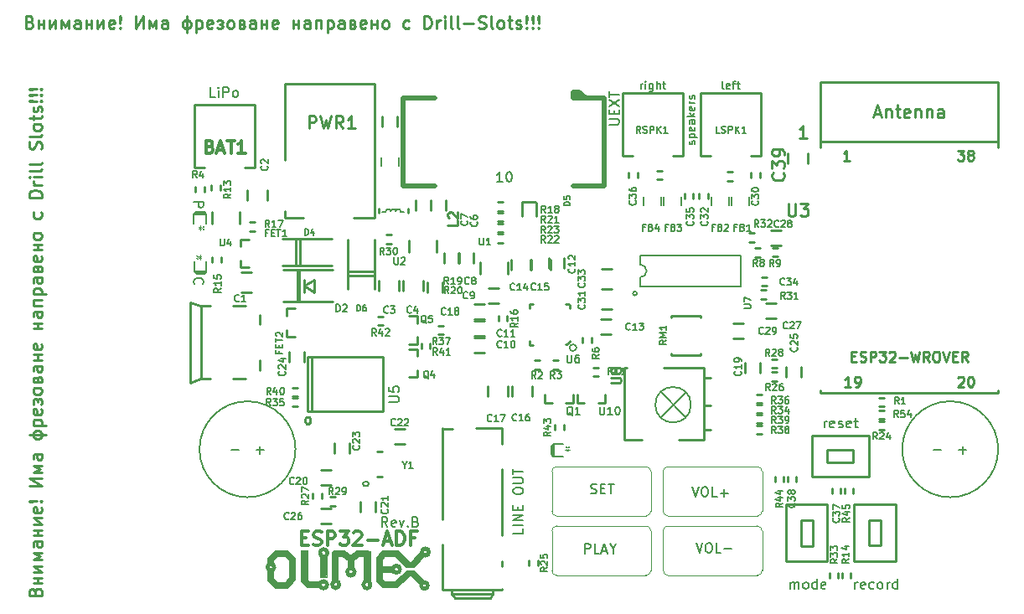
<source format=gbr>
G04 #@! TF.GenerationSoftware,KiCad,Pcbnew,5.1.0-unknown-223e24f~82~ubuntu18.04.1*
G04 #@! TF.CreationDate,2019-04-23T11:49:51+03:00*
G04 #@! TF.ProjectId,ESP32-ADF_Rev_B,45535033-322d-4414-9446-5f5265765f42,rev?*
G04 #@! TF.SameCoordinates,Original*
G04 #@! TF.FileFunction,Legend,Top*
G04 #@! TF.FilePolarity,Positive*
%FSLAX46Y46*%
G04 Gerber Fmt 4.6, Leading zero omitted, Abs format (unit mm)*
G04 Created by KiCad (PCBNEW 5.1.0-unknown-223e24f~82~ubuntu18.04.1) date 2019-04-23 11:49:51*
%MOMM*%
%LPD*%
G04 APERTURE LIST*
%ADD10C,0.150000*%
%ADD11C,0.300000*%
%ADD12C,0.120000*%
%ADD13C,0.254000*%
%ADD14C,0.400000*%
%ADD15C,0.700000*%
%ADD16C,0.500000*%
%ADD17C,0.100000*%
%ADD18C,0.127000*%
%ADD19C,0.508000*%
%ADD20C,0.250000*%
%ADD21C,0.050000*%
%ADD22C,0.200000*%
%ADD23C,0.152400*%
%ADD24C,0.158750*%
%ADD25C,0.317500*%
%ADD26C,0.175000*%
%ADD27C,0.154000*%
G04 APERTURE END LIST*
D10*
X97552260Y-37686098D02*
X98361784Y-37686098D01*
X98457022Y-37638479D01*
X98504641Y-37590860D01*
X98552260Y-37495621D01*
X98552260Y-37305145D01*
X98504641Y-37209907D01*
X98457022Y-37162288D01*
X98361784Y-37114669D01*
X97552260Y-37114669D01*
X98028451Y-36638479D02*
X98028451Y-36305145D01*
X98552260Y-36162288D02*
X98552260Y-36638479D01*
X97552260Y-36638479D01*
X97552260Y-36162288D01*
X97552260Y-35828955D02*
X98552260Y-35162288D01*
X97552260Y-35162288D02*
X98552260Y-35828955D01*
X97552260Y-34924193D02*
X97552260Y-34352764D01*
X98552260Y-34638479D02*
X97552260Y-34638479D01*
X106160529Y-39679570D02*
X106198624Y-39603380D01*
X106198624Y-39450999D01*
X106160529Y-39374808D01*
X106084339Y-39336713D01*
X106046243Y-39336713D01*
X105970053Y-39374808D01*
X105931958Y-39450999D01*
X105931958Y-39565284D01*
X105893862Y-39641475D01*
X105817672Y-39679570D01*
X105779577Y-39679570D01*
X105703386Y-39641475D01*
X105665291Y-39565284D01*
X105665291Y-39450999D01*
X105703386Y-39374808D01*
X105665291Y-38993856D02*
X106465291Y-38993856D01*
X105703386Y-38993856D02*
X105665291Y-38917665D01*
X105665291Y-38765284D01*
X105703386Y-38689094D01*
X105741481Y-38650999D01*
X105817672Y-38612903D01*
X106046243Y-38612903D01*
X106122434Y-38650999D01*
X106160529Y-38689094D01*
X106198624Y-38765284D01*
X106198624Y-38917665D01*
X106160529Y-38993856D01*
X106160529Y-37965284D02*
X106198624Y-38041475D01*
X106198624Y-38193856D01*
X106160529Y-38270046D01*
X106084339Y-38308141D01*
X105779577Y-38308141D01*
X105703386Y-38270046D01*
X105665291Y-38193856D01*
X105665291Y-38041475D01*
X105703386Y-37965284D01*
X105779577Y-37927189D01*
X105855767Y-37927189D01*
X105931958Y-38308141D01*
X106198624Y-37241475D02*
X105779577Y-37241475D01*
X105703386Y-37279570D01*
X105665291Y-37355760D01*
X105665291Y-37508141D01*
X105703386Y-37584332D01*
X106160529Y-37241475D02*
X106198624Y-37317665D01*
X106198624Y-37508141D01*
X106160529Y-37584332D01*
X106084339Y-37622427D01*
X106008148Y-37622427D01*
X105931958Y-37584332D01*
X105893862Y-37508141D01*
X105893862Y-37317665D01*
X105855767Y-37241475D01*
X106198624Y-36860522D02*
X105398624Y-36860522D01*
X105893862Y-36784332D02*
X106198624Y-36555760D01*
X105665291Y-36555760D02*
X105970053Y-36860522D01*
X106160529Y-35908141D02*
X106198624Y-35984332D01*
X106198624Y-36136713D01*
X106160529Y-36212903D01*
X106084339Y-36250999D01*
X105779577Y-36250999D01*
X105703386Y-36212903D01*
X105665291Y-36136713D01*
X105665291Y-35984332D01*
X105703386Y-35908141D01*
X105779577Y-35870046D01*
X105855767Y-35870046D01*
X105931958Y-36250999D01*
X106198624Y-35527189D02*
X105665291Y-35527189D01*
X105817672Y-35527189D02*
X105741481Y-35489094D01*
X105703386Y-35450999D01*
X105665291Y-35374808D01*
X105665291Y-35298618D01*
X106160529Y-35070046D02*
X106198624Y-34993856D01*
X106198624Y-34841475D01*
X106160529Y-34765284D01*
X106084339Y-34727189D01*
X106046243Y-34727189D01*
X105970053Y-34765284D01*
X105931958Y-34841475D01*
X105931958Y-34955760D01*
X105893862Y-35031951D01*
X105817672Y-35070046D01*
X105779577Y-35070046D01*
X105703386Y-35031951D01*
X105665291Y-34955760D01*
X105665291Y-34841475D01*
X105703386Y-34765284D01*
X109117218Y-34082944D02*
X109041027Y-34044849D01*
X109002932Y-33968659D01*
X109002932Y-33282944D01*
X109726741Y-34044849D02*
X109650551Y-34082944D01*
X109498170Y-34082944D01*
X109421980Y-34044849D01*
X109383884Y-33968659D01*
X109383884Y-33663897D01*
X109421980Y-33587706D01*
X109498170Y-33549611D01*
X109650551Y-33549611D01*
X109726741Y-33587706D01*
X109764837Y-33663897D01*
X109764837Y-33740087D01*
X109383884Y-33816278D01*
X109993408Y-33549611D02*
X110298170Y-33549611D01*
X110107694Y-34082944D02*
X110107694Y-33397230D01*
X110145789Y-33321040D01*
X110221980Y-33282944D01*
X110298170Y-33282944D01*
X110450551Y-33549611D02*
X110755313Y-33549611D01*
X110564837Y-33282944D02*
X110564837Y-33968659D01*
X110602932Y-34044849D01*
X110679122Y-34082944D01*
X110755313Y-34082944D01*
X100732740Y-34082944D02*
X100732740Y-33549611D01*
X100732740Y-33701992D02*
X100770835Y-33625801D01*
X100808930Y-33587706D01*
X100885120Y-33549611D01*
X100961311Y-33549611D01*
X101227978Y-34082944D02*
X101227978Y-33549611D01*
X101227978Y-33282944D02*
X101189882Y-33321040D01*
X101227978Y-33359135D01*
X101266073Y-33321040D01*
X101227978Y-33282944D01*
X101227978Y-33359135D01*
X101951787Y-33549611D02*
X101951787Y-34197230D01*
X101913692Y-34273420D01*
X101875597Y-34311516D01*
X101799406Y-34349611D01*
X101685120Y-34349611D01*
X101608930Y-34311516D01*
X101951787Y-34044849D02*
X101875597Y-34082944D01*
X101723216Y-34082944D01*
X101647025Y-34044849D01*
X101608930Y-34006754D01*
X101570835Y-33930563D01*
X101570835Y-33701992D01*
X101608930Y-33625801D01*
X101647025Y-33587706D01*
X101723216Y-33549611D01*
X101875597Y-33549611D01*
X101951787Y-33587706D01*
X102332740Y-34082944D02*
X102332740Y-33282944D01*
X102675597Y-34082944D02*
X102675597Y-33663897D01*
X102637501Y-33587706D01*
X102561311Y-33549611D01*
X102447025Y-33549611D01*
X102370835Y-33587706D01*
X102332740Y-33625801D01*
X102942263Y-33549611D02*
X103247025Y-33549611D01*
X103056549Y-33282944D02*
X103056549Y-33968659D01*
X103094644Y-34044849D01*
X103170835Y-34082944D01*
X103247025Y-34082944D01*
X88844380Y-78517285D02*
X88844380Y-78993476D01*
X87844380Y-78993476D01*
X88844380Y-78183952D02*
X87844380Y-78183952D01*
X88844380Y-77707761D02*
X87844380Y-77707761D01*
X88844380Y-77136333D01*
X87844380Y-77136333D01*
X88320571Y-76660142D02*
X88320571Y-76326809D01*
X88844380Y-76183952D02*
X88844380Y-76660142D01*
X87844380Y-76660142D01*
X87844380Y-76183952D01*
X87844380Y-74803000D02*
X87844380Y-74612523D01*
X87892000Y-74517285D01*
X87987238Y-74422047D01*
X88177714Y-74374428D01*
X88511047Y-74374428D01*
X88701523Y-74422047D01*
X88796761Y-74517285D01*
X88844380Y-74612523D01*
X88844380Y-74803000D01*
X88796761Y-74898238D01*
X88701523Y-74993476D01*
X88511047Y-75041095D01*
X88177714Y-75041095D01*
X87987238Y-74993476D01*
X87892000Y-74898238D01*
X87844380Y-74803000D01*
X87844380Y-73945857D02*
X88653904Y-73945857D01*
X88749142Y-73898238D01*
X88796761Y-73850619D01*
X88844380Y-73755380D01*
X88844380Y-73564904D01*
X88796761Y-73469666D01*
X88749142Y-73422047D01*
X88653904Y-73374428D01*
X87844380Y-73374428D01*
X87844380Y-73041095D02*
X87844380Y-72469666D01*
X88844380Y-72755380D02*
X87844380Y-72755380D01*
X75149864Y-78346560D02*
X74816531Y-77870370D01*
X74578436Y-78346560D02*
X74578436Y-77346560D01*
X74959388Y-77346560D01*
X75054626Y-77394180D01*
X75102245Y-77441799D01*
X75149864Y-77537037D01*
X75149864Y-77679894D01*
X75102245Y-77775132D01*
X75054626Y-77822751D01*
X74959388Y-77870370D01*
X74578436Y-77870370D01*
X75959388Y-78298941D02*
X75864150Y-78346560D01*
X75673674Y-78346560D01*
X75578436Y-78298941D01*
X75530817Y-78203703D01*
X75530817Y-77822751D01*
X75578436Y-77727513D01*
X75673674Y-77679894D01*
X75864150Y-77679894D01*
X75959388Y-77727513D01*
X76007007Y-77822751D01*
X76007007Y-77917989D01*
X75530817Y-78013227D01*
X76340340Y-77679894D02*
X76578436Y-78346560D01*
X76816531Y-77679894D01*
X77197483Y-78251322D02*
X77245102Y-78298941D01*
X77197483Y-78346560D01*
X77149864Y-78298941D01*
X77197483Y-78251322D01*
X77197483Y-78346560D01*
X78007007Y-77822751D02*
X78149864Y-77870370D01*
X78197483Y-77917989D01*
X78245102Y-78013227D01*
X78245102Y-78156084D01*
X78197483Y-78251322D01*
X78149864Y-78298941D01*
X78054626Y-78346560D01*
X77673674Y-78346560D01*
X77673674Y-77346560D01*
X78007007Y-77346560D01*
X78102245Y-77394180D01*
X78149864Y-77441799D01*
X78197483Y-77537037D01*
X78197483Y-77632275D01*
X78149864Y-77727513D01*
X78102245Y-77775132D01*
X78007007Y-77822751D01*
X77673674Y-77822751D01*
D11*
X66465853Y-79470580D02*
X66932520Y-79470580D01*
X67132520Y-80203913D02*
X66465853Y-80203913D01*
X66465853Y-78803913D01*
X67132520Y-78803913D01*
X67665853Y-80137246D02*
X67865853Y-80203913D01*
X68199186Y-80203913D01*
X68332520Y-80137246D01*
X68399186Y-80070580D01*
X68465853Y-79937246D01*
X68465853Y-79803913D01*
X68399186Y-79670580D01*
X68332520Y-79603913D01*
X68199186Y-79537246D01*
X67932520Y-79470580D01*
X67799186Y-79403913D01*
X67732520Y-79337246D01*
X67665853Y-79203913D01*
X67665853Y-79070580D01*
X67732520Y-78937246D01*
X67799186Y-78870580D01*
X67932520Y-78803913D01*
X68265853Y-78803913D01*
X68465853Y-78870580D01*
X69065853Y-80203913D02*
X69065853Y-78803913D01*
X69599186Y-78803913D01*
X69732520Y-78870580D01*
X69799186Y-78937246D01*
X69865853Y-79070580D01*
X69865853Y-79270580D01*
X69799186Y-79403913D01*
X69732520Y-79470580D01*
X69599186Y-79537246D01*
X69065853Y-79537246D01*
X70332520Y-78803913D02*
X71199186Y-78803913D01*
X70732520Y-79337246D01*
X70932520Y-79337246D01*
X71065853Y-79403913D01*
X71132520Y-79470580D01*
X71199186Y-79603913D01*
X71199186Y-79937246D01*
X71132520Y-80070580D01*
X71065853Y-80137246D01*
X70932520Y-80203913D01*
X70532520Y-80203913D01*
X70399186Y-80137246D01*
X70332520Y-80070580D01*
X71732520Y-78937246D02*
X71799186Y-78870580D01*
X71932520Y-78803913D01*
X72265853Y-78803913D01*
X72399186Y-78870580D01*
X72465853Y-78937246D01*
X72532520Y-79070580D01*
X72532520Y-79203913D01*
X72465853Y-79403913D01*
X71665853Y-80203913D01*
X72532520Y-80203913D01*
X73132520Y-79670580D02*
X74199186Y-79670580D01*
X74799186Y-79803913D02*
X75465853Y-79803913D01*
X74665853Y-80203913D02*
X75132520Y-78803913D01*
X75599186Y-80203913D01*
X76065853Y-80203913D02*
X76065853Y-78803913D01*
X76399186Y-78803913D01*
X76599186Y-78870580D01*
X76732520Y-79003913D01*
X76799186Y-79137246D01*
X76865853Y-79403913D01*
X76865853Y-79603913D01*
X76799186Y-79870580D01*
X76732520Y-80003913D01*
X76599186Y-80137246D01*
X76399186Y-80203913D01*
X76065853Y-80203913D01*
X77932520Y-79470580D02*
X77465853Y-79470580D01*
X77465853Y-80203913D02*
X77465853Y-78803913D01*
X78132520Y-78803913D01*
D10*
X119277332Y-68305940D02*
X119277332Y-67639274D01*
X119277332Y-67829750D02*
X119324951Y-67734512D01*
X119372570Y-67686893D01*
X119467808Y-67639274D01*
X119563046Y-67639274D01*
X120277332Y-68258321D02*
X120182094Y-68305940D01*
X119991618Y-68305940D01*
X119896380Y-68258321D01*
X119848760Y-68163083D01*
X119848760Y-67782131D01*
X119896380Y-67686893D01*
X119991618Y-67639274D01*
X120182094Y-67639274D01*
X120277332Y-67686893D01*
X120324951Y-67782131D01*
X120324951Y-67877369D01*
X119848760Y-67972607D01*
X120705903Y-68258321D02*
X120801141Y-68305940D01*
X120991618Y-68305940D01*
X121086856Y-68258321D01*
X121134475Y-68163083D01*
X121134475Y-68115464D01*
X121086856Y-68020226D01*
X120991618Y-67972607D01*
X120848760Y-67972607D01*
X120753522Y-67924988D01*
X120705903Y-67829750D01*
X120705903Y-67782131D01*
X120753522Y-67686893D01*
X120848760Y-67639274D01*
X120991618Y-67639274D01*
X121086856Y-67686893D01*
X121943999Y-68258321D02*
X121848760Y-68305940D01*
X121658284Y-68305940D01*
X121563046Y-68258321D01*
X121515427Y-68163083D01*
X121515427Y-67782131D01*
X121563046Y-67686893D01*
X121658284Y-67639274D01*
X121848760Y-67639274D01*
X121943999Y-67686893D01*
X121991618Y-67782131D01*
X121991618Y-67877369D01*
X121515427Y-67972607D01*
X122277332Y-67639274D02*
X122658284Y-67639274D01*
X122420189Y-67305940D02*
X122420189Y-68163083D01*
X122467808Y-68258321D01*
X122563046Y-68305940D01*
X122658284Y-68305940D01*
X55642857Y-53809523D02*
X55595238Y-53761904D01*
X55547619Y-53619047D01*
X55547619Y-53523809D01*
X55595238Y-53380952D01*
X55690476Y-53285714D01*
X55785714Y-53238095D01*
X55976190Y-53190476D01*
X56119047Y-53190476D01*
X56309523Y-53238095D01*
X56404761Y-53285714D01*
X56500000Y-53380952D01*
X56547619Y-53523809D01*
X56547619Y-53619047D01*
X56500000Y-53761904D01*
X56452380Y-53809523D01*
X55547619Y-45488095D02*
X56547619Y-45488095D01*
X56547619Y-45869047D01*
X56500000Y-45964285D01*
X56452380Y-46011904D01*
X56357142Y-46059523D01*
X56214285Y-46059523D01*
X56119047Y-46011904D01*
X56071428Y-45964285D01*
X56023809Y-45869047D01*
X56023809Y-45488095D01*
X57739707Y-34910020D02*
X57263517Y-34910020D01*
X57263517Y-33910020D01*
X58073040Y-34910020D02*
X58073040Y-34243354D01*
X58073040Y-33910020D02*
X58025421Y-33957640D01*
X58073040Y-34005259D01*
X58120660Y-33957640D01*
X58073040Y-33910020D01*
X58073040Y-34005259D01*
X58549231Y-34910020D02*
X58549231Y-33910020D01*
X58930183Y-33910020D01*
X59025421Y-33957640D01*
X59073040Y-34005259D01*
X59120660Y-34100497D01*
X59120660Y-34243354D01*
X59073040Y-34338592D01*
X59025421Y-34386211D01*
X58930183Y-34433830D01*
X58549231Y-34433830D01*
X59692088Y-34910020D02*
X59596850Y-34862401D01*
X59549231Y-34814782D01*
X59501612Y-34719544D01*
X59501612Y-34433830D01*
X59549231Y-34338592D01*
X59596850Y-34290973D01*
X59692088Y-34243354D01*
X59834945Y-34243354D01*
X59930183Y-34290973D01*
X59977802Y-34338592D01*
X60025421Y-34433830D01*
X60025421Y-34719544D01*
X59977802Y-34814782D01*
X59930183Y-34862401D01*
X59834945Y-34910020D01*
X59692088Y-34910020D01*
D12*
X103000000Y-78750000D02*
X103000000Y-82750000D01*
X103500000Y-83250000D02*
X112500000Y-83250000D01*
X113000000Y-82750000D02*
G75*
G02X112500000Y-83250000I-500000J0D01*
G01*
X103500000Y-83250000D02*
G75*
G02X103000000Y-82750000I0J500000D01*
G01*
X112500000Y-78250000D02*
G75*
G02X113000000Y-78750000I0J-500000D01*
G01*
X113000000Y-82750000D02*
X113000000Y-78750000D01*
X103500000Y-78250000D02*
X112500000Y-78250000D01*
X103000000Y-78750000D02*
G75*
G02X103500000Y-78250000I500000J0D01*
G01*
X101750000Y-82750000D02*
X101750000Y-78750000D01*
X92250000Y-78250000D02*
X101250000Y-78250000D01*
X91750000Y-78750000D02*
G75*
G02X92250000Y-78250000I500000J0D01*
G01*
X92250000Y-83250000D02*
G75*
G02X91750000Y-82750000I0J500000D01*
G01*
X92250000Y-83250000D02*
X101250000Y-83250000D01*
X101750000Y-82750000D02*
G75*
G02X101250000Y-83250000I-500000J0D01*
G01*
X91750000Y-78750000D02*
X91750000Y-82750000D01*
X101250000Y-78250000D02*
G75*
G02X101750000Y-78750000I0J-500000D01*
G01*
X112500000Y-72250000D02*
G75*
G02X113000000Y-72750000I0J-500000D01*
G01*
X103500000Y-77250000D02*
X112500000Y-77250000D01*
X113000000Y-76750000D02*
G75*
G02X112500000Y-77250000I-500000J0D01*
G01*
X103500000Y-72250000D02*
X112500000Y-72250000D01*
X103000000Y-72750000D02*
G75*
G02X103500000Y-72250000I500000J0D01*
G01*
X103500000Y-77250000D02*
G75*
G02X103000000Y-76750000I0J500000D01*
G01*
X103000000Y-72750000D02*
X103000000Y-76750000D01*
X113000000Y-76750000D02*
X113000000Y-72750000D01*
X101250000Y-72250000D02*
G75*
G02X101750000Y-72750000I0J-500000D01*
G01*
X101750000Y-76750000D02*
G75*
G02X101250000Y-77250000I-500000J0D01*
G01*
X92250000Y-77250000D02*
G75*
G02X91750000Y-76750000I0J500000D01*
G01*
X91750000Y-72750000D02*
G75*
G02X92250000Y-72250000I500000J0D01*
G01*
X92250000Y-72250000D02*
X101250000Y-72250000D01*
X101750000Y-76750000D02*
X101750000Y-72750000D01*
X92250000Y-77250000D02*
X101250000Y-77250000D01*
X91750000Y-72750000D02*
X91750000Y-76750000D01*
D10*
X122378102Y-84610200D02*
X122378102Y-83943534D01*
X122378102Y-84134010D02*
X122425721Y-84038772D01*
X122473340Y-83991153D01*
X122568579Y-83943534D01*
X122663817Y-83943534D01*
X123378102Y-84562581D02*
X123282864Y-84610200D01*
X123092388Y-84610200D01*
X122997150Y-84562581D01*
X122949531Y-84467343D01*
X122949531Y-84086391D01*
X122997150Y-83991153D01*
X123092388Y-83943534D01*
X123282864Y-83943534D01*
X123378102Y-83991153D01*
X123425721Y-84086391D01*
X123425721Y-84181629D01*
X122949531Y-84276867D01*
X124282864Y-84562581D02*
X124187626Y-84610200D01*
X123997150Y-84610200D01*
X123901912Y-84562581D01*
X123854293Y-84514962D01*
X123806674Y-84419724D01*
X123806674Y-84134010D01*
X123854293Y-84038772D01*
X123901912Y-83991153D01*
X123997150Y-83943534D01*
X124187626Y-83943534D01*
X124282864Y-83991153D01*
X124854293Y-84610200D02*
X124759055Y-84562581D01*
X124711436Y-84514962D01*
X124663817Y-84419724D01*
X124663817Y-84134010D01*
X124711436Y-84038772D01*
X124759055Y-83991153D01*
X124854293Y-83943534D01*
X124997150Y-83943534D01*
X125092388Y-83991153D01*
X125140007Y-84038772D01*
X125187626Y-84134010D01*
X125187626Y-84419724D01*
X125140007Y-84514962D01*
X125092388Y-84562581D01*
X124997150Y-84610200D01*
X124854293Y-84610200D01*
X125616198Y-84610200D02*
X125616198Y-83943534D01*
X125616198Y-84134010D02*
X125663817Y-84038772D01*
X125711436Y-83991153D01*
X125806674Y-83943534D01*
X125901912Y-83943534D01*
X126663817Y-84610200D02*
X126663817Y-83610200D01*
X126663817Y-84562581D02*
X126568579Y-84610200D01*
X126378102Y-84610200D01*
X126282864Y-84562581D01*
X126235245Y-84514962D01*
X126187626Y-84419724D01*
X126187626Y-84134010D01*
X126235245Y-84038772D01*
X126282864Y-83991153D01*
X126378102Y-83943534D01*
X126568579Y-83943534D01*
X126663817Y-83991153D01*
X115860415Y-84610200D02*
X115860415Y-83943534D01*
X115860415Y-84038772D02*
X115908034Y-83991153D01*
X116003272Y-83943534D01*
X116146129Y-83943534D01*
X116241367Y-83991153D01*
X116288986Y-84086391D01*
X116288986Y-84610200D01*
X116288986Y-84086391D02*
X116336605Y-83991153D01*
X116431843Y-83943534D01*
X116574700Y-83943534D01*
X116669939Y-83991153D01*
X116717558Y-84086391D01*
X116717558Y-84610200D01*
X117336605Y-84610200D02*
X117241367Y-84562581D01*
X117193748Y-84514962D01*
X117146129Y-84419724D01*
X117146129Y-84134010D01*
X117193748Y-84038772D01*
X117241367Y-83991153D01*
X117336605Y-83943534D01*
X117479462Y-83943534D01*
X117574700Y-83991153D01*
X117622320Y-84038772D01*
X117669939Y-84134010D01*
X117669939Y-84419724D01*
X117622320Y-84514962D01*
X117574700Y-84562581D01*
X117479462Y-84610200D01*
X117336605Y-84610200D01*
X118527081Y-84610200D02*
X118527081Y-83610200D01*
X118527081Y-84562581D02*
X118431843Y-84610200D01*
X118241367Y-84610200D01*
X118146129Y-84562581D01*
X118098510Y-84514962D01*
X118050891Y-84419724D01*
X118050891Y-84134010D01*
X118098510Y-84038772D01*
X118146129Y-83991153D01*
X118241367Y-83943534D01*
X118431843Y-83943534D01*
X118527081Y-83991153D01*
X119384224Y-84562581D02*
X119288986Y-84610200D01*
X119098510Y-84610200D01*
X119003272Y-84562581D01*
X118955653Y-84467343D01*
X118955653Y-84086391D01*
X119003272Y-83991153D01*
X119098510Y-83943534D01*
X119288986Y-83943534D01*
X119384224Y-83991153D01*
X119431843Y-84086391D01*
X119431843Y-84181629D01*
X118955653Y-84276867D01*
X95680952Y-74954761D02*
X95823809Y-75002380D01*
X96061904Y-75002380D01*
X96157142Y-74954761D01*
X96204761Y-74907142D01*
X96252380Y-74811904D01*
X96252380Y-74716666D01*
X96204761Y-74621428D01*
X96157142Y-74573809D01*
X96061904Y-74526190D01*
X95871428Y-74478571D01*
X95776190Y-74430952D01*
X95728571Y-74383333D01*
X95680952Y-74288095D01*
X95680952Y-74192857D01*
X95728571Y-74097619D01*
X95776190Y-74050000D01*
X95871428Y-74002380D01*
X96109523Y-74002380D01*
X96252380Y-74050000D01*
X96680952Y-74478571D02*
X97014285Y-74478571D01*
X97157142Y-75002380D02*
X96680952Y-75002380D01*
X96680952Y-74002380D01*
X97157142Y-74002380D01*
X97442857Y-74002380D02*
X98014285Y-74002380D01*
X97728571Y-75002380D02*
X97728571Y-74002380D01*
X95076190Y-81052380D02*
X95076190Y-80052380D01*
X95457142Y-80052380D01*
X95552380Y-80100000D01*
X95600000Y-80147619D01*
X95647619Y-80242857D01*
X95647619Y-80385714D01*
X95600000Y-80480952D01*
X95552380Y-80528571D01*
X95457142Y-80576190D01*
X95076190Y-80576190D01*
X96552380Y-81052380D02*
X96076190Y-81052380D01*
X96076190Y-80052380D01*
X96838095Y-80766666D02*
X97314285Y-80766666D01*
X96742857Y-81052380D02*
X97076190Y-80052380D01*
X97409523Y-81052380D01*
X97933333Y-80576190D02*
X97933333Y-81052380D01*
X97600000Y-80052380D02*
X97933333Y-80576190D01*
X98266666Y-80052380D01*
X106319047Y-79952380D02*
X106652380Y-80952380D01*
X106985714Y-79952380D01*
X107509523Y-79952380D02*
X107700000Y-79952380D01*
X107795238Y-80000000D01*
X107890476Y-80095238D01*
X107938095Y-80285714D01*
X107938095Y-80619047D01*
X107890476Y-80809523D01*
X107795238Y-80904761D01*
X107700000Y-80952380D01*
X107509523Y-80952380D01*
X107414285Y-80904761D01*
X107319047Y-80809523D01*
X107271428Y-80619047D01*
X107271428Y-80285714D01*
X107319047Y-80095238D01*
X107414285Y-80000000D01*
X107509523Y-79952380D01*
X108842857Y-80952380D02*
X108366666Y-80952380D01*
X108366666Y-79952380D01*
X109176190Y-80571428D02*
X109938095Y-80571428D01*
X105919047Y-74302380D02*
X106252380Y-75302380D01*
X106585714Y-74302380D01*
X107109523Y-74302380D02*
X107300000Y-74302380D01*
X107395238Y-74350000D01*
X107490476Y-74445238D01*
X107538095Y-74635714D01*
X107538095Y-74969047D01*
X107490476Y-75159523D01*
X107395238Y-75254761D01*
X107300000Y-75302380D01*
X107109523Y-75302380D01*
X107014285Y-75254761D01*
X106919047Y-75159523D01*
X106871428Y-74969047D01*
X106871428Y-74635714D01*
X106919047Y-74445238D01*
X107014285Y-74350000D01*
X107109523Y-74302380D01*
X108442857Y-75302380D02*
X107966666Y-75302380D01*
X107966666Y-74302380D01*
X108776190Y-74921428D02*
X109538095Y-74921428D01*
X109157142Y-75302380D02*
X109157142Y-74540476D01*
D13*
X76162000Y-36892000D02*
X76162000Y-37908000D01*
X74638000Y-36892000D02*
X74638000Y-37908000D01*
X80995520Y-45346620D02*
X80995520Y-46362620D01*
X79471520Y-45346620D02*
X79471520Y-46362620D01*
X79471520Y-45359320D02*
X79471520Y-46375320D01*
X77947520Y-45359320D02*
X77947520Y-46375320D01*
X83862000Y-50692000D02*
X83862000Y-51708000D01*
X82338000Y-50692000D02*
X82338000Y-51708000D01*
X86408000Y-55762000D02*
X85392000Y-55762000D01*
X86408000Y-54238000D02*
X85392000Y-54238000D01*
X84908000Y-60768500D02*
X83892000Y-60768500D01*
X84908000Y-59244500D02*
X83892000Y-59244500D01*
X84908000Y-59068500D02*
X83892000Y-59068500D01*
X84908000Y-57544500D02*
X83892000Y-57544500D01*
X91488260Y-52202080D02*
X91488260Y-51186080D01*
X93012260Y-52202080D02*
X93012260Y-51186080D01*
X96687640Y-57388760D02*
X97703640Y-57388760D01*
X96687640Y-58912760D02*
X97703640Y-58912760D01*
X84899500Y-57324500D02*
X83883500Y-57324500D01*
X84899500Y-55800500D02*
X83883500Y-55800500D01*
X111231680Y-62776100D02*
X111231680Y-61760100D01*
X112755680Y-62776100D02*
X112755680Y-61760100D01*
X68426240Y-72580140D02*
X69442240Y-72580140D01*
X68426240Y-74104140D02*
X69442240Y-74104140D01*
X73959720Y-75780900D02*
X73959720Y-76796900D01*
X72435720Y-75780900D02*
X72435720Y-76796900D01*
X75869800Y-68483480D02*
X76885800Y-68483480D01*
X75869800Y-70007480D02*
X76885800Y-70007480D01*
X71335900Y-69855080D02*
X71335900Y-70871080D01*
X69811900Y-69855080D02*
X69811900Y-70871080D01*
X65214500Y-61658500D02*
X65214500Y-60642500D01*
X66738500Y-61658500D02*
X66738500Y-60642500D01*
X116962000Y-62153000D02*
X116962000Y-63169000D01*
X115438000Y-62153000D02*
X115438000Y-63169000D01*
X68407280Y-76476860D02*
X69423280Y-76476860D01*
X68407280Y-78000860D02*
X69423280Y-78000860D01*
X113422000Y-55734000D02*
X114438000Y-55734000D01*
X113422000Y-57258000D02*
X114438000Y-57258000D01*
X113903760Y-48348900D02*
X114919760Y-48348900D01*
X113903760Y-49872900D02*
X114919760Y-49872900D01*
X110045500Y-57785000D02*
X111061500Y-57785000D01*
X110045500Y-59309000D02*
X111061500Y-59309000D01*
X115567460Y-41607740D02*
X115567460Y-40591740D01*
X117599460Y-41607740D02*
X117599460Y-40591740D01*
X61408000Y-54616000D02*
X60392000Y-54616000D01*
X61408000Y-52584000D02*
X60392000Y-52584000D01*
X60984000Y-45308000D02*
X60984000Y-44292000D01*
X63016000Y-45308000D02*
X63016000Y-44292000D01*
X76316000Y-53492000D02*
X76316000Y-54508000D01*
X74284000Y-53492000D02*
X74284000Y-54508000D01*
X78716000Y-53492000D02*
X78716000Y-54508000D01*
X76684000Y-53492000D02*
X76684000Y-54508000D01*
X87607140Y-52331620D02*
X87607140Y-51315620D01*
X89639140Y-52331620D02*
X89639140Y-51315620D01*
X89547700Y-52349400D02*
X89547700Y-51333400D01*
X91579700Y-52349400D02*
X91579700Y-51333400D01*
X87684000Y-65108000D02*
X87684000Y-64092000D01*
X89716000Y-65108000D02*
X89716000Y-64092000D01*
X85284000Y-65108000D02*
X85284000Y-64092000D01*
X87316000Y-65108000D02*
X87316000Y-64092000D01*
X97801000Y-56369000D02*
X96785000Y-56369000D01*
X97801000Y-54337000D02*
X96785000Y-54337000D01*
X97801000Y-54266000D02*
X96785000Y-54266000D01*
X97801000Y-52234000D02*
X96785000Y-52234000D01*
X94305120Y-65839340D02*
X95016320Y-65839340D01*
X94305120Y-65001140D02*
X94305120Y-65839340D01*
X97149920Y-65001140D02*
X97149920Y-65839340D01*
X96438720Y-65839340D02*
X97149920Y-65839340D01*
X60265000Y-49277600D02*
X60265000Y-49988800D01*
X61103200Y-49277600D02*
X60265000Y-49277600D01*
X61103200Y-52122400D02*
X60265000Y-52122400D01*
X60265000Y-51411200D02*
X60265000Y-52122400D01*
X64965000Y-56277600D02*
X64965000Y-56988800D01*
X65803200Y-56277600D02*
X64965000Y-56277600D01*
X65803200Y-59122400D02*
X64965000Y-59122400D01*
X64965000Y-58411200D02*
X64965000Y-59122400D01*
X91048840Y-65839340D02*
X91760040Y-65839340D01*
X91048840Y-65001140D02*
X91048840Y-65839340D01*
X93893640Y-65001140D02*
X93893640Y-65839340D01*
X93182440Y-65839340D02*
X93893640Y-65839340D01*
X78135000Y-63222400D02*
X78135000Y-62511200D01*
X77296800Y-63222400D02*
X78135000Y-63222400D01*
X77296800Y-60377600D02*
X78135000Y-60377600D01*
X78135000Y-61088800D02*
X78135000Y-60377600D01*
X78142440Y-59872360D02*
X78142440Y-59161160D01*
X77304240Y-59872360D02*
X78142440Y-59872360D01*
X77304240Y-57027560D02*
X78142440Y-57027560D01*
X78142440Y-57738760D02*
X78142440Y-57027560D01*
X114343180Y-50142140D02*
X114597180Y-50142140D01*
X114343180Y-50142140D02*
X114089180Y-50142140D01*
X114343180Y-51031140D02*
X114089180Y-51031140D01*
X114343180Y-51031140D02*
X114597180Y-51031140D01*
X112504220Y-50154840D02*
X112758220Y-50154840D01*
X112504220Y-50154840D02*
X112250220Y-50154840D01*
X112504220Y-51043840D02*
X112250220Y-51043840D01*
X112504220Y-51043840D02*
X112758220Y-51043840D01*
D14*
X63700287Y-82425540D02*
G75*
G03X63700287Y-82425540I-337447J0D01*
G01*
D15*
X63350140Y-81650840D02*
X63858140Y-81142840D01*
X64950340Y-81066640D02*
X65585340Y-81676240D01*
X65559940Y-83632040D02*
X65001140Y-84216240D01*
X67185540Y-84228940D02*
X66728340Y-83771740D01*
X68171340Y-84228940D02*
X67185540Y-84228940D01*
D14*
X69050464Y-84203540D02*
G75*
G03X69050464Y-84203540I-366324J0D01*
G01*
D15*
X68684140Y-81511140D02*
X68684140Y-83111340D01*
D14*
X69070358Y-80977740D02*
G75*
G03X69070358Y-80977740I-373518J0D01*
G01*
X70275699Y-84178140D02*
G75*
G03X70275699Y-84178140I-359659J0D01*
G01*
D15*
X69903340Y-83670140D02*
X69903340Y-81079340D01*
X69903340Y-81079340D02*
X70741540Y-81079340D01*
X70741540Y-81079340D02*
X71351140Y-81587340D01*
X71452740Y-82374740D02*
X71452740Y-81663540D01*
X71528940Y-81587340D02*
X72163940Y-81079340D01*
D14*
X71823658Y-82908140D02*
G75*
G03X71823658Y-82908140I-370918J0D01*
G01*
D15*
X72163940Y-81079340D02*
X73052940Y-81079340D01*
D14*
X73428869Y-84190840D02*
G75*
G03X73428869Y-84190840I-363229J0D01*
G01*
X79224406Y-84279740D02*
G75*
G03X79224406Y-84279740I-329466J0D01*
G01*
D15*
X78564740Y-83924140D02*
X77726540Y-83111340D01*
D16*
X77218540Y-83009740D02*
X77751940Y-83009740D01*
D15*
X76075540Y-84228940D02*
X77218540Y-83111340D01*
X74754740Y-84228940D02*
X76075540Y-84228940D01*
X74322940Y-83797140D02*
X74754740Y-84228940D01*
X74322940Y-81561940D02*
X74322940Y-83797140D01*
X74322940Y-81536540D02*
X74805540Y-81028540D01*
X74853640Y-81053940D02*
X76075540Y-81053940D01*
X76075540Y-81053940D02*
X77167740Y-82120740D01*
D16*
X77193140Y-82235040D02*
X77751940Y-82235040D01*
D15*
X78615540Y-81244440D02*
X77751940Y-82138140D01*
D14*
X79343275Y-80888840D02*
G75*
G03X79343275Y-80888840I-359435J0D01*
G01*
D15*
X75542140Y-82628740D02*
X74322940Y-82628740D01*
D14*
X76409799Y-82628740D02*
G75*
G03X76409799Y-82628740I-359659J0D01*
G01*
D15*
X63921640Y-84241640D02*
X64963040Y-84241640D01*
X63362840Y-83682840D02*
X63362840Y-82920840D01*
X63350140Y-83670140D02*
X63934340Y-84241640D01*
X63350140Y-81701640D02*
X63350140Y-81942940D01*
X65572640Y-81663540D02*
X65572640Y-83593940D01*
X64950340Y-81053940D02*
X63947040Y-81053940D01*
X73065640Y-81066640D02*
X73065640Y-83670140D01*
X66728340Y-83784440D02*
X66728340Y-81053940D01*
D17*
X66728340Y-80711040D02*
X66448940Y-80711040D01*
X66423540Y-80711040D02*
X66423540Y-83860640D01*
X66436240Y-80711040D02*
X66423540Y-80711040D01*
X66448940Y-80711040D02*
X66436240Y-80711040D01*
X66563240Y-80799940D02*
X66499740Y-80787240D01*
X67045840Y-80711040D02*
X67045840Y-83746340D01*
X66741040Y-80711040D02*
X67045840Y-80711040D01*
X66868040Y-80787240D02*
X66982340Y-80787240D01*
X68366640Y-81396840D02*
X68366640Y-83416140D01*
X69001640Y-83416140D02*
X69001640Y-81396840D01*
X68976240Y-83416140D02*
X69001640Y-83416140D01*
X68366640Y-83416140D02*
X68976240Y-83416140D01*
X68506340Y-83352640D02*
X68442840Y-83352640D01*
X68849240Y-83352640D02*
X68938140Y-83352640D01*
X69585840Y-83759040D02*
X69585840Y-80774540D01*
X70830440Y-80761840D02*
X71414640Y-81244440D01*
X69585840Y-80761840D02*
X70830440Y-80761840D01*
X69738240Y-80825340D02*
X69662040Y-80825340D01*
X73395840Y-83784440D02*
X73395840Y-80774540D01*
X72075040Y-80761840D02*
X71452740Y-81257140D01*
X72100440Y-80761840D02*
X72075040Y-80761840D01*
X73395840Y-80761840D02*
X72100440Y-80761840D01*
X73395840Y-80774540D02*
X73395840Y-80761840D01*
X73243440Y-80838040D02*
X73345040Y-80838040D01*
X76189840Y-80723740D02*
X77447140Y-81968340D01*
X76139040Y-80723740D02*
X76189840Y-80723740D01*
X74767440Y-80723740D02*
X76139040Y-80723740D01*
D13*
X74566780Y-70769480D02*
X74058780Y-70769480D01*
X74566780Y-73309480D02*
X74058780Y-73309480D01*
X90171180Y-46927720D02*
X90171180Y-45556120D01*
X88741180Y-46939320D02*
X88741180Y-45567720D01*
X90131180Y-45527720D02*
X88781180Y-45527720D01*
D18*
X100347226Y-54749700D02*
G75*
G03X100347226Y-54749700I-197566J0D01*
G01*
D10*
X100690680Y-54016400D02*
X100690680Y-53111400D01*
X110850680Y-54016400D02*
X100690680Y-54016400D01*
X110850680Y-50936400D02*
X110850680Y-54016400D01*
X100690680Y-50936400D02*
X110850680Y-50936400D01*
X100690680Y-51841400D02*
X100690680Y-50936400D01*
X100690680Y-53111400D02*
G75*
G03X101325680Y-52476400I0J635000D01*
G01*
X101325680Y-52476400D02*
G75*
G03X100690680Y-51841400I-635000J0D01*
G01*
D13*
X80838000Y-51719000D02*
X80838000Y-50703000D01*
X82362000Y-51719000D02*
X82362000Y-50703000D01*
X80662000Y-53592000D02*
X80662000Y-54608000D01*
X79138000Y-53592000D02*
X79138000Y-54608000D01*
D19*
X94526100Y-34378900D02*
X95161100Y-35013900D01*
X94208600Y-34378900D02*
X94208600Y-35013900D01*
X93891100Y-34378900D02*
X93891100Y-35013900D01*
X94526100Y-34378900D02*
X94526100Y-35013900D01*
X94526100Y-34378900D02*
X93891100Y-34378900D01*
X76746100Y-35013900D02*
X79921100Y-35013900D01*
X97066100Y-35013900D02*
X93891100Y-35013900D01*
X93891100Y-43903900D02*
X97066100Y-43903900D01*
X76746100Y-43903900D02*
X79921100Y-43903900D01*
X76746100Y-35013900D02*
X76746100Y-43903900D01*
X97066100Y-35013900D02*
X97066100Y-43903900D01*
D13*
X64800000Y-47100000D02*
X64800000Y-46400000D01*
X64800000Y-33600000D02*
X64800000Y-41300000D01*
X64799720Y-47100000D02*
X66658000Y-47100000D01*
X73852000Y-47100000D02*
X71754000Y-47100000D01*
X73852000Y-33600000D02*
X64800000Y-33600000D01*
X73852000Y-47100000D02*
X73852000Y-33600000D01*
X111861600Y-42821860D02*
X111861600Y-42567860D01*
X111861600Y-42821860D02*
X111861600Y-43075860D01*
X112750600Y-42821860D02*
X112750600Y-43075860D01*
X112750600Y-42821860D02*
X112750600Y-42567860D01*
X107535980Y-44886880D02*
X107535980Y-45140880D01*
X107535980Y-44886880D02*
X107535980Y-44632880D01*
X106646980Y-44886880D02*
X106646980Y-44632880D01*
X106646980Y-44886880D02*
X106646980Y-45140880D01*
X113180000Y-53086000D02*
X113434000Y-53086000D01*
X113180000Y-53086000D02*
X112926000Y-53086000D01*
X113180000Y-53975000D02*
X112926000Y-53975000D01*
X113180000Y-53975000D02*
X113434000Y-53975000D01*
X105166160Y-44897040D02*
X105166160Y-44643040D01*
X105166160Y-44897040D02*
X105166160Y-45151040D01*
X106055160Y-44897040D02*
X106055160Y-45151040D01*
X106055160Y-44897040D02*
X106055160Y-44643040D01*
X100411280Y-42799000D02*
X100411280Y-43053000D01*
X100411280Y-42799000D02*
X100411280Y-42545000D01*
X99522280Y-42799000D02*
X99522280Y-42545000D01*
X99522280Y-42799000D02*
X99522280Y-43053000D01*
X120055500Y-74750000D02*
X120055500Y-74496000D01*
X120055500Y-74750000D02*
X120055500Y-75004000D01*
X120944500Y-74750000D02*
X120944500Y-75004000D01*
X120944500Y-74750000D02*
X120944500Y-74496000D01*
X115555500Y-73500000D02*
X115555500Y-73246000D01*
X115555500Y-73500000D02*
X115555500Y-73754000D01*
X116444500Y-73500000D02*
X116444500Y-73754000D01*
X116444500Y-73500000D02*
X116444500Y-73246000D01*
X109728000Y-43370500D02*
X109474000Y-43370500D01*
X109728000Y-43370500D02*
X109982000Y-43370500D01*
X109728000Y-42481500D02*
X109982000Y-42481500D01*
X109728000Y-42481500D02*
X109474000Y-42481500D01*
X102616000Y-43243500D02*
X102362000Y-43243500D01*
X102616000Y-43243500D02*
X102870000Y-43243500D01*
X102616000Y-42354500D02*
X102870000Y-42354500D01*
X102616000Y-42354500D02*
X102362000Y-42354500D01*
X125069600Y-65280540D02*
X125323600Y-65280540D01*
X125069600Y-65280540D02*
X124815600Y-65280540D01*
X125069600Y-66169540D02*
X124815600Y-66169540D01*
X125069600Y-66169540D02*
X125323600Y-66169540D01*
X90246200Y-62402720D02*
X89992200Y-62402720D01*
X90246200Y-62402720D02*
X90500200Y-62402720D01*
X90246200Y-61513720D02*
X90500200Y-61513720D01*
X90246200Y-61513720D02*
X89992200Y-61513720D01*
X92151460Y-62398880D02*
X91897460Y-62398880D01*
X92151460Y-62398880D02*
X92405460Y-62398880D01*
X92151460Y-61509880D02*
X92405460Y-61509880D01*
X92151460Y-61509880D02*
X91897460Y-61509880D01*
X56644500Y-44235000D02*
X56644500Y-44489000D01*
X56644500Y-44235000D02*
X56644500Y-43981000D01*
X55755500Y-44235000D02*
X55755500Y-43981000D01*
X55755500Y-44235000D02*
X55755500Y-44489000D01*
X94855500Y-59500000D02*
X94855500Y-59246000D01*
X94855500Y-59500000D02*
X94855500Y-59754000D01*
X95744500Y-59500000D02*
X95744500Y-59754000D01*
X95744500Y-59500000D02*
X95744500Y-59246000D01*
X96172020Y-63113920D02*
X95918020Y-63113920D01*
X96172020Y-63113920D02*
X96426020Y-63113920D01*
X96172020Y-62224920D02*
X96426020Y-62224920D01*
X96172020Y-62224920D02*
X95918020Y-62224920D01*
X58244500Y-44100000D02*
X58244500Y-44354000D01*
X58244500Y-44100000D02*
X58244500Y-43846000D01*
X57355500Y-44100000D02*
X57355500Y-43846000D01*
X57355500Y-44100000D02*
X57355500Y-44354000D01*
X121055500Y-83250000D02*
X121055500Y-82996000D01*
X121055500Y-83250000D02*
X121055500Y-83504000D01*
X121944500Y-83250000D02*
X121944500Y-83504000D01*
X121944500Y-83250000D02*
X121944500Y-82996000D01*
X58344500Y-51300000D02*
X58344500Y-51554000D01*
X58344500Y-51300000D02*
X58344500Y-51046000D01*
X57455500Y-51300000D02*
X57455500Y-51046000D01*
X57455500Y-51300000D02*
X57455500Y-51554000D01*
X86355500Y-57300000D02*
X86355500Y-57046000D01*
X86355500Y-57300000D02*
X86355500Y-57554000D01*
X87244500Y-57300000D02*
X87244500Y-57554000D01*
X87244500Y-57300000D02*
X87244500Y-57046000D01*
X61500000Y-48444500D02*
X61246000Y-48444500D01*
X61500000Y-48444500D02*
X61754000Y-48444500D01*
X61500000Y-47555500D02*
X61754000Y-47555500D01*
X61500000Y-47555500D02*
X61246000Y-47555500D01*
X86536220Y-46398500D02*
X86282220Y-46398500D01*
X86536220Y-46398500D02*
X86790220Y-46398500D01*
X86536220Y-45509500D02*
X86790220Y-45509500D01*
X86536220Y-45509500D02*
X86282220Y-45509500D01*
X86532720Y-47482000D02*
X86278720Y-47482000D01*
X86532720Y-47482000D02*
X86786720Y-47482000D01*
X86532720Y-46593000D02*
X86786720Y-46593000D01*
X86532720Y-46593000D02*
X86278720Y-46593000D01*
X86532720Y-49641000D02*
X86278720Y-49641000D01*
X86532720Y-49641000D02*
X86786720Y-49641000D01*
X86532720Y-48752000D02*
X86786720Y-48752000D01*
X86532720Y-48752000D02*
X86278720Y-48752000D01*
X86536220Y-48561500D02*
X86282220Y-48561500D01*
X86536220Y-48561500D02*
X86790220Y-48561500D01*
X86536220Y-47672500D02*
X86790220Y-47672500D01*
X86536220Y-47672500D02*
X86282220Y-47672500D01*
X125039120Y-68544440D02*
X124785120Y-68544440D01*
X125039120Y-68544440D02*
X125293120Y-68544440D01*
X125039120Y-67655440D02*
X125293120Y-67655440D01*
X125039120Y-67655440D02*
X124785120Y-67655440D01*
X90344500Y-82000000D02*
X90344500Y-82254000D01*
X90344500Y-82000000D02*
X90344500Y-81746000D01*
X89455500Y-82000000D02*
X89455500Y-81746000D01*
X89455500Y-82000000D02*
X89455500Y-82254000D01*
X114200000Y-62705500D02*
X114454000Y-62705500D01*
X114200000Y-62705500D02*
X113946000Y-62705500D01*
X114200000Y-63594500D02*
X113946000Y-63594500D01*
X114200000Y-63594500D02*
X114454000Y-63594500D01*
X68478740Y-75242140D02*
X68478740Y-75496140D01*
X68478740Y-75242140D02*
X68478740Y-74988140D01*
X67589740Y-75242140D02*
X67589740Y-74988140D01*
X67589740Y-75242140D02*
X67589740Y-75496140D01*
X114200000Y-62294500D02*
X113946000Y-62294500D01*
X114200000Y-62294500D02*
X114454000Y-62294500D01*
X114200000Y-61405500D02*
X114454000Y-61405500D01*
X114200000Y-61405500D02*
X113946000Y-61405500D01*
X69590920Y-75300840D02*
X69844920Y-75300840D01*
X69590920Y-75300840D02*
X69336920Y-75300840D01*
X69590920Y-76189840D02*
X69336920Y-76189840D01*
X69590920Y-76189840D02*
X69844920Y-76189840D01*
X75250000Y-49694500D02*
X74996000Y-49694500D01*
X75250000Y-49694500D02*
X75504000Y-49694500D01*
X75250000Y-48805500D02*
X75504000Y-48805500D01*
X75250000Y-48805500D02*
X74996000Y-48805500D01*
X113168000Y-55289500D02*
X112914000Y-55289500D01*
X113168000Y-55289500D02*
X113422000Y-55289500D01*
X113168000Y-54400500D02*
X113422000Y-54400500D01*
X113168000Y-54400500D02*
X112914000Y-54400500D01*
X111930180Y-49532540D02*
X111676180Y-49532540D01*
X111930180Y-49532540D02*
X112184180Y-49532540D01*
X111930180Y-48643540D02*
X112184180Y-48643540D01*
X111930180Y-48643540D02*
X111676180Y-48643540D01*
X119805500Y-83250000D02*
X119805500Y-82996000D01*
X119805500Y-83250000D02*
X119805500Y-83504000D01*
X120694500Y-83250000D02*
X120694500Y-83504000D01*
X120694500Y-83250000D02*
X120694500Y-82996000D01*
X112671500Y-66858000D02*
X112417500Y-66858000D01*
X112671500Y-66858000D02*
X112925500Y-66858000D01*
X112671500Y-65969000D02*
X112925500Y-65969000D01*
X112671500Y-65969000D02*
X112417500Y-65969000D01*
X65791080Y-65270380D02*
X66045080Y-65270380D01*
X65791080Y-65270380D02*
X65537080Y-65270380D01*
X65791080Y-66159380D02*
X65537080Y-66159380D01*
X65791080Y-66159380D02*
X66045080Y-66159380D01*
X112671500Y-65858000D02*
X112417500Y-65858000D01*
X112671500Y-65858000D02*
X112925500Y-65858000D01*
X112671500Y-64969000D02*
X112925500Y-64969000D01*
X112671500Y-64969000D02*
X112417500Y-64969000D01*
X80571340Y-58887360D02*
X80317340Y-58887360D01*
X80571340Y-58887360D02*
X80825340Y-58887360D01*
X80571340Y-57998360D02*
X80825340Y-57998360D01*
X80571340Y-57998360D02*
X80317340Y-57998360D01*
X112671500Y-68958000D02*
X112417500Y-68958000D01*
X112671500Y-68958000D02*
X112925500Y-68958000D01*
X112671500Y-68069000D02*
X112925500Y-68069000D01*
X112671500Y-68069000D02*
X112417500Y-68069000D01*
X112671500Y-67858000D02*
X112417500Y-67858000D01*
X112671500Y-67858000D02*
X112925500Y-67858000D01*
X112671500Y-66969000D02*
X112925500Y-66969000D01*
X112671500Y-66969000D02*
X112417500Y-66969000D01*
X65811400Y-64256920D02*
X66065400Y-64256920D01*
X65811400Y-64256920D02*
X65557400Y-64256920D01*
X65811400Y-65145920D02*
X65557400Y-65145920D01*
X65811400Y-65145920D02*
X66065400Y-65145920D01*
X78541880Y-60055760D02*
X78541880Y-59801760D01*
X78541880Y-60055760D02*
X78541880Y-60309760D01*
X79430880Y-60055760D02*
X79430880Y-60309760D01*
X79430880Y-60055760D02*
X79430880Y-59801760D01*
X74434700Y-57957720D02*
X74180700Y-57957720D01*
X74434700Y-57957720D02*
X74688700Y-57957720D01*
X74434700Y-57068720D02*
X74688700Y-57068720D01*
X74434700Y-57068720D02*
X74180700Y-57068720D01*
X92933520Y-68308220D02*
X92933520Y-68562220D01*
X92933520Y-68308220D02*
X92933520Y-68054220D01*
X92044520Y-68308220D02*
X92044520Y-68054220D01*
X92044520Y-68308220D02*
X92044520Y-68562220D01*
X114305500Y-73500000D02*
X114305500Y-73246000D01*
X114305500Y-73500000D02*
X114305500Y-73754000D01*
X115194500Y-73500000D02*
X115194500Y-73754000D01*
X115194500Y-73500000D02*
X115194500Y-73246000D01*
X121305500Y-74742000D02*
X121305500Y-74488000D01*
X121305500Y-74742000D02*
X121305500Y-74996000D01*
X122194500Y-74742000D02*
X122194500Y-74996000D01*
X122194500Y-74742000D02*
X122194500Y-74488000D01*
X125034040Y-66540380D02*
X125288040Y-66540380D01*
X125034040Y-66540380D02*
X124780040Y-66540380D01*
X125034040Y-67429380D02*
X124780040Y-67429380D01*
X125034040Y-67429380D02*
X125288040Y-67429380D01*
X136868680Y-64814200D02*
X136868680Y-64514200D01*
X118868680Y-64814200D02*
X118868680Y-64514200D01*
X118868680Y-64814200D02*
X136868680Y-64814200D01*
X118868680Y-33414200D02*
X118868680Y-40034200D01*
X136868680Y-33414200D02*
X136868680Y-40034200D01*
X118868680Y-39414200D02*
X136868680Y-39414200D01*
X118868680Y-33414200D02*
X136868680Y-33414200D01*
X122200000Y-70599000D02*
X122200000Y-71799000D01*
X122200000Y-71799000D02*
X119600000Y-71799000D01*
X119600000Y-70599000D02*
X119600000Y-71799000D01*
X122200000Y-70599000D02*
X119600000Y-70599000D01*
X118000000Y-73299000D02*
X123800000Y-73299000D01*
X118000000Y-69099000D02*
X118000000Y-73299000D01*
X123800000Y-69099000D02*
X118000000Y-69099000D01*
X123800000Y-73299000D02*
X123800000Y-69099000D01*
D10*
X105796051Y-66000000D02*
G75*
G03X105796051Y-66000000I-1796051J0D01*
G01*
X105280000Y-64790000D02*
X102780000Y-67240000D01*
X102780000Y-64740000D02*
X105230000Y-67240000D01*
D20*
X99080000Y-62290000D02*
X99330000Y-62290000D01*
X99080000Y-69540000D02*
X99080000Y-62290000D01*
X100830000Y-69540000D02*
X99080000Y-69540000D01*
X107080000Y-69540000D02*
X104580000Y-69540000D01*
X107080000Y-62290000D02*
X107080000Y-69540000D01*
X103080000Y-62290000D02*
X107080000Y-62290000D01*
X107830000Y-68540000D02*
X107080000Y-68540000D01*
X107830000Y-66040000D02*
X107080000Y-66040000D01*
X107830000Y-63290000D02*
X107080000Y-63290000D01*
D10*
X136850000Y-70500000D02*
G75*
G03X136850000Y-70500000I-4850000J0D01*
G01*
X65850000Y-70500000D02*
G75*
G03X65850000Y-70500000I-4850000J0D01*
G01*
D13*
X56667400Y-42024300D02*
X55664100Y-42024300D01*
X61734700Y-42024300D02*
X60680600Y-42024300D01*
X61739780Y-42016680D02*
X61739780Y-35707320D01*
X61739780Y-35707320D02*
X55659020Y-35707320D01*
X55659020Y-35707320D02*
X55659020Y-42024302D01*
X107810400Y-40808300D02*
X106807100Y-40808300D01*
X112877700Y-40808300D02*
X111823600Y-40808300D01*
X112882780Y-40800680D02*
X112882780Y-34491320D01*
X112882780Y-34491320D02*
X106802020Y-34491320D01*
X106802020Y-34491320D02*
X106802020Y-40808302D01*
X99936400Y-40808300D02*
X98933100Y-40808300D01*
X105003700Y-40808300D02*
X103949600Y-40808300D01*
X105008780Y-40800680D02*
X105008780Y-34491320D01*
X105008780Y-34491320D02*
X98928020Y-34491320D01*
X98928020Y-34491320D02*
X98928020Y-40808302D01*
X123805025Y-77639340D02*
X125005025Y-77639340D01*
X125005025Y-77639340D02*
X125005025Y-80239340D01*
X123805025Y-80239340D02*
X125005025Y-80239340D01*
X123805025Y-77639340D02*
X123805025Y-80239340D01*
X126505025Y-81839340D02*
X126505025Y-76039340D01*
X122305025Y-81839340D02*
X126505025Y-81839340D01*
X122305025Y-76039340D02*
X122305025Y-81839340D01*
X126505025Y-76039340D02*
X122305025Y-76039340D01*
X116900000Y-77654000D02*
X118100000Y-77654000D01*
X118100000Y-77654000D02*
X118100000Y-80254000D01*
X116900000Y-80254000D02*
X118100000Y-80254000D01*
X116900000Y-77654000D02*
X116900000Y-80254000D01*
X119600000Y-81854000D02*
X119600000Y-76054000D01*
X115400000Y-81854000D02*
X119600000Y-81854000D01*
X115400000Y-76054000D02*
X115400000Y-81854000D01*
X119600000Y-76054000D02*
X115400000Y-76054000D01*
D18*
X111722000Y-44961200D02*
X111722000Y-45799400D01*
X109944000Y-44961200D02*
X109944000Y-45799400D01*
X109690000Y-44961200D02*
X109690000Y-45799400D01*
X107912000Y-44961200D02*
X107912000Y-45799400D01*
X104848000Y-44961200D02*
X104848000Y-45799400D01*
X103070000Y-44961200D02*
X103070000Y-45799400D01*
X102816000Y-44961200D02*
X102816000Y-45799400D01*
X101038000Y-44961200D02*
X101038000Y-45799400D01*
X74511000Y-41815800D02*
X74511000Y-40977600D01*
X76289000Y-41815800D02*
X76289000Y-40977600D01*
D13*
X84503000Y-52758800D02*
X84503000Y-51628500D01*
X87309700Y-52758800D02*
X87309700Y-51628500D01*
X77303000Y-50558800D02*
X77303000Y-49428500D01*
X80109700Y-50558800D02*
X80109700Y-49428500D01*
X60197000Y-46541200D02*
X60197000Y-47671500D01*
X57390300Y-46541200D02*
X57390300Y-47671500D01*
X80731000Y-84711000D02*
X86687300Y-84711000D01*
X81645400Y-84736400D02*
X81645400Y-85104700D01*
X81645400Y-85104700D02*
X81975600Y-85549200D01*
X81975600Y-85549200D02*
X85493500Y-85549200D01*
X85493500Y-85549200D02*
X85785600Y-85155500D01*
X85785600Y-85155500D02*
X85785600Y-84736400D01*
X81696200Y-85155500D02*
X85696700Y-85155500D01*
X80731000Y-84685600D02*
X80731000Y-80088200D01*
X80692900Y-77560900D02*
X80692900Y-68378800D01*
X80692900Y-68404200D02*
X81721600Y-68404200D01*
X84121900Y-68391500D02*
X86712700Y-68391500D01*
X86712700Y-79186500D02*
X86700000Y-72493600D01*
X86712700Y-69940900D02*
X86712700Y-68391500D01*
X86687300Y-84711000D02*
X86687300Y-84647500D01*
X86700000Y-82310700D02*
X86700000Y-81840800D01*
D18*
X55615800Y-52497000D02*
X55615800Y-51481000D01*
X56835000Y-51481000D02*
X56835000Y-52497000D01*
D17*
X56200000Y-50840000D02*
X56200000Y-51360000D01*
X56310000Y-51010000D02*
X56090000Y-51010000D01*
X56310000Y-51010000D02*
X56210000Y-51120000D01*
X56090000Y-51010000D02*
X56190000Y-51110000D01*
X56310000Y-51200000D02*
X56090000Y-51200000D01*
D21*
X55954400Y-51277800D02*
X55844400Y-51147800D01*
X55845400Y-51146200D02*
X55855400Y-51226200D01*
X55845400Y-51146200D02*
X55925400Y-51146200D01*
X55845400Y-50930800D02*
X55925400Y-50930800D01*
X55845400Y-50930800D02*
X55855400Y-51010800D01*
X55975400Y-51070800D02*
X55865400Y-50940800D01*
D13*
X56771500Y-52509700D02*
X56644500Y-52662100D01*
X55679300Y-52509700D02*
X55806300Y-52649400D01*
X56644500Y-52662100D02*
X55819000Y-52662100D01*
X55717400Y-52497000D02*
X56758800Y-52497000D01*
D18*
X91892120Y-69979540D02*
X92908120Y-69979540D01*
X92908120Y-71198740D02*
X91892120Y-71198740D01*
D17*
X93549120Y-70563740D02*
X93029120Y-70563740D01*
X93379120Y-70673740D02*
X93379120Y-70453740D01*
X93379120Y-70673740D02*
X93269120Y-70573740D01*
X93379120Y-70453740D02*
X93279120Y-70553740D01*
X93189120Y-70673740D02*
X93189120Y-70453740D01*
D21*
X93111320Y-70318140D02*
X93241320Y-70208140D01*
X93242920Y-70209140D02*
X93162920Y-70219140D01*
X93242920Y-70209140D02*
X93242920Y-70289140D01*
X93458320Y-70209140D02*
X93458320Y-70289140D01*
X93458320Y-70209140D02*
X93378320Y-70219140D01*
X93318320Y-70339140D02*
X93448320Y-70229140D01*
D13*
X91879420Y-71135240D02*
X91727020Y-71008240D01*
X91879420Y-70043040D02*
X91739720Y-70170040D01*
X91727020Y-71008240D02*
X91727020Y-70182740D01*
X91892120Y-70081140D02*
X91892120Y-71122540D01*
D14*
X66150000Y-52525000D02*
X66150000Y-55525000D01*
D13*
X64600640Y-52397260D02*
X69599360Y-52397260D01*
X69599360Y-55602740D02*
X64600640Y-55602740D01*
X67735000Y-54635000D02*
X67735000Y-53365000D01*
X67735000Y-53365000D02*
X66719000Y-54000000D01*
X67735000Y-54635000D02*
X66719000Y-54000000D01*
X66719000Y-54635000D02*
X66719000Y-53365000D01*
X66310000Y-49250000D02*
X66310000Y-51950000D01*
X69500000Y-49250000D02*
X64500000Y-49250000D01*
X65870000Y-49250000D02*
X65870000Y-51950000D01*
X64500000Y-51950000D02*
X69500000Y-51950000D01*
X71150000Y-52490000D02*
X73850000Y-52490000D01*
X71150000Y-49300000D02*
X71150000Y-54300000D01*
X71150000Y-52930000D02*
X73850000Y-52930000D01*
X73850000Y-54300000D02*
X73850000Y-49300000D01*
X77227560Y-46565160D02*
X77227560Y-46165160D01*
X74227560Y-46565160D02*
X74227560Y-46165160D01*
D22*
X75477560Y-46465160D02*
G75*
G02X75977560Y-46465160I250000J0D01*
G01*
X74977560Y-46465160D02*
G75*
G02X75477560Y-46465160I250000J0D01*
G01*
X75977560Y-46465160D02*
G75*
G02X76477560Y-46465160I250000J0D01*
G01*
X74977560Y-46515160D02*
X74627560Y-46515160D01*
X76477560Y-46515160D02*
X76827560Y-46515160D01*
D18*
X56784200Y-46703000D02*
X56784200Y-47719000D01*
X55565000Y-47719000D02*
X55565000Y-46703000D01*
D17*
X56200000Y-48360000D02*
X56200000Y-47840000D01*
X56090000Y-48190000D02*
X56310000Y-48190000D01*
X56090000Y-48190000D02*
X56190000Y-48080000D01*
X56310000Y-48190000D02*
X56210000Y-48090000D01*
X56090000Y-48000000D02*
X56310000Y-48000000D01*
D21*
X56445600Y-47922200D02*
X56555600Y-48052200D01*
X56554600Y-48053800D02*
X56544600Y-47973800D01*
X56554600Y-48053800D02*
X56474600Y-48053800D01*
X56554600Y-48269200D02*
X56474600Y-48269200D01*
X56554600Y-48269200D02*
X56544600Y-48189200D01*
X56424600Y-48129200D02*
X56534600Y-48259200D01*
D13*
X55628500Y-46690300D02*
X55755500Y-46537900D01*
X56720700Y-46690300D02*
X56593700Y-46550600D01*
X55755500Y-46537900D02*
X56581000Y-46537900D01*
X56682600Y-46703000D02*
X55641200Y-46703000D01*
X67471000Y-61169500D02*
X67471000Y-66630500D01*
X74710000Y-61169500D02*
X67090000Y-61169500D01*
X67090000Y-66630500D02*
X74710000Y-66630500D01*
X74710000Y-61169500D02*
X74710000Y-66630500D01*
X67090000Y-66630500D02*
X67090000Y-61169500D01*
X93252600Y-59932000D02*
X93130000Y-59932000D01*
X93532000Y-59652600D02*
X93532000Y-59530000D01*
X93532000Y-59652600D02*
X93252600Y-59932000D01*
X93538000Y-56250000D02*
X93538000Y-55900000D01*
X89462000Y-56250000D02*
X89462000Y-55900000D01*
X89462000Y-59550000D02*
X89462000Y-59900000D01*
X93524600Y-55862000D02*
X93150000Y-55862000D01*
X89850000Y-55862000D02*
X89475400Y-55862000D01*
X89825400Y-59938000D02*
X89475400Y-59938000D01*
D23*
X94225258Y-60234260D02*
G75*
G03X94225258Y-60234260I-337658J0D01*
G01*
D13*
X56274000Y-63400000D02*
X56274000Y-56000000D01*
X60774000Y-56000000D02*
X59574000Y-56000000D01*
X62274000Y-57900000D02*
X62274000Y-56900000D01*
X62274000Y-62500000D02*
X62274000Y-61500000D01*
X57274000Y-63400000D02*
X56274000Y-63400000D01*
X55174000Y-63764000D02*
X55174000Y-55636000D01*
X56274000Y-56000000D02*
X57274000Y-56000000D01*
X60774000Y-63400000D02*
X59574000Y-63400000D01*
X55245000Y-63764000D02*
X56261000Y-63383000D01*
X55245000Y-55636000D02*
X56261000Y-56017000D01*
X103832660Y-60985400D02*
X106779060Y-60985400D01*
X103832660Y-60972700D02*
X103832660Y-60794900D01*
X106779060Y-60998100D02*
X106779060Y-60782200D01*
X103832660Y-57175400D02*
X103832660Y-56984900D01*
X103832660Y-56984900D02*
X106779060Y-56984900D01*
X106779060Y-56984900D02*
X106779060Y-57200800D01*
D10*
X84163980Y-47518146D02*
X84197313Y-47551480D01*
X84230646Y-47651480D01*
X84230646Y-47718146D01*
X84197313Y-47818146D01*
X84130646Y-47884813D01*
X84063980Y-47918146D01*
X83930646Y-47951480D01*
X83830646Y-47951480D01*
X83697313Y-47918146D01*
X83630646Y-47884813D01*
X83563980Y-47818146D01*
X83530646Y-47718146D01*
X83530646Y-47651480D01*
X83563980Y-47551480D01*
X83597313Y-47518146D01*
X83530646Y-46918146D02*
X83530646Y-47051480D01*
X83563980Y-47118146D01*
X83597313Y-47151480D01*
X83697313Y-47218146D01*
X83830646Y-47251480D01*
X84097313Y-47251480D01*
X84163980Y-47218146D01*
X84197313Y-47184813D01*
X84230646Y-47118146D01*
X84230646Y-46984813D01*
X84197313Y-46918146D01*
X84163980Y-46884813D01*
X84097313Y-46851480D01*
X83930646Y-46851480D01*
X83863980Y-46884813D01*
X83830646Y-46918146D01*
X83797313Y-46984813D01*
X83797313Y-47118146D01*
X83830646Y-47184813D01*
X83863980Y-47218146D01*
X83930646Y-47251480D01*
X83191160Y-47414006D02*
X83224493Y-47447340D01*
X83257826Y-47547340D01*
X83257826Y-47614006D01*
X83224493Y-47714006D01*
X83157826Y-47780673D01*
X83091160Y-47814006D01*
X82957826Y-47847340D01*
X82857826Y-47847340D01*
X82724493Y-47814006D01*
X82657826Y-47780673D01*
X82591160Y-47714006D01*
X82557826Y-47614006D01*
X82557826Y-47547340D01*
X82591160Y-47447340D01*
X82624493Y-47414006D01*
X82557826Y-47180673D02*
X82557826Y-46714006D01*
X83257826Y-47014006D01*
X83383333Y-53750000D02*
X83350000Y-53783333D01*
X83250000Y-53816666D01*
X83183333Y-53816666D01*
X83083333Y-53783333D01*
X83016666Y-53716666D01*
X82983333Y-53650000D01*
X82950000Y-53516666D01*
X82950000Y-53416666D01*
X82983333Y-53283333D01*
X83016666Y-53216666D01*
X83083333Y-53150000D01*
X83183333Y-53116666D01*
X83250000Y-53116666D01*
X83350000Y-53150000D01*
X83383333Y-53183333D01*
X83783333Y-53416666D02*
X83716666Y-53383333D01*
X83683333Y-53350000D01*
X83650000Y-53283333D01*
X83650000Y-53250000D01*
X83683333Y-53183333D01*
X83716666Y-53150000D01*
X83783333Y-53116666D01*
X83916666Y-53116666D01*
X83983333Y-53150000D01*
X84016666Y-53183333D01*
X84050000Y-53250000D01*
X84050000Y-53283333D01*
X84016666Y-53350000D01*
X83983333Y-53383333D01*
X83916666Y-53416666D01*
X83783333Y-53416666D01*
X83716666Y-53450000D01*
X83683333Y-53483333D01*
X83650000Y-53550000D01*
X83650000Y-53683333D01*
X83683333Y-53750000D01*
X83716666Y-53783333D01*
X83783333Y-53816666D01*
X83916666Y-53816666D01*
X83983333Y-53783333D01*
X84016666Y-53750000D01*
X84050000Y-53683333D01*
X84050000Y-53550000D01*
X84016666Y-53483333D01*
X83983333Y-53450000D01*
X83916666Y-53416666D01*
X83241053Y-55207980D02*
X83207720Y-55241313D01*
X83107720Y-55274646D01*
X83041053Y-55274646D01*
X82941053Y-55241313D01*
X82874386Y-55174646D01*
X82841053Y-55107980D01*
X82807720Y-54974646D01*
X82807720Y-54874646D01*
X82841053Y-54741313D01*
X82874386Y-54674646D01*
X82941053Y-54607980D01*
X83041053Y-54574646D01*
X83107720Y-54574646D01*
X83207720Y-54607980D01*
X83241053Y-54641313D01*
X83574386Y-55274646D02*
X83707720Y-55274646D01*
X83774386Y-55241313D01*
X83807720Y-55207980D01*
X83874386Y-55107980D01*
X83907720Y-54974646D01*
X83907720Y-54707980D01*
X83874386Y-54641313D01*
X83841053Y-54607980D01*
X83774386Y-54574646D01*
X83641053Y-54574646D01*
X83574386Y-54607980D01*
X83541053Y-54641313D01*
X83507720Y-54707980D01*
X83507720Y-54874646D01*
X83541053Y-54941313D01*
X83574386Y-54974646D01*
X83641053Y-55007980D01*
X83774386Y-55007980D01*
X83841053Y-54974646D01*
X83874386Y-54941313D01*
X83907720Y-54874646D01*
X86672000Y-60178000D02*
X86638666Y-60211333D01*
X86538666Y-60244666D01*
X86472000Y-60244666D01*
X86372000Y-60211333D01*
X86305333Y-60144666D01*
X86272000Y-60078000D01*
X86238666Y-59944666D01*
X86238666Y-59844666D01*
X86272000Y-59711333D01*
X86305333Y-59644666D01*
X86372000Y-59578000D01*
X86472000Y-59544666D01*
X86538666Y-59544666D01*
X86638666Y-59578000D01*
X86672000Y-59611333D01*
X87338666Y-60244666D02*
X86938666Y-60244666D01*
X87138666Y-60244666D02*
X87138666Y-59544666D01*
X87072000Y-59644666D01*
X87005333Y-59711333D01*
X86938666Y-59744666D01*
X87772000Y-59544666D02*
X87838666Y-59544666D01*
X87905333Y-59578000D01*
X87938666Y-59611333D01*
X87972000Y-59678000D01*
X88005333Y-59811333D01*
X88005333Y-59978000D01*
X87972000Y-60111333D01*
X87938666Y-60178000D01*
X87905333Y-60211333D01*
X87838666Y-60244666D01*
X87772000Y-60244666D01*
X87705333Y-60211333D01*
X87672000Y-60178000D01*
X87638666Y-60111333D01*
X87605333Y-59978000D01*
X87605333Y-59811333D01*
X87638666Y-59678000D01*
X87672000Y-59611333D01*
X87705333Y-59578000D01*
X87772000Y-59544666D01*
X86672000Y-59035000D02*
X86638666Y-59068333D01*
X86538666Y-59101666D01*
X86472000Y-59101666D01*
X86372000Y-59068333D01*
X86305333Y-59001666D01*
X86272000Y-58935000D01*
X86238666Y-58801666D01*
X86238666Y-58701666D01*
X86272000Y-58568333D01*
X86305333Y-58501666D01*
X86372000Y-58435000D01*
X86472000Y-58401666D01*
X86538666Y-58401666D01*
X86638666Y-58435000D01*
X86672000Y-58468333D01*
X87338666Y-59101666D02*
X86938666Y-59101666D01*
X87138666Y-59101666D02*
X87138666Y-58401666D01*
X87072000Y-58501666D01*
X87005333Y-58568333D01*
X86938666Y-58601666D01*
X88005333Y-59101666D02*
X87605333Y-59101666D01*
X87805333Y-59101666D02*
X87805333Y-58401666D01*
X87738666Y-58501666D01*
X87672000Y-58568333D01*
X87605333Y-58601666D01*
X94044580Y-52230440D02*
X94077913Y-52263773D01*
X94111246Y-52363773D01*
X94111246Y-52430440D01*
X94077913Y-52530440D01*
X94011246Y-52597106D01*
X93944580Y-52630440D01*
X93811246Y-52663773D01*
X93711246Y-52663773D01*
X93577913Y-52630440D01*
X93511246Y-52597106D01*
X93444580Y-52530440D01*
X93411246Y-52430440D01*
X93411246Y-52363773D01*
X93444580Y-52263773D01*
X93477913Y-52230440D01*
X94111246Y-51563773D02*
X94111246Y-51963773D01*
X94111246Y-51763773D02*
X93411246Y-51763773D01*
X93511246Y-51830440D01*
X93577913Y-51897106D01*
X93611246Y-51963773D01*
X93477913Y-51297106D02*
X93444580Y-51263773D01*
X93411246Y-51197106D01*
X93411246Y-51030440D01*
X93444580Y-50963773D01*
X93477913Y-50930440D01*
X93544580Y-50897106D01*
X93611246Y-50897106D01*
X93711246Y-50930440D01*
X94111246Y-51330440D01*
X94111246Y-50897106D01*
X99664060Y-58370520D02*
X99630726Y-58403853D01*
X99530726Y-58437186D01*
X99464060Y-58437186D01*
X99364060Y-58403853D01*
X99297393Y-58337186D01*
X99264060Y-58270520D01*
X99230726Y-58137186D01*
X99230726Y-58037186D01*
X99264060Y-57903853D01*
X99297393Y-57837186D01*
X99364060Y-57770520D01*
X99464060Y-57737186D01*
X99530726Y-57737186D01*
X99630726Y-57770520D01*
X99664060Y-57803853D01*
X100330726Y-58437186D02*
X99930726Y-58437186D01*
X100130726Y-58437186D02*
X100130726Y-57737186D01*
X100064060Y-57837186D01*
X99997393Y-57903853D01*
X99930726Y-57937186D01*
X100564060Y-57737186D02*
X100997393Y-57737186D01*
X100764060Y-58003853D01*
X100864060Y-58003853D01*
X100930726Y-58037186D01*
X100964060Y-58070520D01*
X100997393Y-58137186D01*
X100997393Y-58303853D01*
X100964060Y-58370520D01*
X100930726Y-58403853D01*
X100864060Y-58437186D01*
X100664060Y-58437186D01*
X100597393Y-58403853D01*
X100564060Y-58370520D01*
X81010340Y-56836120D02*
X80977006Y-56869453D01*
X80877006Y-56902786D01*
X80810340Y-56902786D01*
X80710340Y-56869453D01*
X80643673Y-56802786D01*
X80610340Y-56736120D01*
X80577006Y-56602786D01*
X80577006Y-56502786D01*
X80610340Y-56369453D01*
X80643673Y-56302786D01*
X80710340Y-56236120D01*
X80810340Y-56202786D01*
X80877006Y-56202786D01*
X80977006Y-56236120D01*
X81010340Y-56269453D01*
X81677006Y-56902786D02*
X81277006Y-56902786D01*
X81477006Y-56902786D02*
X81477006Y-56202786D01*
X81410340Y-56302786D01*
X81343673Y-56369453D01*
X81277006Y-56402786D01*
X82077006Y-56502786D02*
X82010340Y-56469453D01*
X81977006Y-56436120D01*
X81943673Y-56369453D01*
X81943673Y-56336120D01*
X81977006Y-56269453D01*
X82010340Y-56236120D01*
X82077006Y-56202786D01*
X82210340Y-56202786D01*
X82277006Y-56236120D01*
X82310340Y-56269453D01*
X82343673Y-56336120D01*
X82343673Y-56369453D01*
X82310340Y-56436120D01*
X82277006Y-56469453D01*
X82210340Y-56502786D01*
X82077006Y-56502786D01*
X82010340Y-56536120D01*
X81977006Y-56569453D01*
X81943673Y-56636120D01*
X81943673Y-56769453D01*
X81977006Y-56836120D01*
X82010340Y-56869453D01*
X82077006Y-56902786D01*
X82210340Y-56902786D01*
X82277006Y-56869453D01*
X82310340Y-56836120D01*
X82343673Y-56769453D01*
X82343673Y-56636120D01*
X82310340Y-56569453D01*
X82277006Y-56536120D01*
X82210340Y-56502786D01*
X110828900Y-62613960D02*
X110862233Y-62647293D01*
X110895566Y-62747293D01*
X110895566Y-62813960D01*
X110862233Y-62913960D01*
X110795566Y-62980626D01*
X110728900Y-63013960D01*
X110595566Y-63047293D01*
X110495566Y-63047293D01*
X110362233Y-63013960D01*
X110295566Y-62980626D01*
X110228900Y-62913960D01*
X110195566Y-62813960D01*
X110195566Y-62747293D01*
X110228900Y-62647293D01*
X110262233Y-62613960D01*
X110895566Y-61947293D02*
X110895566Y-62347293D01*
X110895566Y-62147293D02*
X110195566Y-62147293D01*
X110295566Y-62213960D01*
X110362233Y-62280626D01*
X110395566Y-62347293D01*
X110895566Y-61613960D02*
X110895566Y-61480626D01*
X110862233Y-61413960D01*
X110828900Y-61380626D01*
X110728900Y-61313960D01*
X110595566Y-61280626D01*
X110328900Y-61280626D01*
X110262233Y-61313960D01*
X110228900Y-61347293D01*
X110195566Y-61413960D01*
X110195566Y-61547293D01*
X110228900Y-61613960D01*
X110262233Y-61647293D01*
X110328900Y-61680626D01*
X110495566Y-61680626D01*
X110562233Y-61647293D01*
X110595566Y-61613960D01*
X110628900Y-61547293D01*
X110628900Y-61413960D01*
X110595566Y-61347293D01*
X110562233Y-61313960D01*
X110495566Y-61280626D01*
X65684240Y-73981140D02*
X65650906Y-74014473D01*
X65550906Y-74047806D01*
X65484240Y-74047806D01*
X65384240Y-74014473D01*
X65317573Y-73947806D01*
X65284240Y-73881140D01*
X65250906Y-73747806D01*
X65250906Y-73647806D01*
X65284240Y-73514473D01*
X65317573Y-73447806D01*
X65384240Y-73381140D01*
X65484240Y-73347806D01*
X65550906Y-73347806D01*
X65650906Y-73381140D01*
X65684240Y-73414473D01*
X65950906Y-73414473D02*
X65984240Y-73381140D01*
X66050906Y-73347806D01*
X66217573Y-73347806D01*
X66284240Y-73381140D01*
X66317573Y-73414473D01*
X66350906Y-73481140D01*
X66350906Y-73547806D01*
X66317573Y-73647806D01*
X65917573Y-74047806D01*
X66350906Y-74047806D01*
X66784240Y-73347806D02*
X66850906Y-73347806D01*
X66917573Y-73381140D01*
X66950906Y-73414473D01*
X66984240Y-73481140D01*
X67017573Y-73614473D01*
X67017573Y-73781140D01*
X66984240Y-73914473D01*
X66950906Y-73981140D01*
X66917573Y-74014473D01*
X66850906Y-74047806D01*
X66784240Y-74047806D01*
X66717573Y-74014473D01*
X66684240Y-73981140D01*
X66650906Y-73914473D01*
X66617573Y-73781140D01*
X66617573Y-73614473D01*
X66650906Y-73481140D01*
X66684240Y-73414473D01*
X66717573Y-73381140D01*
X66784240Y-73347806D01*
X75121580Y-76568720D02*
X75154913Y-76602053D01*
X75188246Y-76702053D01*
X75188246Y-76768720D01*
X75154913Y-76868720D01*
X75088246Y-76935386D01*
X75021580Y-76968720D01*
X74888246Y-77002053D01*
X74788246Y-77002053D01*
X74654913Y-76968720D01*
X74588246Y-76935386D01*
X74521580Y-76868720D01*
X74488246Y-76768720D01*
X74488246Y-76702053D01*
X74521580Y-76602053D01*
X74554913Y-76568720D01*
X74554913Y-76302053D02*
X74521580Y-76268720D01*
X74488246Y-76202053D01*
X74488246Y-76035386D01*
X74521580Y-75968720D01*
X74554913Y-75935386D01*
X74621580Y-75902053D01*
X74688246Y-75902053D01*
X74788246Y-75935386D01*
X75188246Y-76335386D01*
X75188246Y-75902053D01*
X75188246Y-75235386D02*
X75188246Y-75635386D01*
X75188246Y-75435386D02*
X74488246Y-75435386D01*
X74588246Y-75502053D01*
X74654913Y-75568720D01*
X74688246Y-75635386D01*
X75927800Y-68065480D02*
X75894466Y-68098813D01*
X75794466Y-68132146D01*
X75727800Y-68132146D01*
X75627800Y-68098813D01*
X75561133Y-68032146D01*
X75527800Y-67965480D01*
X75494466Y-67832146D01*
X75494466Y-67732146D01*
X75527800Y-67598813D01*
X75561133Y-67532146D01*
X75627800Y-67465480D01*
X75727800Y-67432146D01*
X75794466Y-67432146D01*
X75894466Y-67465480D01*
X75927800Y-67498813D01*
X76194466Y-67498813D02*
X76227800Y-67465480D01*
X76294466Y-67432146D01*
X76461133Y-67432146D01*
X76527800Y-67465480D01*
X76561133Y-67498813D01*
X76594466Y-67565480D01*
X76594466Y-67632146D01*
X76561133Y-67732146D01*
X76161133Y-68132146D01*
X76594466Y-68132146D01*
X76861133Y-67498813D02*
X76894466Y-67465480D01*
X76961133Y-67432146D01*
X77127800Y-67432146D01*
X77194466Y-67465480D01*
X77227800Y-67498813D01*
X77261133Y-67565480D01*
X77261133Y-67632146D01*
X77227800Y-67732146D01*
X76827800Y-68132146D01*
X77261133Y-68132146D01*
X72256460Y-70122200D02*
X72289793Y-70155533D01*
X72323126Y-70255533D01*
X72323126Y-70322200D01*
X72289793Y-70422200D01*
X72223126Y-70488866D01*
X72156460Y-70522200D01*
X72023126Y-70555533D01*
X71923126Y-70555533D01*
X71789793Y-70522200D01*
X71723126Y-70488866D01*
X71656460Y-70422200D01*
X71623126Y-70322200D01*
X71623126Y-70255533D01*
X71656460Y-70155533D01*
X71689793Y-70122200D01*
X71689793Y-69855533D02*
X71656460Y-69822200D01*
X71623126Y-69755533D01*
X71623126Y-69588866D01*
X71656460Y-69522200D01*
X71689793Y-69488866D01*
X71756460Y-69455533D01*
X71823126Y-69455533D01*
X71923126Y-69488866D01*
X72323126Y-69888866D01*
X72323126Y-69455533D01*
X71623126Y-69222200D02*
X71623126Y-68788866D01*
X71889793Y-69022200D01*
X71889793Y-68922200D01*
X71923126Y-68855533D01*
X71956460Y-68822200D01*
X72023126Y-68788866D01*
X72189793Y-68788866D01*
X72256460Y-68822200D01*
X72289793Y-68855533D01*
X72323126Y-68922200D01*
X72323126Y-69122200D01*
X72289793Y-69188866D01*
X72256460Y-69222200D01*
X64763460Y-62629200D02*
X64796793Y-62662533D01*
X64830126Y-62762533D01*
X64830126Y-62829200D01*
X64796793Y-62929200D01*
X64730126Y-62995866D01*
X64663460Y-63029200D01*
X64530126Y-63062533D01*
X64430126Y-63062533D01*
X64296793Y-63029200D01*
X64230126Y-62995866D01*
X64163460Y-62929200D01*
X64130126Y-62829200D01*
X64130126Y-62762533D01*
X64163460Y-62662533D01*
X64196793Y-62629200D01*
X64196793Y-62362533D02*
X64163460Y-62329200D01*
X64130126Y-62262533D01*
X64130126Y-62095866D01*
X64163460Y-62029200D01*
X64196793Y-61995866D01*
X64263460Y-61962533D01*
X64330126Y-61962533D01*
X64430126Y-61995866D01*
X64830126Y-62395866D01*
X64830126Y-61962533D01*
X64363460Y-61362533D02*
X64830126Y-61362533D01*
X64096793Y-61529200D02*
X64596793Y-61695866D01*
X64596793Y-61262533D01*
X116500000Y-60200000D02*
X116533333Y-60233333D01*
X116566666Y-60333333D01*
X116566666Y-60400000D01*
X116533333Y-60500000D01*
X116466666Y-60566666D01*
X116400000Y-60600000D01*
X116266666Y-60633333D01*
X116166666Y-60633333D01*
X116033333Y-60600000D01*
X115966666Y-60566666D01*
X115900000Y-60500000D01*
X115866666Y-60400000D01*
X115866666Y-60333333D01*
X115900000Y-60233333D01*
X115933333Y-60200000D01*
X115933333Y-59933333D02*
X115900000Y-59900000D01*
X115866666Y-59833333D01*
X115866666Y-59666666D01*
X115900000Y-59600000D01*
X115933333Y-59566666D01*
X116000000Y-59533333D01*
X116066666Y-59533333D01*
X116166666Y-59566666D01*
X116566666Y-59966666D01*
X116566666Y-59533333D01*
X115866666Y-58900000D02*
X115866666Y-59233333D01*
X116200000Y-59266666D01*
X116166666Y-59233333D01*
X116133333Y-59166666D01*
X116133333Y-59000000D01*
X116166666Y-58933333D01*
X116200000Y-58900000D01*
X116266666Y-58866666D01*
X116433333Y-58866666D01*
X116500000Y-58900000D01*
X116533333Y-58933333D01*
X116566666Y-59000000D01*
X116566666Y-59166666D01*
X116533333Y-59233333D01*
X116500000Y-59266666D01*
X65165280Y-77538860D02*
X65131946Y-77572193D01*
X65031946Y-77605526D01*
X64965280Y-77605526D01*
X64865280Y-77572193D01*
X64798613Y-77505526D01*
X64765280Y-77438860D01*
X64731946Y-77305526D01*
X64731946Y-77205526D01*
X64765280Y-77072193D01*
X64798613Y-77005526D01*
X64865280Y-76938860D01*
X64965280Y-76905526D01*
X65031946Y-76905526D01*
X65131946Y-76938860D01*
X65165280Y-76972193D01*
X65431946Y-76972193D02*
X65465280Y-76938860D01*
X65531946Y-76905526D01*
X65698613Y-76905526D01*
X65765280Y-76938860D01*
X65798613Y-76972193D01*
X65831946Y-77038860D01*
X65831946Y-77105526D01*
X65798613Y-77205526D01*
X65398613Y-77605526D01*
X65831946Y-77605526D01*
X66431946Y-76905526D02*
X66298613Y-76905526D01*
X66231946Y-76938860D01*
X66198613Y-76972193D01*
X66131946Y-77072193D01*
X66098613Y-77205526D01*
X66098613Y-77472193D01*
X66131946Y-77538860D01*
X66165280Y-77572193D01*
X66231946Y-77605526D01*
X66365280Y-77605526D01*
X66431946Y-77572193D01*
X66465280Y-77538860D01*
X66498613Y-77472193D01*
X66498613Y-77305526D01*
X66465280Y-77238860D01*
X66431946Y-77205526D01*
X66365280Y-77172193D01*
X66231946Y-77172193D01*
X66165280Y-77205526D01*
X66131946Y-77238860D01*
X66098613Y-77305526D01*
X115550000Y-58250000D02*
X115516666Y-58283333D01*
X115416666Y-58316666D01*
X115350000Y-58316666D01*
X115250000Y-58283333D01*
X115183333Y-58216666D01*
X115150000Y-58150000D01*
X115116666Y-58016666D01*
X115116666Y-57916666D01*
X115150000Y-57783333D01*
X115183333Y-57716666D01*
X115250000Y-57650000D01*
X115350000Y-57616666D01*
X115416666Y-57616666D01*
X115516666Y-57650000D01*
X115550000Y-57683333D01*
X115816666Y-57683333D02*
X115850000Y-57650000D01*
X115916666Y-57616666D01*
X116083333Y-57616666D01*
X116150000Y-57650000D01*
X116183333Y-57683333D01*
X116216666Y-57750000D01*
X116216666Y-57816666D01*
X116183333Y-57916666D01*
X115783333Y-58316666D01*
X116216666Y-58316666D01*
X116450000Y-57616666D02*
X116916666Y-57616666D01*
X116616666Y-58316666D01*
X114655180Y-47979140D02*
X114621846Y-48012473D01*
X114521846Y-48045806D01*
X114455180Y-48045806D01*
X114355180Y-48012473D01*
X114288513Y-47945806D01*
X114255180Y-47879140D01*
X114221846Y-47745806D01*
X114221846Y-47645806D01*
X114255180Y-47512473D01*
X114288513Y-47445806D01*
X114355180Y-47379140D01*
X114455180Y-47345806D01*
X114521846Y-47345806D01*
X114621846Y-47379140D01*
X114655180Y-47412473D01*
X114921846Y-47412473D02*
X114955180Y-47379140D01*
X115021846Y-47345806D01*
X115188513Y-47345806D01*
X115255180Y-47379140D01*
X115288513Y-47412473D01*
X115321846Y-47479140D01*
X115321846Y-47545806D01*
X115288513Y-47645806D01*
X114888513Y-48045806D01*
X115321846Y-48045806D01*
X115721846Y-47645806D02*
X115655180Y-47612473D01*
X115621846Y-47579140D01*
X115588513Y-47512473D01*
X115588513Y-47479140D01*
X115621846Y-47412473D01*
X115655180Y-47379140D01*
X115721846Y-47345806D01*
X115855180Y-47345806D01*
X115921846Y-47379140D01*
X115955180Y-47412473D01*
X115988513Y-47479140D01*
X115988513Y-47512473D01*
X115955180Y-47579140D01*
X115921846Y-47612473D01*
X115855180Y-47645806D01*
X115721846Y-47645806D01*
X115655180Y-47679140D01*
X115621846Y-47712473D01*
X115588513Y-47779140D01*
X115588513Y-47912473D01*
X115621846Y-47979140D01*
X115655180Y-48012473D01*
X115721846Y-48045806D01*
X115855180Y-48045806D01*
X115921846Y-48012473D01*
X115955180Y-47979140D01*
X115988513Y-47912473D01*
X115988513Y-47779140D01*
X115955180Y-47712473D01*
X115921846Y-47679140D01*
X115855180Y-47645806D01*
X113103500Y-58797000D02*
X113070166Y-58830333D01*
X112970166Y-58863666D01*
X112903500Y-58863666D01*
X112803500Y-58830333D01*
X112736833Y-58763666D01*
X112703500Y-58697000D01*
X112670166Y-58563666D01*
X112670166Y-58463666D01*
X112703500Y-58330333D01*
X112736833Y-58263666D01*
X112803500Y-58197000D01*
X112903500Y-58163666D01*
X112970166Y-58163666D01*
X113070166Y-58197000D01*
X113103500Y-58230333D01*
X113370166Y-58230333D02*
X113403500Y-58197000D01*
X113470166Y-58163666D01*
X113636833Y-58163666D01*
X113703500Y-58197000D01*
X113736833Y-58230333D01*
X113770166Y-58297000D01*
X113770166Y-58363666D01*
X113736833Y-58463666D01*
X113336833Y-58863666D01*
X113770166Y-58863666D01*
X114103500Y-58863666D02*
X114236833Y-58863666D01*
X114303500Y-58830333D01*
X114336833Y-58797000D01*
X114403500Y-58697000D01*
X114436833Y-58563666D01*
X114436833Y-58297000D01*
X114403500Y-58230333D01*
X114370166Y-58197000D01*
X114303500Y-58163666D01*
X114170166Y-58163666D01*
X114103500Y-58197000D01*
X114070166Y-58230333D01*
X114036833Y-58297000D01*
X114036833Y-58463666D01*
X114070166Y-58530333D01*
X114103500Y-58563666D01*
X114170166Y-58597000D01*
X114303500Y-58597000D01*
X114370166Y-58563666D01*
X114403500Y-58530333D01*
X114436833Y-58463666D01*
D13*
X115132031Y-42551168D02*
X115192507Y-42611644D01*
X115252983Y-42793073D01*
X115252983Y-42914025D01*
X115192507Y-43095454D01*
X115071555Y-43216406D01*
X114950602Y-43276882D01*
X114708698Y-43337359D01*
X114527269Y-43337359D01*
X114285364Y-43276882D01*
X114164412Y-43216406D01*
X114043460Y-43095454D01*
X113982983Y-42914025D01*
X113982983Y-42793073D01*
X114043460Y-42611644D01*
X114103936Y-42551168D01*
X113982983Y-42127835D02*
X113982983Y-41341644D01*
X114466793Y-41764978D01*
X114466793Y-41583549D01*
X114527269Y-41462597D01*
X114587745Y-41402120D01*
X114708698Y-41341644D01*
X115011079Y-41341644D01*
X115132031Y-41402120D01*
X115192507Y-41462597D01*
X115252983Y-41583549D01*
X115252983Y-41946406D01*
X115192507Y-42067359D01*
X115132031Y-42127835D01*
X115252983Y-40736882D02*
X115252983Y-40494978D01*
X115192507Y-40374025D01*
X115132031Y-40313549D01*
X114950602Y-40192597D01*
X114708698Y-40132120D01*
X114224888Y-40132120D01*
X114103936Y-40192597D01*
X114043460Y-40253073D01*
X113982983Y-40374025D01*
X113982983Y-40615930D01*
X114043460Y-40736882D01*
X114103936Y-40797359D01*
X114224888Y-40857835D01*
X114527269Y-40857835D01*
X114648221Y-40797359D01*
X114708698Y-40736882D01*
X114769174Y-40615930D01*
X114769174Y-40374025D01*
X114708698Y-40253073D01*
X114648221Y-40192597D01*
X114527269Y-40132120D01*
D10*
X60133333Y-55500000D02*
X60100000Y-55533333D01*
X60000000Y-55566666D01*
X59933333Y-55566666D01*
X59833333Y-55533333D01*
X59766666Y-55466666D01*
X59733333Y-55400000D01*
X59700000Y-55266666D01*
X59700000Y-55166666D01*
X59733333Y-55033333D01*
X59766666Y-54966666D01*
X59833333Y-54900000D01*
X59933333Y-54866666D01*
X60000000Y-54866666D01*
X60100000Y-54900000D01*
X60133333Y-54933333D01*
X60800000Y-55566666D02*
X60400000Y-55566666D01*
X60600000Y-55566666D02*
X60600000Y-54866666D01*
X60533333Y-54966666D01*
X60466666Y-55033333D01*
X60400000Y-55066666D01*
X63000000Y-41866666D02*
X63033333Y-41900000D01*
X63066666Y-42000000D01*
X63066666Y-42066666D01*
X63033333Y-42166666D01*
X62966666Y-42233333D01*
X62900000Y-42266666D01*
X62766666Y-42300000D01*
X62666666Y-42300000D01*
X62533333Y-42266666D01*
X62466666Y-42233333D01*
X62400000Y-42166666D01*
X62366666Y-42066666D01*
X62366666Y-42000000D01*
X62400000Y-41900000D01*
X62433333Y-41866666D01*
X62433333Y-41600000D02*
X62400000Y-41566666D01*
X62366666Y-41500000D01*
X62366666Y-41333333D01*
X62400000Y-41266666D01*
X62433333Y-41233333D01*
X62500000Y-41200000D01*
X62566666Y-41200000D01*
X62666666Y-41233333D01*
X63066666Y-41633333D01*
X63066666Y-41200000D01*
X75204493Y-56671020D02*
X75171160Y-56704353D01*
X75071160Y-56737686D01*
X75004493Y-56737686D01*
X74904493Y-56704353D01*
X74837826Y-56637686D01*
X74804493Y-56571020D01*
X74771160Y-56437686D01*
X74771160Y-56337686D01*
X74804493Y-56204353D01*
X74837826Y-56137686D01*
X74904493Y-56071020D01*
X75004493Y-56037686D01*
X75071160Y-56037686D01*
X75171160Y-56071020D01*
X75204493Y-56104353D01*
X75437826Y-56037686D02*
X75871160Y-56037686D01*
X75637826Y-56304353D01*
X75737826Y-56304353D01*
X75804493Y-56337686D01*
X75837826Y-56371020D01*
X75871160Y-56437686D01*
X75871160Y-56604353D01*
X75837826Y-56671020D01*
X75804493Y-56704353D01*
X75737826Y-56737686D01*
X75537826Y-56737686D01*
X75471160Y-56704353D01*
X75437826Y-56671020D01*
X77566693Y-56653240D02*
X77533360Y-56686573D01*
X77433360Y-56719906D01*
X77366693Y-56719906D01*
X77266693Y-56686573D01*
X77200026Y-56619906D01*
X77166693Y-56553240D01*
X77133360Y-56419906D01*
X77133360Y-56319906D01*
X77166693Y-56186573D01*
X77200026Y-56119906D01*
X77266693Y-56053240D01*
X77366693Y-56019906D01*
X77433360Y-56019906D01*
X77533360Y-56053240D01*
X77566693Y-56086573D01*
X78166693Y-56253240D02*
X78166693Y-56719906D01*
X78000026Y-55986573D02*
X77833360Y-56486573D01*
X78266693Y-56486573D01*
X87982640Y-54357080D02*
X87949306Y-54390413D01*
X87849306Y-54423746D01*
X87782640Y-54423746D01*
X87682640Y-54390413D01*
X87615973Y-54323746D01*
X87582640Y-54257080D01*
X87549306Y-54123746D01*
X87549306Y-54023746D01*
X87582640Y-53890413D01*
X87615973Y-53823746D01*
X87682640Y-53757080D01*
X87782640Y-53723746D01*
X87849306Y-53723746D01*
X87949306Y-53757080D01*
X87982640Y-53790413D01*
X88649306Y-54423746D02*
X88249306Y-54423746D01*
X88449306Y-54423746D02*
X88449306Y-53723746D01*
X88382640Y-53823746D01*
X88315973Y-53890413D01*
X88249306Y-53923746D01*
X89249306Y-53957080D02*
X89249306Y-54423746D01*
X89082640Y-53690413D02*
X88915973Y-54190413D01*
X89349306Y-54190413D01*
X90088300Y-54336760D02*
X90054966Y-54370093D01*
X89954966Y-54403426D01*
X89888300Y-54403426D01*
X89788300Y-54370093D01*
X89721633Y-54303426D01*
X89688300Y-54236760D01*
X89654966Y-54103426D01*
X89654966Y-54003426D01*
X89688300Y-53870093D01*
X89721633Y-53803426D01*
X89788300Y-53736760D01*
X89888300Y-53703426D01*
X89954966Y-53703426D01*
X90054966Y-53736760D01*
X90088300Y-53770093D01*
X90754966Y-54403426D02*
X90354966Y-54403426D01*
X90554966Y-54403426D02*
X90554966Y-53703426D01*
X90488300Y-53803426D01*
X90421633Y-53870093D01*
X90354966Y-53903426D01*
X91388300Y-53703426D02*
X91054966Y-53703426D01*
X91021633Y-54036760D01*
X91054966Y-54003426D01*
X91121633Y-53970093D01*
X91288300Y-53970093D01*
X91354966Y-54003426D01*
X91388300Y-54036760D01*
X91421633Y-54103426D01*
X91421633Y-54270093D01*
X91388300Y-54336760D01*
X91354966Y-54370093D01*
X91288300Y-54403426D01*
X91121633Y-54403426D01*
X91054966Y-54370093D01*
X91021633Y-54336760D01*
X88185840Y-67562540D02*
X88152506Y-67595873D01*
X88052506Y-67629206D01*
X87985840Y-67629206D01*
X87885840Y-67595873D01*
X87819173Y-67529206D01*
X87785840Y-67462540D01*
X87752506Y-67329206D01*
X87752506Y-67229206D01*
X87785840Y-67095873D01*
X87819173Y-67029206D01*
X87885840Y-66962540D01*
X87985840Y-66929206D01*
X88052506Y-66929206D01*
X88152506Y-66962540D01*
X88185840Y-66995873D01*
X88852506Y-67629206D02*
X88452506Y-67629206D01*
X88652506Y-67629206D02*
X88652506Y-66929206D01*
X88585840Y-67029206D01*
X88519173Y-67095873D01*
X88452506Y-67129206D01*
X89452506Y-66929206D02*
X89319173Y-66929206D01*
X89252506Y-66962540D01*
X89219173Y-66995873D01*
X89152506Y-67095873D01*
X89119173Y-67229206D01*
X89119173Y-67495873D01*
X89152506Y-67562540D01*
X89185840Y-67595873D01*
X89252506Y-67629206D01*
X89385840Y-67629206D01*
X89452506Y-67595873D01*
X89485840Y-67562540D01*
X89519173Y-67495873D01*
X89519173Y-67329206D01*
X89485840Y-67262540D01*
X89452506Y-67229206D01*
X89385840Y-67195873D01*
X89252506Y-67195873D01*
X89185840Y-67229206D01*
X89152506Y-67262540D01*
X89119173Y-67329206D01*
X85678860Y-67620960D02*
X85645526Y-67654293D01*
X85545526Y-67687626D01*
X85478860Y-67687626D01*
X85378860Y-67654293D01*
X85312193Y-67587626D01*
X85278860Y-67520960D01*
X85245526Y-67387626D01*
X85245526Y-67287626D01*
X85278860Y-67154293D01*
X85312193Y-67087626D01*
X85378860Y-67020960D01*
X85478860Y-66987626D01*
X85545526Y-66987626D01*
X85645526Y-67020960D01*
X85678860Y-67054293D01*
X86345526Y-67687626D02*
X85945526Y-67687626D01*
X86145526Y-67687626D02*
X86145526Y-66987626D01*
X86078860Y-67087626D01*
X86012193Y-67154293D01*
X85945526Y-67187626D01*
X86578860Y-66987626D02*
X87045526Y-66987626D01*
X86745526Y-67687626D01*
X95037720Y-55888040D02*
X95071053Y-55921373D01*
X95104386Y-56021373D01*
X95104386Y-56088040D01*
X95071053Y-56188040D01*
X95004386Y-56254706D01*
X94937720Y-56288040D01*
X94804386Y-56321373D01*
X94704386Y-56321373D01*
X94571053Y-56288040D01*
X94504386Y-56254706D01*
X94437720Y-56188040D01*
X94404386Y-56088040D01*
X94404386Y-56021373D01*
X94437720Y-55921373D01*
X94471053Y-55888040D01*
X94404386Y-55654706D02*
X94404386Y-55221373D01*
X94671053Y-55454706D01*
X94671053Y-55354706D01*
X94704386Y-55288040D01*
X94737720Y-55254706D01*
X94804386Y-55221373D01*
X94971053Y-55221373D01*
X95037720Y-55254706D01*
X95071053Y-55288040D01*
X95104386Y-55354706D01*
X95104386Y-55554706D01*
X95071053Y-55621373D01*
X95037720Y-55654706D01*
X95104386Y-54554706D02*
X95104386Y-54954706D01*
X95104386Y-54754706D02*
X94404386Y-54754706D01*
X94504386Y-54821373D01*
X94571053Y-54888040D01*
X94604386Y-54954706D01*
X95037720Y-53703640D02*
X95071053Y-53736973D01*
X95104386Y-53836973D01*
X95104386Y-53903640D01*
X95071053Y-54003640D01*
X95004386Y-54070306D01*
X94937720Y-54103640D01*
X94804386Y-54136973D01*
X94704386Y-54136973D01*
X94571053Y-54103640D01*
X94504386Y-54070306D01*
X94437720Y-54003640D01*
X94404386Y-53903640D01*
X94404386Y-53836973D01*
X94437720Y-53736973D01*
X94471053Y-53703640D01*
X94404386Y-53470306D02*
X94404386Y-53036973D01*
X94671053Y-53270306D01*
X94671053Y-53170306D01*
X94704386Y-53103640D01*
X94737720Y-53070306D01*
X94804386Y-53036973D01*
X94971053Y-53036973D01*
X95037720Y-53070306D01*
X95071053Y-53103640D01*
X95104386Y-53170306D01*
X95104386Y-53370306D01*
X95071053Y-53436973D01*
X95037720Y-53470306D01*
X94404386Y-52803640D02*
X94404386Y-52370306D01*
X94671053Y-52603640D01*
X94671053Y-52503640D01*
X94704386Y-52436973D01*
X94737720Y-52403640D01*
X94804386Y-52370306D01*
X94971053Y-52370306D01*
X95037720Y-52403640D01*
X95071053Y-52436973D01*
X95104386Y-52503640D01*
X95104386Y-52703640D01*
X95071053Y-52770306D01*
X95037720Y-52803640D01*
X96591243Y-66203884D02*
X96591243Y-66851503D01*
X96629339Y-66927694D01*
X96667434Y-66965789D01*
X96743624Y-67003884D01*
X96896005Y-67003884D01*
X96972196Y-66965789D01*
X97010291Y-66927694D01*
X97048386Y-66851503D01*
X97048386Y-66203884D01*
X97848386Y-67003884D02*
X97391243Y-67003884D01*
X97619815Y-67003884D02*
X97619815Y-66203884D01*
X97543624Y-66318170D01*
X97467434Y-66394360D01*
X97391243Y-66432456D01*
X98343624Y-66203884D02*
X98419815Y-66203884D01*
X98496005Y-66241980D01*
X98534100Y-66280075D01*
X98572196Y-66356265D01*
X98610291Y-66508646D01*
X98610291Y-66699122D01*
X98572196Y-66851503D01*
X98534100Y-66927694D01*
X98496005Y-66965789D01*
X98419815Y-67003884D01*
X98343624Y-67003884D01*
X98267434Y-66965789D01*
X98229339Y-66927694D01*
X98191243Y-66851503D01*
X98153148Y-66699122D01*
X98153148Y-66508646D01*
X98191243Y-66356265D01*
X98229339Y-66280075D01*
X98267434Y-66241980D01*
X98343624Y-66203884D01*
X63044013Y-48631640D02*
X62810680Y-48631640D01*
X62810680Y-48998306D02*
X62810680Y-48298306D01*
X63144013Y-48298306D01*
X63410680Y-48631640D02*
X63644013Y-48631640D01*
X63744013Y-48998306D02*
X63410680Y-48998306D01*
X63410680Y-48298306D01*
X63744013Y-48298306D01*
X63944013Y-48298306D02*
X64344013Y-48298306D01*
X64144013Y-48998306D02*
X64144013Y-48298306D01*
X64944013Y-48998306D02*
X64544013Y-48998306D01*
X64744013Y-48998306D02*
X64744013Y-48298306D01*
X64677346Y-48398306D01*
X64610680Y-48464973D01*
X64544013Y-48498306D01*
X64200000Y-60566666D02*
X64200000Y-60800000D01*
X64566666Y-60800000D02*
X63866666Y-60800000D01*
X63866666Y-60466666D01*
X64200000Y-60200000D02*
X64200000Y-59966666D01*
X64566666Y-59866666D02*
X64566666Y-60200000D01*
X63866666Y-60200000D01*
X63866666Y-59866666D01*
X63866666Y-59666666D02*
X63866666Y-59266666D01*
X64566666Y-59466666D02*
X63866666Y-59466666D01*
X63933333Y-59066666D02*
X63900000Y-59033333D01*
X63866666Y-58966666D01*
X63866666Y-58800000D01*
X63900000Y-58733333D01*
X63933333Y-58700000D01*
X64000000Y-58666666D01*
X64066666Y-58666666D01*
X64166666Y-58700000D01*
X64566666Y-59100000D01*
X64566666Y-58666666D01*
X93863169Y-67080075D02*
X93786979Y-67041980D01*
X93710788Y-66965789D01*
X93596502Y-66851503D01*
X93520312Y-66813408D01*
X93444121Y-66813408D01*
X93482217Y-67003884D02*
X93406026Y-66965789D01*
X93329836Y-66889599D01*
X93291740Y-66737218D01*
X93291740Y-66470551D01*
X93329836Y-66318170D01*
X93406026Y-66241980D01*
X93482217Y-66203884D01*
X93634598Y-66203884D01*
X93710788Y-66241980D01*
X93786979Y-66318170D01*
X93825074Y-66470551D01*
X93825074Y-66737218D01*
X93786979Y-66889599D01*
X93710788Y-66965789D01*
X93634598Y-67003884D01*
X93482217Y-67003884D01*
X94586979Y-67003884D02*
X94129836Y-67003884D01*
X94358407Y-67003884D02*
X94358407Y-66203884D01*
X94282217Y-66318170D01*
X94206026Y-66394360D01*
X94129836Y-66432456D01*
X79300713Y-63349933D02*
X79234046Y-63316600D01*
X79167380Y-63249933D01*
X79067380Y-63149933D01*
X79000713Y-63116600D01*
X78934046Y-63116600D01*
X78967380Y-63283266D02*
X78900713Y-63249933D01*
X78834046Y-63183266D01*
X78800713Y-63049933D01*
X78800713Y-62816600D01*
X78834046Y-62683266D01*
X78900713Y-62616600D01*
X78967380Y-62583266D01*
X79100713Y-62583266D01*
X79167380Y-62616600D01*
X79234046Y-62683266D01*
X79267380Y-62816600D01*
X79267380Y-63049933D01*
X79234046Y-63183266D01*
X79167380Y-63249933D01*
X79100713Y-63283266D01*
X78967380Y-63283266D01*
X79867380Y-62816600D02*
X79867380Y-63283266D01*
X79700713Y-62549933D02*
X79534046Y-63049933D01*
X79967380Y-63049933D01*
X79051793Y-57741613D02*
X78985126Y-57708280D01*
X78918460Y-57641613D01*
X78818460Y-57541613D01*
X78751793Y-57508280D01*
X78685126Y-57508280D01*
X78718460Y-57674946D02*
X78651793Y-57641613D01*
X78585126Y-57574946D01*
X78551793Y-57441613D01*
X78551793Y-57208280D01*
X78585126Y-57074946D01*
X78651793Y-57008280D01*
X78718460Y-56974946D01*
X78851793Y-56974946D01*
X78918460Y-57008280D01*
X78985126Y-57074946D01*
X79018460Y-57208280D01*
X79018460Y-57441613D01*
X78985126Y-57574946D01*
X78918460Y-57641613D01*
X78851793Y-57674946D01*
X78718460Y-57674946D01*
X79651793Y-56974946D02*
X79318460Y-56974946D01*
X79285126Y-57308280D01*
X79318460Y-57274946D01*
X79385126Y-57241613D01*
X79551793Y-57241613D01*
X79618460Y-57274946D01*
X79651793Y-57308280D01*
X79685126Y-57374946D01*
X79685126Y-57541613D01*
X79651793Y-57608280D01*
X79618460Y-57641613D01*
X79551793Y-57674946D01*
X79385126Y-57674946D01*
X79318460Y-57641613D01*
X79285126Y-57608280D01*
X114168093Y-52015826D02*
X113934760Y-51682493D01*
X113768093Y-52015826D02*
X113768093Y-51315826D01*
X114034760Y-51315826D01*
X114101426Y-51349160D01*
X114134760Y-51382493D01*
X114168093Y-51449160D01*
X114168093Y-51549160D01*
X114134760Y-51615826D01*
X114101426Y-51649160D01*
X114034760Y-51682493D01*
X113768093Y-51682493D01*
X114501426Y-52015826D02*
X114634760Y-52015826D01*
X114701426Y-51982493D01*
X114734760Y-51949160D01*
X114801426Y-51849160D01*
X114834760Y-51715826D01*
X114834760Y-51449160D01*
X114801426Y-51382493D01*
X114768093Y-51349160D01*
X114701426Y-51315826D01*
X114568093Y-51315826D01*
X114501426Y-51349160D01*
X114468093Y-51382493D01*
X114434760Y-51449160D01*
X114434760Y-51615826D01*
X114468093Y-51682493D01*
X114501426Y-51715826D01*
X114568093Y-51749160D01*
X114701426Y-51749160D01*
X114768093Y-51715826D01*
X114801426Y-51682493D01*
X114834760Y-51615826D01*
X112519633Y-52013286D02*
X112286300Y-51679953D01*
X112119633Y-52013286D02*
X112119633Y-51313286D01*
X112386300Y-51313286D01*
X112452966Y-51346620D01*
X112486300Y-51379953D01*
X112519633Y-51446620D01*
X112519633Y-51546620D01*
X112486300Y-51613286D01*
X112452966Y-51646620D01*
X112386300Y-51679953D01*
X112119633Y-51679953D01*
X112919633Y-51613286D02*
X112852966Y-51579953D01*
X112819633Y-51546620D01*
X112786300Y-51479953D01*
X112786300Y-51446620D01*
X112819633Y-51379953D01*
X112852966Y-51346620D01*
X112919633Y-51313286D01*
X113052966Y-51313286D01*
X113119633Y-51346620D01*
X113152966Y-51379953D01*
X113186300Y-51446620D01*
X113186300Y-51479953D01*
X113152966Y-51546620D01*
X113119633Y-51579953D01*
X113052966Y-51613286D01*
X112919633Y-51613286D01*
X112852966Y-51646620D01*
X112819633Y-51679953D01*
X112786300Y-51746620D01*
X112786300Y-51879953D01*
X112819633Y-51946620D01*
X112852966Y-51979953D01*
X112919633Y-52013286D01*
X113052966Y-52013286D01*
X113119633Y-51979953D01*
X113152966Y-51946620D01*
X113186300Y-51879953D01*
X113186300Y-51746620D01*
X113152966Y-51679953D01*
X113119633Y-51646620D01*
X113052966Y-51613286D01*
X76869966Y-72093933D02*
X76869966Y-72427266D01*
X76636633Y-71727266D02*
X76869966Y-72093933D01*
X77103300Y-71727266D01*
X77703300Y-72427266D02*
X77303300Y-72427266D01*
X77503300Y-72427266D02*
X77503300Y-71727266D01*
X77436633Y-71827266D01*
X77369966Y-71893933D01*
X77303300Y-71927266D01*
D22*
X73214184Y-74065122D02*
X73176089Y-74141313D01*
X73137994Y-74179408D01*
X73061803Y-74217503D01*
X72833232Y-74217503D01*
X72757041Y-74179408D01*
X72718946Y-74141313D01*
X72680851Y-74065122D01*
X72680851Y-73950837D01*
X72718946Y-73874646D01*
X72757041Y-73836551D01*
X72833232Y-73798456D01*
X73061803Y-73798456D01*
X73137994Y-73836551D01*
X73176089Y-73874646D01*
X73214184Y-73950837D01*
X73214184Y-74065122D01*
D24*
X93596701Y-45843250D02*
X92961701Y-45843250D01*
X92961701Y-45692060D01*
X92991940Y-45601345D01*
X93052416Y-45540869D01*
X93112892Y-45510631D01*
X93233844Y-45480393D01*
X93324559Y-45480393D01*
X93445511Y-45510631D01*
X93505987Y-45540869D01*
X93566463Y-45601345D01*
X93596701Y-45692060D01*
X93596701Y-45843250D01*
X92961701Y-44905869D02*
X92961701Y-45208250D01*
X93264082Y-45238488D01*
X93233844Y-45208250D01*
X93203606Y-45147774D01*
X93203606Y-44996583D01*
X93233844Y-44936107D01*
X93264082Y-44905869D01*
X93324559Y-44875631D01*
X93475749Y-44875631D01*
X93536225Y-44905869D01*
X93566463Y-44936107D01*
X93596701Y-44996583D01*
X93596701Y-45147774D01*
X93566463Y-45208250D01*
X93536225Y-45238488D01*
D10*
X111137346Y-56259733D02*
X111704013Y-56259733D01*
X111770680Y-56226400D01*
X111804013Y-56193066D01*
X111837346Y-56126400D01*
X111837346Y-55993066D01*
X111804013Y-55926400D01*
X111770680Y-55893066D01*
X111704013Y-55859733D01*
X111137346Y-55859733D01*
X111137346Y-55593066D02*
X111137346Y-55126400D01*
X111837346Y-55426400D01*
X81300000Y-53816666D02*
X81066666Y-53483333D01*
X80900000Y-53816666D02*
X80900000Y-53116666D01*
X81166666Y-53116666D01*
X81233333Y-53150000D01*
X81266666Y-53183333D01*
X81300000Y-53250000D01*
X81300000Y-53350000D01*
X81266666Y-53416666D01*
X81233333Y-53450000D01*
X81166666Y-53483333D01*
X80900000Y-53483333D01*
X81966666Y-53816666D02*
X81566666Y-53816666D01*
X81766666Y-53816666D02*
X81766666Y-53116666D01*
X81700000Y-53216666D01*
X81633333Y-53283333D01*
X81566666Y-53316666D01*
X82300000Y-53816666D02*
X82433333Y-53816666D01*
X82500000Y-53783333D01*
X82533333Y-53750000D01*
X82600000Y-53650000D01*
X82633333Y-53516666D01*
X82633333Y-53250000D01*
X82600000Y-53183333D01*
X82566666Y-53150000D01*
X82500000Y-53116666D01*
X82366666Y-53116666D01*
X82300000Y-53150000D01*
X82266666Y-53183333D01*
X82233333Y-53250000D01*
X82233333Y-53416666D01*
X82266666Y-53483333D01*
X82300000Y-53516666D01*
X82366666Y-53550000D01*
X82500000Y-53550000D01*
X82566666Y-53516666D01*
X82600000Y-53483333D01*
X82633333Y-53416666D01*
X81325300Y-54759026D02*
X81091966Y-54425693D01*
X80925300Y-54759026D02*
X80925300Y-54059026D01*
X81191966Y-54059026D01*
X81258633Y-54092360D01*
X81291966Y-54125693D01*
X81325300Y-54192360D01*
X81325300Y-54292360D01*
X81291966Y-54359026D01*
X81258633Y-54392360D01*
X81191966Y-54425693D01*
X80925300Y-54425693D01*
X81591966Y-54125693D02*
X81625300Y-54092360D01*
X81691966Y-54059026D01*
X81858633Y-54059026D01*
X81925300Y-54092360D01*
X81958633Y-54125693D01*
X81991966Y-54192360D01*
X81991966Y-54259026D01*
X81958633Y-54359026D01*
X81558633Y-54759026D01*
X81991966Y-54759026D01*
X82425300Y-54059026D02*
X82491966Y-54059026D01*
X82558633Y-54092360D01*
X82591966Y-54125693D01*
X82625300Y-54192360D01*
X82658633Y-54325693D01*
X82658633Y-54492360D01*
X82625300Y-54625693D01*
X82591966Y-54692360D01*
X82558633Y-54725693D01*
X82491966Y-54759026D01*
X82425300Y-54759026D01*
X82358633Y-54725693D01*
X82325300Y-54692360D01*
X82291966Y-54625693D01*
X82258633Y-54492360D01*
X82258633Y-54325693D01*
X82291966Y-54192360D01*
X82325300Y-54125693D01*
X82358633Y-54092360D01*
X82425300Y-54059026D01*
X86753723Y-43462200D02*
X86182295Y-43462200D01*
X86468009Y-43462200D02*
X86468009Y-42462200D01*
X86372771Y-42605058D01*
X86277533Y-42700296D01*
X86182295Y-42747915D01*
X87372771Y-42462200D02*
X87468009Y-42462200D01*
X87563247Y-42509820D01*
X87610866Y-42557439D01*
X87658485Y-42652677D01*
X87706104Y-42843153D01*
X87706104Y-43081248D01*
X87658485Y-43271724D01*
X87610866Y-43366962D01*
X87563247Y-43414581D01*
X87468009Y-43462200D01*
X87372771Y-43462200D01*
X87277533Y-43414581D01*
X87229914Y-43366962D01*
X87182295Y-43271724D01*
X87134676Y-43081248D01*
X87134676Y-42843153D01*
X87182295Y-42652677D01*
X87229914Y-42557439D01*
X87277533Y-42509820D01*
X87372771Y-42462200D01*
D13*
X67201904Y-38074523D02*
X67201904Y-36804523D01*
X67685714Y-36804523D01*
X67806666Y-36865000D01*
X67867142Y-36925476D01*
X67927619Y-37046428D01*
X67927619Y-37227857D01*
X67867142Y-37348809D01*
X67806666Y-37409285D01*
X67685714Y-37469761D01*
X67201904Y-37469761D01*
X68350952Y-36804523D02*
X68653333Y-38074523D01*
X68895238Y-37167380D01*
X69137142Y-38074523D01*
X69439523Y-36804523D01*
X70649047Y-38074523D02*
X70225714Y-37469761D01*
X69923333Y-38074523D02*
X69923333Y-36804523D01*
X70407142Y-36804523D01*
X70528095Y-36865000D01*
X70588571Y-36925476D01*
X70649047Y-37046428D01*
X70649047Y-37227857D01*
X70588571Y-37348809D01*
X70528095Y-37409285D01*
X70407142Y-37469761D01*
X69923333Y-37469761D01*
X71858571Y-38074523D02*
X71132857Y-38074523D01*
X71495714Y-38074523D02*
X71495714Y-36804523D01*
X71374761Y-36985952D01*
X71253809Y-37106904D01*
X71132857Y-37167380D01*
X39009285Y-27324285D02*
X39190714Y-27384761D01*
X39251190Y-27445238D01*
X39311666Y-27566190D01*
X39311666Y-27747619D01*
X39251190Y-27868571D01*
X39190714Y-27929047D01*
X39069761Y-27989523D01*
X38585952Y-27989523D01*
X38585952Y-26719523D01*
X39009285Y-26719523D01*
X39130238Y-26780000D01*
X39190714Y-26840476D01*
X39251190Y-26961428D01*
X39251190Y-27082380D01*
X39190714Y-27203333D01*
X39130238Y-27263809D01*
X39009285Y-27324285D01*
X38585952Y-27324285D01*
X39855952Y-27566190D02*
X40400238Y-27566190D01*
X39855952Y-27142857D02*
X39855952Y-27989523D01*
X40400238Y-27142857D02*
X40400238Y-27989523D01*
X41005000Y-27142857D02*
X41005000Y-27989523D01*
X41609761Y-27142857D01*
X41609761Y-27989523D01*
X42214523Y-27989523D02*
X42214523Y-27142857D01*
X42577380Y-27808095D01*
X42940238Y-27142857D01*
X42940238Y-27989523D01*
X44089285Y-27989523D02*
X44089285Y-27324285D01*
X44028809Y-27203333D01*
X43907857Y-27142857D01*
X43665952Y-27142857D01*
X43545000Y-27203333D01*
X44089285Y-27929047D02*
X43968333Y-27989523D01*
X43665952Y-27989523D01*
X43545000Y-27929047D01*
X43484523Y-27808095D01*
X43484523Y-27687142D01*
X43545000Y-27566190D01*
X43665952Y-27505714D01*
X43968333Y-27505714D01*
X44089285Y-27445238D01*
X44694047Y-27566190D02*
X45238333Y-27566190D01*
X44694047Y-27142857D02*
X44694047Y-27989523D01*
X45238333Y-27142857D02*
X45238333Y-27989523D01*
X45843095Y-27142857D02*
X45843095Y-27989523D01*
X46447857Y-27142857D01*
X46447857Y-27989523D01*
X47536428Y-27929047D02*
X47415476Y-27989523D01*
X47173571Y-27989523D01*
X47052619Y-27929047D01*
X46992142Y-27808095D01*
X46992142Y-27324285D01*
X47052619Y-27203333D01*
X47173571Y-27142857D01*
X47415476Y-27142857D01*
X47536428Y-27203333D01*
X47596904Y-27324285D01*
X47596904Y-27445238D01*
X46992142Y-27566190D01*
X48141190Y-27868571D02*
X48201666Y-27929047D01*
X48141190Y-27989523D01*
X48080714Y-27929047D01*
X48141190Y-27868571D01*
X48141190Y-27989523D01*
X48141190Y-27505714D02*
X48080714Y-26780000D01*
X48141190Y-26719523D01*
X48201666Y-26780000D01*
X48141190Y-27505714D01*
X48141190Y-26719523D01*
X49713571Y-26719523D02*
X49713571Y-27989523D01*
X50439285Y-26719523D01*
X50439285Y-27989523D01*
X51044047Y-27989523D02*
X51044047Y-27142857D01*
X51406904Y-27808095D01*
X51769761Y-27142857D01*
X51769761Y-27989523D01*
X52918809Y-27989523D02*
X52918809Y-27324285D01*
X52858333Y-27203333D01*
X52737380Y-27142857D01*
X52495476Y-27142857D01*
X52374523Y-27203333D01*
X52918809Y-27929047D02*
X52797857Y-27989523D01*
X52495476Y-27989523D01*
X52374523Y-27929047D01*
X52314047Y-27808095D01*
X52314047Y-27687142D01*
X52374523Y-27566190D01*
X52495476Y-27505714D01*
X52797857Y-27505714D01*
X52918809Y-27445238D01*
X54854047Y-26719523D02*
X54854047Y-28412857D01*
X54733095Y-27142857D02*
X54975000Y-27142857D01*
X55095952Y-27203333D01*
X55216904Y-27324285D01*
X55277380Y-27445238D01*
X55277380Y-27687142D01*
X55216904Y-27808095D01*
X55095952Y-27929047D01*
X54975000Y-27989523D01*
X54733095Y-27989523D01*
X54612142Y-27929047D01*
X54491190Y-27808095D01*
X54430714Y-27687142D01*
X54430714Y-27445238D01*
X54491190Y-27324285D01*
X54612142Y-27203333D01*
X54733095Y-27142857D01*
X55821666Y-27142857D02*
X55821666Y-28412857D01*
X55821666Y-27203333D02*
X55942619Y-27142857D01*
X56184523Y-27142857D01*
X56305476Y-27203333D01*
X56365952Y-27263809D01*
X56426428Y-27384761D01*
X56426428Y-27747619D01*
X56365952Y-27868571D01*
X56305476Y-27929047D01*
X56184523Y-27989523D01*
X55942619Y-27989523D01*
X55821666Y-27929047D01*
X57454523Y-27929047D02*
X57333571Y-27989523D01*
X57091666Y-27989523D01*
X56970714Y-27929047D01*
X56910238Y-27808095D01*
X56910238Y-27324285D01*
X56970714Y-27203333D01*
X57091666Y-27142857D01*
X57333571Y-27142857D01*
X57454523Y-27203333D01*
X57515000Y-27324285D01*
X57515000Y-27445238D01*
X56910238Y-27566190D01*
X58180238Y-27566190D02*
X58301190Y-27566190D01*
X57938333Y-27203333D02*
X58059285Y-27142857D01*
X58301190Y-27142857D01*
X58422142Y-27203333D01*
X58482619Y-27324285D01*
X58482619Y-27384761D01*
X58422142Y-27505714D01*
X58301190Y-27566190D01*
X58422142Y-27626666D01*
X58482619Y-27747619D01*
X58482619Y-27808095D01*
X58422142Y-27929047D01*
X58301190Y-27989523D01*
X58059285Y-27989523D01*
X57938333Y-27929047D01*
X59208333Y-27989523D02*
X59087380Y-27929047D01*
X59026904Y-27868571D01*
X58966428Y-27747619D01*
X58966428Y-27384761D01*
X59026904Y-27263809D01*
X59087380Y-27203333D01*
X59208333Y-27142857D01*
X59389761Y-27142857D01*
X59510714Y-27203333D01*
X59571190Y-27263809D01*
X59631666Y-27384761D01*
X59631666Y-27747619D01*
X59571190Y-27868571D01*
X59510714Y-27929047D01*
X59389761Y-27989523D01*
X59208333Y-27989523D01*
X60478333Y-27566190D02*
X60659761Y-27626666D01*
X60720238Y-27747619D01*
X60720238Y-27808095D01*
X60659761Y-27929047D01*
X60538809Y-27989523D01*
X60175952Y-27989523D01*
X60175952Y-27142857D01*
X60478333Y-27142857D01*
X60599285Y-27203333D01*
X60659761Y-27324285D01*
X60659761Y-27384761D01*
X60599285Y-27505714D01*
X60478333Y-27566190D01*
X60175952Y-27566190D01*
X61808809Y-27989523D02*
X61808809Y-27324285D01*
X61748333Y-27203333D01*
X61627380Y-27142857D01*
X61385476Y-27142857D01*
X61264523Y-27203333D01*
X61808809Y-27929047D02*
X61687857Y-27989523D01*
X61385476Y-27989523D01*
X61264523Y-27929047D01*
X61204047Y-27808095D01*
X61204047Y-27687142D01*
X61264523Y-27566190D01*
X61385476Y-27505714D01*
X61687857Y-27505714D01*
X61808809Y-27445238D01*
X62413571Y-27566190D02*
X62957857Y-27566190D01*
X62413571Y-27142857D02*
X62413571Y-27989523D01*
X62957857Y-27142857D02*
X62957857Y-27989523D01*
X64046428Y-27929047D02*
X63925476Y-27989523D01*
X63683571Y-27989523D01*
X63562619Y-27929047D01*
X63502142Y-27808095D01*
X63502142Y-27324285D01*
X63562619Y-27203333D01*
X63683571Y-27142857D01*
X63925476Y-27142857D01*
X64046428Y-27203333D01*
X64106904Y-27324285D01*
X64106904Y-27445238D01*
X63502142Y-27566190D01*
X65618809Y-27566190D02*
X66163095Y-27566190D01*
X65618809Y-27142857D02*
X65618809Y-27989523D01*
X66163095Y-27142857D02*
X66163095Y-27989523D01*
X67312142Y-27989523D02*
X67312142Y-27324285D01*
X67251666Y-27203333D01*
X67130714Y-27142857D01*
X66888809Y-27142857D01*
X66767857Y-27203333D01*
X67312142Y-27929047D02*
X67191190Y-27989523D01*
X66888809Y-27989523D01*
X66767857Y-27929047D01*
X66707380Y-27808095D01*
X66707380Y-27687142D01*
X66767857Y-27566190D01*
X66888809Y-27505714D01*
X67191190Y-27505714D01*
X67312142Y-27445238D01*
X67916904Y-27989523D02*
X67916904Y-27142857D01*
X68461190Y-27142857D01*
X68461190Y-27989523D01*
X69065952Y-27142857D02*
X69065952Y-28412857D01*
X69065952Y-27203333D02*
X69186904Y-27142857D01*
X69428809Y-27142857D01*
X69549761Y-27203333D01*
X69610238Y-27263809D01*
X69670714Y-27384761D01*
X69670714Y-27747619D01*
X69610238Y-27868571D01*
X69549761Y-27929047D01*
X69428809Y-27989523D01*
X69186904Y-27989523D01*
X69065952Y-27929047D01*
X70759285Y-27989523D02*
X70759285Y-27324285D01*
X70698809Y-27203333D01*
X70577857Y-27142857D01*
X70335952Y-27142857D01*
X70215000Y-27203333D01*
X70759285Y-27929047D02*
X70638333Y-27989523D01*
X70335952Y-27989523D01*
X70215000Y-27929047D01*
X70154523Y-27808095D01*
X70154523Y-27687142D01*
X70215000Y-27566190D01*
X70335952Y-27505714D01*
X70638333Y-27505714D01*
X70759285Y-27445238D01*
X71666428Y-27566190D02*
X71847857Y-27626666D01*
X71908333Y-27747619D01*
X71908333Y-27808095D01*
X71847857Y-27929047D01*
X71726904Y-27989523D01*
X71364047Y-27989523D01*
X71364047Y-27142857D01*
X71666428Y-27142857D01*
X71787380Y-27203333D01*
X71847857Y-27324285D01*
X71847857Y-27384761D01*
X71787380Y-27505714D01*
X71666428Y-27566190D01*
X71364047Y-27566190D01*
X72936428Y-27929047D02*
X72815476Y-27989523D01*
X72573571Y-27989523D01*
X72452619Y-27929047D01*
X72392142Y-27808095D01*
X72392142Y-27324285D01*
X72452619Y-27203333D01*
X72573571Y-27142857D01*
X72815476Y-27142857D01*
X72936428Y-27203333D01*
X72996904Y-27324285D01*
X72996904Y-27445238D01*
X72392142Y-27566190D01*
X73541190Y-27566190D02*
X74085476Y-27566190D01*
X73541190Y-27142857D02*
X73541190Y-27989523D01*
X74085476Y-27142857D02*
X74085476Y-27989523D01*
X74871666Y-27989523D02*
X74750714Y-27929047D01*
X74690238Y-27868571D01*
X74629761Y-27747619D01*
X74629761Y-27384761D01*
X74690238Y-27263809D01*
X74750714Y-27203333D01*
X74871666Y-27142857D01*
X75053095Y-27142857D01*
X75174047Y-27203333D01*
X75234523Y-27263809D01*
X75295000Y-27384761D01*
X75295000Y-27747619D01*
X75234523Y-27868571D01*
X75174047Y-27929047D01*
X75053095Y-27989523D01*
X74871666Y-27989523D01*
X77351190Y-27929047D02*
X77230238Y-27989523D01*
X76988333Y-27989523D01*
X76867380Y-27929047D01*
X76806904Y-27868571D01*
X76746428Y-27747619D01*
X76746428Y-27384761D01*
X76806904Y-27263809D01*
X76867380Y-27203333D01*
X76988333Y-27142857D01*
X77230238Y-27142857D01*
X77351190Y-27203333D01*
X78863095Y-27989523D02*
X78863095Y-26719523D01*
X79165476Y-26719523D01*
X79346904Y-26780000D01*
X79467857Y-26900952D01*
X79528333Y-27021904D01*
X79588809Y-27263809D01*
X79588809Y-27445238D01*
X79528333Y-27687142D01*
X79467857Y-27808095D01*
X79346904Y-27929047D01*
X79165476Y-27989523D01*
X78863095Y-27989523D01*
X80133095Y-27989523D02*
X80133095Y-27142857D01*
X80133095Y-27384761D02*
X80193571Y-27263809D01*
X80254047Y-27203333D01*
X80375000Y-27142857D01*
X80495952Y-27142857D01*
X80919285Y-27989523D02*
X80919285Y-27142857D01*
X80919285Y-26719523D02*
X80858809Y-26780000D01*
X80919285Y-26840476D01*
X80979761Y-26780000D01*
X80919285Y-26719523D01*
X80919285Y-26840476D01*
X81705476Y-27989523D02*
X81584523Y-27929047D01*
X81524047Y-27808095D01*
X81524047Y-26719523D01*
X82370714Y-27989523D02*
X82249761Y-27929047D01*
X82189285Y-27808095D01*
X82189285Y-26719523D01*
X82854523Y-27505714D02*
X83822142Y-27505714D01*
X84366428Y-27929047D02*
X84547857Y-27989523D01*
X84850238Y-27989523D01*
X84971190Y-27929047D01*
X85031666Y-27868571D01*
X85092142Y-27747619D01*
X85092142Y-27626666D01*
X85031666Y-27505714D01*
X84971190Y-27445238D01*
X84850238Y-27384761D01*
X84608333Y-27324285D01*
X84487380Y-27263809D01*
X84426904Y-27203333D01*
X84366428Y-27082380D01*
X84366428Y-26961428D01*
X84426904Y-26840476D01*
X84487380Y-26780000D01*
X84608333Y-26719523D01*
X84910714Y-26719523D01*
X85092142Y-26780000D01*
X85817857Y-27989523D02*
X85696904Y-27929047D01*
X85636428Y-27808095D01*
X85636428Y-26719523D01*
X86483095Y-27989523D02*
X86362142Y-27929047D01*
X86301666Y-27868571D01*
X86241190Y-27747619D01*
X86241190Y-27384761D01*
X86301666Y-27263809D01*
X86362142Y-27203333D01*
X86483095Y-27142857D01*
X86664523Y-27142857D01*
X86785476Y-27203333D01*
X86845952Y-27263809D01*
X86906428Y-27384761D01*
X86906428Y-27747619D01*
X86845952Y-27868571D01*
X86785476Y-27929047D01*
X86664523Y-27989523D01*
X86483095Y-27989523D01*
X87269285Y-27142857D02*
X87753095Y-27142857D01*
X87450714Y-26719523D02*
X87450714Y-27808095D01*
X87511190Y-27929047D01*
X87632142Y-27989523D01*
X87753095Y-27989523D01*
X88115952Y-27929047D02*
X88236904Y-27989523D01*
X88478809Y-27989523D01*
X88599761Y-27929047D01*
X88660238Y-27808095D01*
X88660238Y-27747619D01*
X88599761Y-27626666D01*
X88478809Y-27566190D01*
X88297380Y-27566190D01*
X88176428Y-27505714D01*
X88115952Y-27384761D01*
X88115952Y-27324285D01*
X88176428Y-27203333D01*
X88297380Y-27142857D01*
X88478809Y-27142857D01*
X88599761Y-27203333D01*
X89204523Y-27868571D02*
X89265000Y-27929047D01*
X89204523Y-27989523D01*
X89144047Y-27929047D01*
X89204523Y-27868571D01*
X89204523Y-27989523D01*
X89204523Y-27505714D02*
X89144047Y-26780000D01*
X89204523Y-26719523D01*
X89265000Y-26780000D01*
X89204523Y-27505714D01*
X89204523Y-26719523D01*
X89809285Y-27868571D02*
X89869761Y-27929047D01*
X89809285Y-27989523D01*
X89748809Y-27929047D01*
X89809285Y-27868571D01*
X89809285Y-27989523D01*
X89809285Y-27505714D02*
X89748809Y-26780000D01*
X89809285Y-26719523D01*
X89869761Y-26780000D01*
X89809285Y-27505714D01*
X89809285Y-26719523D01*
X90414047Y-27868571D02*
X90474523Y-27929047D01*
X90414047Y-27989523D01*
X90353571Y-27929047D01*
X90414047Y-27868571D01*
X90414047Y-27989523D01*
X90414047Y-27505714D02*
X90353571Y-26780000D01*
X90414047Y-26719523D01*
X90474523Y-26780000D01*
X90414047Y-27505714D01*
X90414047Y-26719523D01*
D10*
X112572100Y-45390860D02*
X112605433Y-45424193D01*
X112638766Y-45524193D01*
X112638766Y-45590860D01*
X112605433Y-45690860D01*
X112538766Y-45757526D01*
X112472100Y-45790860D01*
X112338766Y-45824193D01*
X112238766Y-45824193D01*
X112105433Y-45790860D01*
X112038766Y-45757526D01*
X111972100Y-45690860D01*
X111938766Y-45590860D01*
X111938766Y-45524193D01*
X111972100Y-45424193D01*
X112005433Y-45390860D01*
X111938766Y-45157526D02*
X111938766Y-44724193D01*
X112205433Y-44957526D01*
X112205433Y-44857526D01*
X112238766Y-44790860D01*
X112272100Y-44757526D01*
X112338766Y-44724193D01*
X112505433Y-44724193D01*
X112572100Y-44757526D01*
X112605433Y-44790860D01*
X112638766Y-44857526D01*
X112638766Y-45057526D01*
X112605433Y-45124193D01*
X112572100Y-45157526D01*
X111938766Y-44290860D02*
X111938766Y-44224193D01*
X111972100Y-44157526D01*
X112005433Y-44124193D01*
X112072100Y-44090860D01*
X112205433Y-44057526D01*
X112372100Y-44057526D01*
X112505433Y-44090860D01*
X112572100Y-44124193D01*
X112605433Y-44157526D01*
X112638766Y-44224193D01*
X112638766Y-44290860D01*
X112605433Y-44357526D01*
X112572100Y-44390860D01*
X112505433Y-44424193D01*
X112372100Y-44457526D01*
X112205433Y-44457526D01*
X112072100Y-44424193D01*
X112005433Y-44390860D01*
X111972100Y-44357526D01*
X111938766Y-44290860D01*
X107441480Y-47455880D02*
X107474813Y-47489213D01*
X107508146Y-47589213D01*
X107508146Y-47655880D01*
X107474813Y-47755880D01*
X107408146Y-47822546D01*
X107341480Y-47855880D01*
X107208146Y-47889213D01*
X107108146Y-47889213D01*
X106974813Y-47855880D01*
X106908146Y-47822546D01*
X106841480Y-47755880D01*
X106808146Y-47655880D01*
X106808146Y-47589213D01*
X106841480Y-47489213D01*
X106874813Y-47455880D01*
X106808146Y-47222546D02*
X106808146Y-46789213D01*
X107074813Y-47022546D01*
X107074813Y-46922546D01*
X107108146Y-46855880D01*
X107141480Y-46822546D01*
X107208146Y-46789213D01*
X107374813Y-46789213D01*
X107441480Y-46822546D01*
X107474813Y-46855880D01*
X107508146Y-46922546D01*
X107508146Y-47122546D01*
X107474813Y-47189213D01*
X107441480Y-47222546D01*
X106874813Y-46522546D02*
X106841480Y-46489213D01*
X106808146Y-46422546D01*
X106808146Y-46255880D01*
X106841480Y-46189213D01*
X106874813Y-46155880D01*
X106941480Y-46122546D01*
X107008146Y-46122546D01*
X107108146Y-46155880D01*
X107508146Y-46555880D01*
X107508146Y-46122546D01*
X115247000Y-53844000D02*
X115213666Y-53877333D01*
X115113666Y-53910666D01*
X115047000Y-53910666D01*
X114947000Y-53877333D01*
X114880333Y-53810666D01*
X114847000Y-53744000D01*
X114813666Y-53610666D01*
X114813666Y-53510666D01*
X114847000Y-53377333D01*
X114880333Y-53310666D01*
X114947000Y-53244000D01*
X115047000Y-53210666D01*
X115113666Y-53210666D01*
X115213666Y-53244000D01*
X115247000Y-53277333D01*
X115480333Y-53210666D02*
X115913666Y-53210666D01*
X115680333Y-53477333D01*
X115780333Y-53477333D01*
X115847000Y-53510666D01*
X115880333Y-53544000D01*
X115913666Y-53610666D01*
X115913666Y-53777333D01*
X115880333Y-53844000D01*
X115847000Y-53877333D01*
X115780333Y-53910666D01*
X115580333Y-53910666D01*
X115513666Y-53877333D01*
X115480333Y-53844000D01*
X116513666Y-53444000D02*
X116513666Y-53910666D01*
X116347000Y-53177333D02*
X116180333Y-53677333D01*
X116613666Y-53677333D01*
X106000660Y-47466040D02*
X106033993Y-47499373D01*
X106067326Y-47599373D01*
X106067326Y-47666040D01*
X106033993Y-47766040D01*
X105967326Y-47832706D01*
X105900660Y-47866040D01*
X105767326Y-47899373D01*
X105667326Y-47899373D01*
X105533993Y-47866040D01*
X105467326Y-47832706D01*
X105400660Y-47766040D01*
X105367326Y-47666040D01*
X105367326Y-47599373D01*
X105400660Y-47499373D01*
X105433993Y-47466040D01*
X105367326Y-47232706D02*
X105367326Y-46799373D01*
X105633993Y-47032706D01*
X105633993Y-46932706D01*
X105667326Y-46866040D01*
X105700660Y-46832706D01*
X105767326Y-46799373D01*
X105933993Y-46799373D01*
X106000660Y-46832706D01*
X106033993Y-46866040D01*
X106067326Y-46932706D01*
X106067326Y-47132706D01*
X106033993Y-47199373D01*
X106000660Y-47232706D01*
X105367326Y-46166040D02*
X105367326Y-46499373D01*
X105700660Y-46532706D01*
X105667326Y-46499373D01*
X105633993Y-46432706D01*
X105633993Y-46266040D01*
X105667326Y-46199373D01*
X105700660Y-46166040D01*
X105767326Y-46132706D01*
X105933993Y-46132706D01*
X106000660Y-46166040D01*
X106033993Y-46199373D01*
X106067326Y-46266040D01*
X106067326Y-46432706D01*
X106033993Y-46499373D01*
X106000660Y-46532706D01*
X100190780Y-45368000D02*
X100224113Y-45401333D01*
X100257446Y-45501333D01*
X100257446Y-45568000D01*
X100224113Y-45668000D01*
X100157446Y-45734666D01*
X100090780Y-45768000D01*
X99957446Y-45801333D01*
X99857446Y-45801333D01*
X99724113Y-45768000D01*
X99657446Y-45734666D01*
X99590780Y-45668000D01*
X99557446Y-45568000D01*
X99557446Y-45501333D01*
X99590780Y-45401333D01*
X99624113Y-45368000D01*
X99557446Y-45134666D02*
X99557446Y-44701333D01*
X99824113Y-44934666D01*
X99824113Y-44834666D01*
X99857446Y-44768000D01*
X99890780Y-44734666D01*
X99957446Y-44701333D01*
X100124113Y-44701333D01*
X100190780Y-44734666D01*
X100224113Y-44768000D01*
X100257446Y-44834666D01*
X100257446Y-45034666D01*
X100224113Y-45101333D01*
X100190780Y-45134666D01*
X99557446Y-44101333D02*
X99557446Y-44234666D01*
X99590780Y-44301333D01*
X99624113Y-44334666D01*
X99724113Y-44401333D01*
X99857446Y-44434666D01*
X100124113Y-44434666D01*
X100190780Y-44401333D01*
X100224113Y-44368000D01*
X100257446Y-44301333D01*
X100257446Y-44168000D01*
X100224113Y-44101333D01*
X100190780Y-44068000D01*
X100124113Y-44034666D01*
X99957446Y-44034666D01*
X99890780Y-44068000D01*
X99857446Y-44101333D01*
X99824113Y-44168000D01*
X99824113Y-44301333D01*
X99857446Y-44368000D01*
X99890780Y-44401333D01*
X99957446Y-44434666D01*
X120750000Y-77450000D02*
X120783333Y-77483333D01*
X120816666Y-77583333D01*
X120816666Y-77650000D01*
X120783333Y-77750000D01*
X120716666Y-77816666D01*
X120650000Y-77850000D01*
X120516666Y-77883333D01*
X120416666Y-77883333D01*
X120283333Y-77850000D01*
X120216666Y-77816666D01*
X120150000Y-77750000D01*
X120116666Y-77650000D01*
X120116666Y-77583333D01*
X120150000Y-77483333D01*
X120183333Y-77450000D01*
X120116666Y-77216666D02*
X120116666Y-76783333D01*
X120383333Y-77016666D01*
X120383333Y-76916666D01*
X120416666Y-76850000D01*
X120450000Y-76816666D01*
X120516666Y-76783333D01*
X120683333Y-76783333D01*
X120750000Y-76816666D01*
X120783333Y-76850000D01*
X120816666Y-76916666D01*
X120816666Y-77116666D01*
X120783333Y-77183333D01*
X120750000Y-77216666D01*
X120116666Y-76550000D02*
X120116666Y-76083333D01*
X120816666Y-76383333D01*
X116250000Y-75950000D02*
X116283333Y-75983333D01*
X116316666Y-76083333D01*
X116316666Y-76150000D01*
X116283333Y-76250000D01*
X116216666Y-76316666D01*
X116150000Y-76350000D01*
X116016666Y-76383333D01*
X115916666Y-76383333D01*
X115783333Y-76350000D01*
X115716666Y-76316666D01*
X115650000Y-76250000D01*
X115616666Y-76150000D01*
X115616666Y-76083333D01*
X115650000Y-75983333D01*
X115683333Y-75950000D01*
X115616666Y-75716666D02*
X115616666Y-75283333D01*
X115883333Y-75516666D01*
X115883333Y-75416666D01*
X115916666Y-75350000D01*
X115950000Y-75316666D01*
X116016666Y-75283333D01*
X116183333Y-75283333D01*
X116250000Y-75316666D01*
X116283333Y-75350000D01*
X116316666Y-75416666D01*
X116316666Y-75616666D01*
X116283333Y-75683333D01*
X116250000Y-75716666D01*
X115916666Y-74883333D02*
X115883333Y-74950000D01*
X115850000Y-74983333D01*
X115783333Y-75016666D01*
X115750000Y-75016666D01*
X115683333Y-74983333D01*
X115650000Y-74950000D01*
X115616666Y-74883333D01*
X115616666Y-74750000D01*
X115650000Y-74683333D01*
X115683333Y-74650000D01*
X115750000Y-74616666D01*
X115783333Y-74616666D01*
X115850000Y-74650000D01*
X115883333Y-74683333D01*
X115916666Y-74750000D01*
X115916666Y-74883333D01*
X115950000Y-74950000D01*
X115983333Y-74983333D01*
X116050000Y-75016666D01*
X116183333Y-75016666D01*
X116250000Y-74983333D01*
X116283333Y-74950000D01*
X116316666Y-74883333D01*
X116316666Y-74750000D01*
X116283333Y-74683333D01*
X116250000Y-74650000D01*
X116183333Y-74616666D01*
X116050000Y-74616666D01*
X115983333Y-74650000D01*
X115950000Y-74683333D01*
X115916666Y-74750000D01*
X126807133Y-65937566D02*
X126573800Y-65604233D01*
X126407133Y-65937566D02*
X126407133Y-65237566D01*
X126673800Y-65237566D01*
X126740466Y-65270900D01*
X126773800Y-65304233D01*
X126807133Y-65370900D01*
X126807133Y-65470900D01*
X126773800Y-65537566D01*
X126740466Y-65570900D01*
X126673800Y-65604233D01*
X126407133Y-65604233D01*
X127473800Y-65937566D02*
X127073800Y-65937566D01*
X127273800Y-65937566D02*
X127273800Y-65237566D01*
X127207133Y-65337566D01*
X127140466Y-65404233D01*
X127073800Y-65437566D01*
X90129533Y-63332886D02*
X89896200Y-62999553D01*
X89729533Y-63332886D02*
X89729533Y-62632886D01*
X89996200Y-62632886D01*
X90062866Y-62666220D01*
X90096200Y-62699553D01*
X90129533Y-62766220D01*
X90129533Y-62866220D01*
X90096200Y-62932886D01*
X90062866Y-62966220D01*
X89996200Y-62999553D01*
X89729533Y-62999553D01*
X90396200Y-62699553D02*
X90429533Y-62666220D01*
X90496200Y-62632886D01*
X90662866Y-62632886D01*
X90729533Y-62666220D01*
X90762866Y-62699553D01*
X90796200Y-62766220D01*
X90796200Y-62832886D01*
X90762866Y-62932886D01*
X90362866Y-63332886D01*
X90796200Y-63332886D01*
X92034793Y-63321046D02*
X91801460Y-62987713D01*
X91634793Y-63321046D02*
X91634793Y-62621046D01*
X91901460Y-62621046D01*
X91968126Y-62654380D01*
X92001460Y-62687713D01*
X92034793Y-62754380D01*
X92034793Y-62854380D01*
X92001460Y-62921046D01*
X91968126Y-62954380D01*
X91901460Y-62987713D01*
X91634793Y-62987713D01*
X92268126Y-62621046D02*
X92701460Y-62621046D01*
X92468126Y-62887713D01*
X92568126Y-62887713D01*
X92634793Y-62921046D01*
X92668126Y-62954380D01*
X92701460Y-63021046D01*
X92701460Y-63187713D01*
X92668126Y-63254380D01*
X92634793Y-63287713D01*
X92568126Y-63321046D01*
X92368126Y-63321046D01*
X92301460Y-63287713D01*
X92268126Y-63254380D01*
X55883333Y-43066666D02*
X55650000Y-42733333D01*
X55483333Y-43066666D02*
X55483333Y-42366666D01*
X55750000Y-42366666D01*
X55816666Y-42400000D01*
X55850000Y-42433333D01*
X55883333Y-42500000D01*
X55883333Y-42600000D01*
X55850000Y-42666666D01*
X55816666Y-42700000D01*
X55750000Y-42733333D01*
X55483333Y-42733333D01*
X56483333Y-42600000D02*
X56483333Y-43066666D01*
X56316666Y-42333333D02*
X56150000Y-42833333D01*
X56583333Y-42833333D01*
X96516626Y-60911566D02*
X96183293Y-61144900D01*
X96516626Y-61311566D02*
X95816626Y-61311566D01*
X95816626Y-61044900D01*
X95849960Y-60978233D01*
X95883293Y-60944900D01*
X95949960Y-60911566D01*
X96049960Y-60911566D01*
X96116626Y-60944900D01*
X96149960Y-60978233D01*
X96183293Y-61044900D01*
X96183293Y-61311566D01*
X95816626Y-60311566D02*
X95816626Y-60444900D01*
X95849960Y-60511566D01*
X95883293Y-60544900D01*
X95983293Y-60611566D01*
X96116626Y-60644900D01*
X96383293Y-60644900D01*
X96449960Y-60611566D01*
X96483293Y-60578233D01*
X96516626Y-60511566D01*
X96516626Y-60378233D01*
X96483293Y-60311566D01*
X96449960Y-60278233D01*
X96383293Y-60244900D01*
X96216626Y-60244900D01*
X96149960Y-60278233D01*
X96116626Y-60311566D01*
X96083293Y-60378233D01*
X96083293Y-60511566D01*
X96116626Y-60578233D01*
X96149960Y-60611566D01*
X96216626Y-60644900D01*
X97847300Y-62931226D02*
X97613966Y-62597893D01*
X97447300Y-62931226D02*
X97447300Y-62231226D01*
X97713966Y-62231226D01*
X97780633Y-62264560D01*
X97813966Y-62297893D01*
X97847300Y-62364560D01*
X97847300Y-62464560D01*
X97813966Y-62531226D01*
X97780633Y-62564560D01*
X97713966Y-62597893D01*
X97447300Y-62597893D01*
X98513966Y-62931226D02*
X98113966Y-62931226D01*
X98313966Y-62931226D02*
X98313966Y-62231226D01*
X98247300Y-62331226D01*
X98180633Y-62397893D01*
X98113966Y-62431226D01*
X99180633Y-62931226D02*
X98780633Y-62931226D01*
X98980633Y-62931226D02*
X98980633Y-62231226D01*
X98913966Y-62331226D01*
X98847300Y-62397893D01*
X98780633Y-62431226D01*
X59316666Y-44700000D02*
X58983333Y-44933333D01*
X59316666Y-45100000D02*
X58616666Y-45100000D01*
X58616666Y-44833333D01*
X58650000Y-44766666D01*
X58683333Y-44733333D01*
X58750000Y-44700000D01*
X58850000Y-44700000D01*
X58916666Y-44733333D01*
X58950000Y-44766666D01*
X58983333Y-44833333D01*
X58983333Y-45100000D01*
X59316666Y-44033333D02*
X59316666Y-44433333D01*
X59316666Y-44233333D02*
X58616666Y-44233333D01*
X58716666Y-44300000D01*
X58783333Y-44366666D01*
X58816666Y-44433333D01*
X58616666Y-43800000D02*
X58616666Y-43366666D01*
X58883333Y-43600000D01*
X58883333Y-43500000D01*
X58916666Y-43433333D01*
X58950000Y-43400000D01*
X59016666Y-43366666D01*
X59183333Y-43366666D01*
X59250000Y-43400000D01*
X59283333Y-43433333D01*
X59316666Y-43500000D01*
X59316666Y-43700000D01*
X59283333Y-43766666D01*
X59250000Y-43800000D01*
X121766666Y-81600000D02*
X121433333Y-81833333D01*
X121766666Y-82000000D02*
X121066666Y-82000000D01*
X121066666Y-81733333D01*
X121100000Y-81666666D01*
X121133333Y-81633333D01*
X121200000Y-81600000D01*
X121300000Y-81600000D01*
X121366666Y-81633333D01*
X121400000Y-81666666D01*
X121433333Y-81733333D01*
X121433333Y-82000000D01*
X121766666Y-80933333D02*
X121766666Y-81333333D01*
X121766666Y-81133333D02*
X121066666Y-81133333D01*
X121166666Y-81200000D01*
X121233333Y-81266666D01*
X121266666Y-81333333D01*
X121300000Y-80333333D02*
X121766666Y-80333333D01*
X121033333Y-80500000D02*
X121533333Y-80666666D01*
X121533333Y-80233333D01*
X58316666Y-54200000D02*
X57983333Y-54433333D01*
X58316666Y-54600000D02*
X57616666Y-54600000D01*
X57616666Y-54333333D01*
X57650000Y-54266666D01*
X57683333Y-54233333D01*
X57750000Y-54200000D01*
X57850000Y-54200000D01*
X57916666Y-54233333D01*
X57950000Y-54266666D01*
X57983333Y-54333333D01*
X57983333Y-54600000D01*
X58316666Y-53533333D02*
X58316666Y-53933333D01*
X58316666Y-53733333D02*
X57616666Y-53733333D01*
X57716666Y-53800000D01*
X57783333Y-53866666D01*
X57816666Y-53933333D01*
X57616666Y-52900000D02*
X57616666Y-53233333D01*
X57950000Y-53266666D01*
X57916666Y-53233333D01*
X57883333Y-53166666D01*
X57883333Y-53000000D01*
X57916666Y-52933333D01*
X57950000Y-52900000D01*
X58016666Y-52866666D01*
X58183333Y-52866666D01*
X58250000Y-52900000D01*
X58283333Y-52933333D01*
X58316666Y-53000000D01*
X58316666Y-53166666D01*
X58283333Y-53233333D01*
X58250000Y-53266666D01*
X88286666Y-57750000D02*
X87953333Y-57983333D01*
X88286666Y-58150000D02*
X87586666Y-58150000D01*
X87586666Y-57883333D01*
X87620000Y-57816666D01*
X87653333Y-57783333D01*
X87720000Y-57750000D01*
X87820000Y-57750000D01*
X87886666Y-57783333D01*
X87920000Y-57816666D01*
X87953333Y-57883333D01*
X87953333Y-58150000D01*
X88286666Y-57083333D02*
X88286666Y-57483333D01*
X88286666Y-57283333D02*
X87586666Y-57283333D01*
X87686666Y-57350000D01*
X87753333Y-57416666D01*
X87786666Y-57483333D01*
X87586666Y-56483333D02*
X87586666Y-56616666D01*
X87620000Y-56683333D01*
X87653333Y-56716666D01*
X87753333Y-56783333D01*
X87886666Y-56816666D01*
X88153333Y-56816666D01*
X88220000Y-56783333D01*
X88253333Y-56750000D01*
X88286666Y-56683333D01*
X88286666Y-56550000D01*
X88253333Y-56483333D01*
X88220000Y-56450000D01*
X88153333Y-56416666D01*
X87986666Y-56416666D01*
X87920000Y-56450000D01*
X87886666Y-56483333D01*
X87853333Y-56550000D01*
X87853333Y-56683333D01*
X87886666Y-56750000D01*
X87920000Y-56783333D01*
X87986666Y-56816666D01*
X63210020Y-48025486D02*
X62976686Y-47692153D01*
X62810020Y-48025486D02*
X62810020Y-47325486D01*
X63076686Y-47325486D01*
X63143353Y-47358820D01*
X63176686Y-47392153D01*
X63210020Y-47458820D01*
X63210020Y-47558820D01*
X63176686Y-47625486D01*
X63143353Y-47658820D01*
X63076686Y-47692153D01*
X62810020Y-47692153D01*
X63876686Y-48025486D02*
X63476686Y-48025486D01*
X63676686Y-48025486D02*
X63676686Y-47325486D01*
X63610020Y-47425486D01*
X63543353Y-47492153D01*
X63476686Y-47525486D01*
X64110020Y-47325486D02*
X64576686Y-47325486D01*
X64276686Y-48025486D01*
X91119540Y-46590386D02*
X90886206Y-46257053D01*
X90719540Y-46590386D02*
X90719540Y-45890386D01*
X90986206Y-45890386D01*
X91052873Y-45923720D01*
X91086206Y-45957053D01*
X91119540Y-46023720D01*
X91119540Y-46123720D01*
X91086206Y-46190386D01*
X91052873Y-46223720D01*
X90986206Y-46257053D01*
X90719540Y-46257053D01*
X91786206Y-46590386D02*
X91386206Y-46590386D01*
X91586206Y-46590386D02*
X91586206Y-45890386D01*
X91519540Y-45990386D01*
X91452873Y-46057053D01*
X91386206Y-46090386D01*
X92186206Y-46190386D02*
X92119540Y-46157053D01*
X92086206Y-46123720D01*
X92052873Y-46057053D01*
X92052873Y-46023720D01*
X92086206Y-45957053D01*
X92119540Y-45923720D01*
X92186206Y-45890386D01*
X92319540Y-45890386D01*
X92386206Y-45923720D01*
X92419540Y-45957053D01*
X92452873Y-46023720D01*
X92452873Y-46057053D01*
X92419540Y-46123720D01*
X92386206Y-46157053D01*
X92319540Y-46190386D01*
X92186206Y-46190386D01*
X92119540Y-46223720D01*
X92086206Y-46257053D01*
X92052873Y-46323720D01*
X92052873Y-46457053D01*
X92086206Y-46523720D01*
X92119540Y-46557053D01*
X92186206Y-46590386D01*
X92319540Y-46590386D01*
X92386206Y-46557053D01*
X92419540Y-46523720D01*
X92452873Y-46457053D01*
X92452873Y-46323720D01*
X92419540Y-46257053D01*
X92386206Y-46223720D01*
X92319540Y-46190386D01*
X91099220Y-47603846D02*
X90865886Y-47270513D01*
X90699220Y-47603846D02*
X90699220Y-46903846D01*
X90965886Y-46903846D01*
X91032553Y-46937180D01*
X91065886Y-46970513D01*
X91099220Y-47037180D01*
X91099220Y-47137180D01*
X91065886Y-47203846D01*
X91032553Y-47237180D01*
X90965886Y-47270513D01*
X90699220Y-47270513D01*
X91365886Y-46970513D02*
X91399220Y-46937180D01*
X91465886Y-46903846D01*
X91632553Y-46903846D01*
X91699220Y-46937180D01*
X91732553Y-46970513D01*
X91765886Y-47037180D01*
X91765886Y-47103846D01*
X91732553Y-47203846D01*
X91332553Y-47603846D01*
X91765886Y-47603846D01*
X92432553Y-47603846D02*
X92032553Y-47603846D01*
X92232553Y-47603846D02*
X92232553Y-46903846D01*
X92165886Y-47003846D01*
X92099220Y-47070513D01*
X92032553Y-47103846D01*
X91099220Y-49607906D02*
X90865886Y-49274573D01*
X90699220Y-49607906D02*
X90699220Y-48907906D01*
X90965886Y-48907906D01*
X91032553Y-48941240D01*
X91065886Y-48974573D01*
X91099220Y-49041240D01*
X91099220Y-49141240D01*
X91065886Y-49207906D01*
X91032553Y-49241240D01*
X90965886Y-49274573D01*
X90699220Y-49274573D01*
X91365886Y-48974573D02*
X91399220Y-48941240D01*
X91465886Y-48907906D01*
X91632553Y-48907906D01*
X91699220Y-48941240D01*
X91732553Y-48974573D01*
X91765886Y-49041240D01*
X91765886Y-49107906D01*
X91732553Y-49207906D01*
X91332553Y-49607906D01*
X91765886Y-49607906D01*
X92032553Y-48974573D02*
X92065886Y-48941240D01*
X92132553Y-48907906D01*
X92299220Y-48907906D01*
X92365886Y-48941240D01*
X92399220Y-48974573D01*
X92432553Y-49041240D01*
X92432553Y-49107906D01*
X92399220Y-49207906D01*
X91999220Y-49607906D01*
X92432553Y-49607906D01*
X91099220Y-48635086D02*
X90865886Y-48301753D01*
X90699220Y-48635086D02*
X90699220Y-47935086D01*
X90965886Y-47935086D01*
X91032553Y-47968420D01*
X91065886Y-48001753D01*
X91099220Y-48068420D01*
X91099220Y-48168420D01*
X91065886Y-48235086D01*
X91032553Y-48268420D01*
X90965886Y-48301753D01*
X90699220Y-48301753D01*
X91365886Y-48001753D02*
X91399220Y-47968420D01*
X91465886Y-47935086D01*
X91632553Y-47935086D01*
X91699220Y-47968420D01*
X91732553Y-48001753D01*
X91765886Y-48068420D01*
X91765886Y-48135086D01*
X91732553Y-48235086D01*
X91332553Y-48635086D01*
X91765886Y-48635086D01*
X91999220Y-47935086D02*
X92432553Y-47935086D01*
X92199220Y-48201753D01*
X92299220Y-48201753D01*
X92365886Y-48235086D01*
X92399220Y-48268420D01*
X92432553Y-48335086D01*
X92432553Y-48501753D01*
X92399220Y-48568420D01*
X92365886Y-48601753D01*
X92299220Y-48635086D01*
X92099220Y-48635086D01*
X92032553Y-48601753D01*
X91999220Y-48568420D01*
X124611980Y-69496106D02*
X124378646Y-69162773D01*
X124211980Y-69496106D02*
X124211980Y-68796106D01*
X124478646Y-68796106D01*
X124545313Y-68829440D01*
X124578646Y-68862773D01*
X124611980Y-68929440D01*
X124611980Y-69029440D01*
X124578646Y-69096106D01*
X124545313Y-69129440D01*
X124478646Y-69162773D01*
X124211980Y-69162773D01*
X124878646Y-68862773D02*
X124911980Y-68829440D01*
X124978646Y-68796106D01*
X125145313Y-68796106D01*
X125211980Y-68829440D01*
X125245313Y-68862773D01*
X125278646Y-68929440D01*
X125278646Y-68996106D01*
X125245313Y-69096106D01*
X124845313Y-69496106D01*
X125278646Y-69496106D01*
X125878646Y-69029440D02*
X125878646Y-69496106D01*
X125711980Y-68762773D02*
X125545313Y-69262773D01*
X125978646Y-69262773D01*
X91316666Y-82450000D02*
X90983333Y-82683333D01*
X91316666Y-82850000D02*
X90616666Y-82850000D01*
X90616666Y-82583333D01*
X90650000Y-82516666D01*
X90683333Y-82483333D01*
X90750000Y-82450000D01*
X90850000Y-82450000D01*
X90916666Y-82483333D01*
X90950000Y-82516666D01*
X90983333Y-82583333D01*
X90983333Y-82850000D01*
X90683333Y-82183333D02*
X90650000Y-82150000D01*
X90616666Y-82083333D01*
X90616666Y-81916666D01*
X90650000Y-81850000D01*
X90683333Y-81816666D01*
X90750000Y-81783333D01*
X90816666Y-81783333D01*
X90916666Y-81816666D01*
X91316666Y-82216666D01*
X91316666Y-81783333D01*
X90616666Y-81150000D02*
X90616666Y-81483333D01*
X90950000Y-81516666D01*
X90916666Y-81483333D01*
X90883333Y-81416666D01*
X90883333Y-81250000D01*
X90916666Y-81183333D01*
X90950000Y-81150000D01*
X91016666Y-81116666D01*
X91183333Y-81116666D01*
X91250000Y-81150000D01*
X91283333Y-81183333D01*
X91316666Y-81250000D01*
X91316666Y-81416666D01*
X91283333Y-81483333D01*
X91250000Y-81516666D01*
X113800000Y-64566666D02*
X113566666Y-64233333D01*
X113400000Y-64566666D02*
X113400000Y-63866666D01*
X113666666Y-63866666D01*
X113733333Y-63900000D01*
X113766666Y-63933333D01*
X113800000Y-64000000D01*
X113800000Y-64100000D01*
X113766666Y-64166666D01*
X113733333Y-64200000D01*
X113666666Y-64233333D01*
X113400000Y-64233333D01*
X114066666Y-63933333D02*
X114100000Y-63900000D01*
X114166666Y-63866666D01*
X114333333Y-63866666D01*
X114400000Y-63900000D01*
X114433333Y-63933333D01*
X114466666Y-64000000D01*
X114466666Y-64066666D01*
X114433333Y-64166666D01*
X114033333Y-64566666D01*
X114466666Y-64566666D01*
X115066666Y-63866666D02*
X114933333Y-63866666D01*
X114866666Y-63900000D01*
X114833333Y-63933333D01*
X114766666Y-64033333D01*
X114733333Y-64166666D01*
X114733333Y-64433333D01*
X114766666Y-64500000D01*
X114800000Y-64533333D01*
X114866666Y-64566666D01*
X115000000Y-64566666D01*
X115066666Y-64533333D01*
X115100000Y-64500000D01*
X115133333Y-64433333D01*
X115133333Y-64266666D01*
X115100000Y-64200000D01*
X115066666Y-64166666D01*
X115000000Y-64133333D01*
X114866666Y-64133333D01*
X114800000Y-64166666D01*
X114766666Y-64200000D01*
X114733333Y-64266666D01*
X67180906Y-75692140D02*
X66847573Y-75925473D01*
X67180906Y-76092140D02*
X66480906Y-76092140D01*
X66480906Y-75825473D01*
X66514240Y-75758806D01*
X66547573Y-75725473D01*
X66614240Y-75692140D01*
X66714240Y-75692140D01*
X66780906Y-75725473D01*
X66814240Y-75758806D01*
X66847573Y-75825473D01*
X66847573Y-76092140D01*
X66547573Y-75425473D02*
X66514240Y-75392140D01*
X66480906Y-75325473D01*
X66480906Y-75158806D01*
X66514240Y-75092140D01*
X66547573Y-75058806D01*
X66614240Y-75025473D01*
X66680906Y-75025473D01*
X66780906Y-75058806D01*
X67180906Y-75458806D01*
X67180906Y-75025473D01*
X66480906Y-74792140D02*
X66480906Y-74325473D01*
X67180906Y-74625473D01*
X113750000Y-61066666D02*
X113516666Y-60733333D01*
X113350000Y-61066666D02*
X113350000Y-60366666D01*
X113616666Y-60366666D01*
X113683333Y-60400000D01*
X113716666Y-60433333D01*
X113750000Y-60500000D01*
X113750000Y-60600000D01*
X113716666Y-60666666D01*
X113683333Y-60700000D01*
X113616666Y-60733333D01*
X113350000Y-60733333D01*
X114016666Y-60433333D02*
X114050000Y-60400000D01*
X114116666Y-60366666D01*
X114283333Y-60366666D01*
X114350000Y-60400000D01*
X114383333Y-60433333D01*
X114416666Y-60500000D01*
X114416666Y-60566666D01*
X114383333Y-60666666D01*
X113983333Y-61066666D01*
X114416666Y-61066666D01*
X114816666Y-60666666D02*
X114750000Y-60633333D01*
X114716666Y-60600000D01*
X114683333Y-60533333D01*
X114683333Y-60500000D01*
X114716666Y-60433333D01*
X114750000Y-60400000D01*
X114816666Y-60366666D01*
X114950000Y-60366666D01*
X115016666Y-60400000D01*
X115050000Y-60433333D01*
X115083333Y-60500000D01*
X115083333Y-60533333D01*
X115050000Y-60600000D01*
X115016666Y-60633333D01*
X114950000Y-60666666D01*
X114816666Y-60666666D01*
X114750000Y-60700000D01*
X114716666Y-60733333D01*
X114683333Y-60800000D01*
X114683333Y-60933333D01*
X114716666Y-61000000D01*
X114750000Y-61033333D01*
X114816666Y-61066666D01*
X114950000Y-61066666D01*
X115016666Y-61033333D01*
X115050000Y-61000000D01*
X115083333Y-60933333D01*
X115083333Y-60800000D01*
X115050000Y-60733333D01*
X115016666Y-60700000D01*
X114950000Y-60666666D01*
X69638760Y-75066326D02*
X69405426Y-74732993D01*
X69238760Y-75066326D02*
X69238760Y-74366326D01*
X69505426Y-74366326D01*
X69572093Y-74399660D01*
X69605426Y-74432993D01*
X69638760Y-74499660D01*
X69638760Y-74599660D01*
X69605426Y-74666326D01*
X69572093Y-74699660D01*
X69505426Y-74732993D01*
X69238760Y-74732993D01*
X69905426Y-74432993D02*
X69938760Y-74399660D01*
X70005426Y-74366326D01*
X70172093Y-74366326D01*
X70238760Y-74399660D01*
X70272093Y-74432993D01*
X70305426Y-74499660D01*
X70305426Y-74566326D01*
X70272093Y-74666326D01*
X69872093Y-75066326D01*
X70305426Y-75066326D01*
X70638760Y-75066326D02*
X70772093Y-75066326D01*
X70838760Y-75032993D01*
X70872093Y-74999660D01*
X70938760Y-74899660D01*
X70972093Y-74766326D01*
X70972093Y-74499660D01*
X70938760Y-74432993D01*
X70905426Y-74399660D01*
X70838760Y-74366326D01*
X70705426Y-74366326D01*
X70638760Y-74399660D01*
X70605426Y-74432993D01*
X70572093Y-74499660D01*
X70572093Y-74666326D01*
X70605426Y-74732993D01*
X70638760Y-74766326D01*
X70705426Y-74799660D01*
X70838760Y-74799660D01*
X70905426Y-74766326D01*
X70938760Y-74732993D01*
X70972093Y-74666326D01*
X74800000Y-50816666D02*
X74566666Y-50483333D01*
X74400000Y-50816666D02*
X74400000Y-50116666D01*
X74666666Y-50116666D01*
X74733333Y-50150000D01*
X74766666Y-50183333D01*
X74800000Y-50250000D01*
X74800000Y-50350000D01*
X74766666Y-50416666D01*
X74733333Y-50450000D01*
X74666666Y-50483333D01*
X74400000Y-50483333D01*
X75033333Y-50116666D02*
X75466666Y-50116666D01*
X75233333Y-50383333D01*
X75333333Y-50383333D01*
X75400000Y-50416666D01*
X75433333Y-50450000D01*
X75466666Y-50516666D01*
X75466666Y-50683333D01*
X75433333Y-50750000D01*
X75400000Y-50783333D01*
X75333333Y-50816666D01*
X75133333Y-50816666D01*
X75066666Y-50783333D01*
X75033333Y-50750000D01*
X75900000Y-50116666D02*
X75966666Y-50116666D01*
X76033333Y-50150000D01*
X76066666Y-50183333D01*
X76100000Y-50250000D01*
X76133333Y-50383333D01*
X76133333Y-50550000D01*
X76100000Y-50683333D01*
X76066666Y-50750000D01*
X76033333Y-50783333D01*
X75966666Y-50816666D01*
X75900000Y-50816666D01*
X75833333Y-50783333D01*
X75800000Y-50750000D01*
X75766666Y-50683333D01*
X75733333Y-50550000D01*
X75733333Y-50383333D01*
X75766666Y-50250000D01*
X75800000Y-50183333D01*
X75833333Y-50150000D01*
X75900000Y-50116666D01*
X115300000Y-55316666D02*
X115066666Y-54983333D01*
X114900000Y-55316666D02*
X114900000Y-54616666D01*
X115166666Y-54616666D01*
X115233333Y-54650000D01*
X115266666Y-54683333D01*
X115300000Y-54750000D01*
X115300000Y-54850000D01*
X115266666Y-54916666D01*
X115233333Y-54950000D01*
X115166666Y-54983333D01*
X114900000Y-54983333D01*
X115533333Y-54616666D02*
X115966666Y-54616666D01*
X115733333Y-54883333D01*
X115833333Y-54883333D01*
X115900000Y-54916666D01*
X115933333Y-54950000D01*
X115966666Y-55016666D01*
X115966666Y-55183333D01*
X115933333Y-55250000D01*
X115900000Y-55283333D01*
X115833333Y-55316666D01*
X115633333Y-55316666D01*
X115566666Y-55283333D01*
X115533333Y-55250000D01*
X116633333Y-55316666D02*
X116233333Y-55316666D01*
X116433333Y-55316666D02*
X116433333Y-54616666D01*
X116366666Y-54716666D01*
X116300000Y-54783333D01*
X116233333Y-54816666D01*
X112638420Y-48010246D02*
X112405086Y-47676913D01*
X112238420Y-48010246D02*
X112238420Y-47310246D01*
X112505086Y-47310246D01*
X112571753Y-47343580D01*
X112605086Y-47376913D01*
X112638420Y-47443580D01*
X112638420Y-47543580D01*
X112605086Y-47610246D01*
X112571753Y-47643580D01*
X112505086Y-47676913D01*
X112238420Y-47676913D01*
X112871753Y-47310246D02*
X113305086Y-47310246D01*
X113071753Y-47576913D01*
X113171753Y-47576913D01*
X113238420Y-47610246D01*
X113271753Y-47643580D01*
X113305086Y-47710246D01*
X113305086Y-47876913D01*
X113271753Y-47943580D01*
X113238420Y-47976913D01*
X113171753Y-48010246D01*
X112971753Y-48010246D01*
X112905086Y-47976913D01*
X112871753Y-47943580D01*
X113571753Y-47376913D02*
X113605086Y-47343580D01*
X113671753Y-47310246D01*
X113838420Y-47310246D01*
X113905086Y-47343580D01*
X113938420Y-47376913D01*
X113971753Y-47443580D01*
X113971753Y-47510246D01*
X113938420Y-47610246D01*
X113538420Y-48010246D01*
X113971753Y-48010246D01*
X120616666Y-81600000D02*
X120283333Y-81833333D01*
X120616666Y-82000000D02*
X119916666Y-82000000D01*
X119916666Y-81733333D01*
X119950000Y-81666666D01*
X119983333Y-81633333D01*
X120050000Y-81600000D01*
X120150000Y-81600000D01*
X120216666Y-81633333D01*
X120250000Y-81666666D01*
X120283333Y-81733333D01*
X120283333Y-82000000D01*
X119916666Y-81366666D02*
X119916666Y-80933333D01*
X120183333Y-81166666D01*
X120183333Y-81066666D01*
X120216666Y-81000000D01*
X120250000Y-80966666D01*
X120316666Y-80933333D01*
X120483333Y-80933333D01*
X120550000Y-80966666D01*
X120583333Y-81000000D01*
X120616666Y-81066666D01*
X120616666Y-81266666D01*
X120583333Y-81333333D01*
X120550000Y-81366666D01*
X119916666Y-80700000D02*
X119916666Y-80266666D01*
X120183333Y-80500000D01*
X120183333Y-80400000D01*
X120216666Y-80333333D01*
X120250000Y-80300000D01*
X120316666Y-80266666D01*
X120483333Y-80266666D01*
X120550000Y-80300000D01*
X120583333Y-80333333D01*
X120616666Y-80400000D01*
X120616666Y-80600000D01*
X120583333Y-80666666D01*
X120550000Y-80700000D01*
X114371500Y-66880166D02*
X114138166Y-66546833D01*
X113971500Y-66880166D02*
X113971500Y-66180166D01*
X114238166Y-66180166D01*
X114304833Y-66213500D01*
X114338166Y-66246833D01*
X114371500Y-66313500D01*
X114371500Y-66413500D01*
X114338166Y-66480166D01*
X114304833Y-66513500D01*
X114238166Y-66546833D01*
X113971500Y-66546833D01*
X114604833Y-66180166D02*
X115038166Y-66180166D01*
X114804833Y-66446833D01*
X114904833Y-66446833D01*
X114971500Y-66480166D01*
X115004833Y-66513500D01*
X115038166Y-66580166D01*
X115038166Y-66746833D01*
X115004833Y-66813500D01*
X114971500Y-66846833D01*
X114904833Y-66880166D01*
X114704833Y-66880166D01*
X114638166Y-66846833D01*
X114604833Y-66813500D01*
X115638166Y-66413500D02*
X115638166Y-66880166D01*
X115471500Y-66146833D02*
X115304833Y-66646833D01*
X115738166Y-66646833D01*
X63341080Y-66081546D02*
X63107746Y-65748213D01*
X62941080Y-66081546D02*
X62941080Y-65381546D01*
X63207746Y-65381546D01*
X63274413Y-65414880D01*
X63307746Y-65448213D01*
X63341080Y-65514880D01*
X63341080Y-65614880D01*
X63307746Y-65681546D01*
X63274413Y-65714880D01*
X63207746Y-65748213D01*
X62941080Y-65748213D01*
X63574413Y-65381546D02*
X64007746Y-65381546D01*
X63774413Y-65648213D01*
X63874413Y-65648213D01*
X63941080Y-65681546D01*
X63974413Y-65714880D01*
X64007746Y-65781546D01*
X64007746Y-65948213D01*
X63974413Y-66014880D01*
X63941080Y-66048213D01*
X63874413Y-66081546D01*
X63674413Y-66081546D01*
X63607746Y-66048213D01*
X63574413Y-66014880D01*
X64641080Y-65381546D02*
X64307746Y-65381546D01*
X64274413Y-65714880D01*
X64307746Y-65681546D01*
X64374413Y-65648213D01*
X64541080Y-65648213D01*
X64607746Y-65681546D01*
X64641080Y-65714880D01*
X64674413Y-65781546D01*
X64674413Y-65948213D01*
X64641080Y-66014880D01*
X64607746Y-66048213D01*
X64541080Y-66081546D01*
X64374413Y-66081546D01*
X64307746Y-66048213D01*
X64274413Y-66014880D01*
X114371500Y-65880166D02*
X114138166Y-65546833D01*
X113971500Y-65880166D02*
X113971500Y-65180166D01*
X114238166Y-65180166D01*
X114304833Y-65213500D01*
X114338166Y-65246833D01*
X114371500Y-65313500D01*
X114371500Y-65413500D01*
X114338166Y-65480166D01*
X114304833Y-65513500D01*
X114238166Y-65546833D01*
X113971500Y-65546833D01*
X114604833Y-65180166D02*
X115038166Y-65180166D01*
X114804833Y-65446833D01*
X114904833Y-65446833D01*
X114971500Y-65480166D01*
X115004833Y-65513500D01*
X115038166Y-65580166D01*
X115038166Y-65746833D01*
X115004833Y-65813500D01*
X114971500Y-65846833D01*
X114904833Y-65880166D01*
X114704833Y-65880166D01*
X114638166Y-65846833D01*
X114604833Y-65813500D01*
X115638166Y-65180166D02*
X115504833Y-65180166D01*
X115438166Y-65213500D01*
X115404833Y-65246833D01*
X115338166Y-65346833D01*
X115304833Y-65480166D01*
X115304833Y-65746833D01*
X115338166Y-65813500D01*
X115371500Y-65846833D01*
X115438166Y-65880166D01*
X115571500Y-65880166D01*
X115638166Y-65846833D01*
X115671500Y-65813500D01*
X115704833Y-65746833D01*
X115704833Y-65580166D01*
X115671500Y-65513500D01*
X115638166Y-65480166D01*
X115571500Y-65446833D01*
X115438166Y-65446833D01*
X115371500Y-65480166D01*
X115338166Y-65513500D01*
X115304833Y-65580166D01*
X80132380Y-59884426D02*
X79899046Y-59551093D01*
X79732380Y-59884426D02*
X79732380Y-59184426D01*
X79999046Y-59184426D01*
X80065713Y-59217760D01*
X80099046Y-59251093D01*
X80132380Y-59317760D01*
X80132380Y-59417760D01*
X80099046Y-59484426D01*
X80065713Y-59517760D01*
X79999046Y-59551093D01*
X79732380Y-59551093D01*
X80365713Y-59184426D02*
X80799046Y-59184426D01*
X80565713Y-59451093D01*
X80665713Y-59451093D01*
X80732380Y-59484426D01*
X80765713Y-59517760D01*
X80799046Y-59584426D01*
X80799046Y-59751093D01*
X80765713Y-59817760D01*
X80732380Y-59851093D01*
X80665713Y-59884426D01*
X80465713Y-59884426D01*
X80399046Y-59851093D01*
X80365713Y-59817760D01*
X81032380Y-59184426D02*
X81499046Y-59184426D01*
X81199046Y-59884426D01*
X114371500Y-68880166D02*
X114138166Y-68546833D01*
X113971500Y-68880166D02*
X113971500Y-68180166D01*
X114238166Y-68180166D01*
X114304833Y-68213500D01*
X114338166Y-68246833D01*
X114371500Y-68313500D01*
X114371500Y-68413500D01*
X114338166Y-68480166D01*
X114304833Y-68513500D01*
X114238166Y-68546833D01*
X113971500Y-68546833D01*
X114604833Y-68180166D02*
X115038166Y-68180166D01*
X114804833Y-68446833D01*
X114904833Y-68446833D01*
X114971500Y-68480166D01*
X115004833Y-68513500D01*
X115038166Y-68580166D01*
X115038166Y-68746833D01*
X115004833Y-68813500D01*
X114971500Y-68846833D01*
X114904833Y-68880166D01*
X114704833Y-68880166D01*
X114638166Y-68846833D01*
X114604833Y-68813500D01*
X115438166Y-68480166D02*
X115371500Y-68446833D01*
X115338166Y-68413500D01*
X115304833Y-68346833D01*
X115304833Y-68313500D01*
X115338166Y-68246833D01*
X115371500Y-68213500D01*
X115438166Y-68180166D01*
X115571500Y-68180166D01*
X115638166Y-68213500D01*
X115671500Y-68246833D01*
X115704833Y-68313500D01*
X115704833Y-68346833D01*
X115671500Y-68413500D01*
X115638166Y-68446833D01*
X115571500Y-68480166D01*
X115438166Y-68480166D01*
X115371500Y-68513500D01*
X115338166Y-68546833D01*
X115304833Y-68613500D01*
X115304833Y-68746833D01*
X115338166Y-68813500D01*
X115371500Y-68846833D01*
X115438166Y-68880166D01*
X115571500Y-68880166D01*
X115638166Y-68846833D01*
X115671500Y-68813500D01*
X115704833Y-68746833D01*
X115704833Y-68613500D01*
X115671500Y-68546833D01*
X115638166Y-68513500D01*
X115571500Y-68480166D01*
X114371500Y-67880166D02*
X114138166Y-67546833D01*
X113971500Y-67880166D02*
X113971500Y-67180166D01*
X114238166Y-67180166D01*
X114304833Y-67213500D01*
X114338166Y-67246833D01*
X114371500Y-67313500D01*
X114371500Y-67413500D01*
X114338166Y-67480166D01*
X114304833Y-67513500D01*
X114238166Y-67546833D01*
X113971500Y-67546833D01*
X114604833Y-67180166D02*
X115038166Y-67180166D01*
X114804833Y-67446833D01*
X114904833Y-67446833D01*
X114971500Y-67480166D01*
X115004833Y-67513500D01*
X115038166Y-67580166D01*
X115038166Y-67746833D01*
X115004833Y-67813500D01*
X114971500Y-67846833D01*
X114904833Y-67880166D01*
X114704833Y-67880166D01*
X114638166Y-67846833D01*
X114604833Y-67813500D01*
X115371500Y-67880166D02*
X115504833Y-67880166D01*
X115571500Y-67846833D01*
X115604833Y-67813500D01*
X115671500Y-67713500D01*
X115704833Y-67580166D01*
X115704833Y-67313500D01*
X115671500Y-67246833D01*
X115638166Y-67213500D01*
X115571500Y-67180166D01*
X115438166Y-67180166D01*
X115371500Y-67213500D01*
X115338166Y-67246833D01*
X115304833Y-67313500D01*
X115304833Y-67480166D01*
X115338166Y-67546833D01*
X115371500Y-67580166D01*
X115438166Y-67613500D01*
X115571500Y-67613500D01*
X115638166Y-67580166D01*
X115671500Y-67546833D01*
X115704833Y-67480166D01*
X63361400Y-64968086D02*
X63128066Y-64634753D01*
X62961400Y-64968086D02*
X62961400Y-64268086D01*
X63228066Y-64268086D01*
X63294733Y-64301420D01*
X63328066Y-64334753D01*
X63361400Y-64401420D01*
X63361400Y-64501420D01*
X63328066Y-64568086D01*
X63294733Y-64601420D01*
X63228066Y-64634753D01*
X62961400Y-64634753D01*
X63961400Y-64501420D02*
X63961400Y-64968086D01*
X63794733Y-64234753D02*
X63628066Y-64734753D01*
X64061400Y-64734753D01*
X64461400Y-64268086D02*
X64528066Y-64268086D01*
X64594733Y-64301420D01*
X64628066Y-64334753D01*
X64661400Y-64401420D01*
X64694733Y-64534753D01*
X64694733Y-64701420D01*
X64661400Y-64834753D01*
X64628066Y-64901420D01*
X64594733Y-64934753D01*
X64528066Y-64968086D01*
X64461400Y-64968086D01*
X64394733Y-64934753D01*
X64361400Y-64901420D01*
X64328066Y-64834753D01*
X64294733Y-64701420D01*
X64294733Y-64534753D01*
X64328066Y-64401420D01*
X64361400Y-64334753D01*
X64394733Y-64301420D01*
X64461400Y-64268086D01*
X80167060Y-60964246D02*
X79933726Y-60630913D01*
X79767060Y-60964246D02*
X79767060Y-60264246D01*
X80033726Y-60264246D01*
X80100393Y-60297580D01*
X80133726Y-60330913D01*
X80167060Y-60397580D01*
X80167060Y-60497580D01*
X80133726Y-60564246D01*
X80100393Y-60597580D01*
X80033726Y-60630913D01*
X79767060Y-60630913D01*
X80767060Y-60497580D02*
X80767060Y-60964246D01*
X80600393Y-60230913D02*
X80433726Y-60730913D01*
X80867060Y-60730913D01*
X81500393Y-60964246D02*
X81100393Y-60964246D01*
X81300393Y-60964246D02*
X81300393Y-60264246D01*
X81233726Y-60364246D01*
X81167060Y-60430913D01*
X81100393Y-60464246D01*
X74012640Y-59023686D02*
X73779306Y-58690353D01*
X73612640Y-59023686D02*
X73612640Y-58323686D01*
X73879306Y-58323686D01*
X73945973Y-58357020D01*
X73979306Y-58390353D01*
X74012640Y-58457020D01*
X74012640Y-58557020D01*
X73979306Y-58623686D01*
X73945973Y-58657020D01*
X73879306Y-58690353D01*
X73612640Y-58690353D01*
X74612640Y-58557020D02*
X74612640Y-59023686D01*
X74445973Y-58290353D02*
X74279306Y-58790353D01*
X74712640Y-58790353D01*
X74945973Y-58390353D02*
X74979306Y-58357020D01*
X75045973Y-58323686D01*
X75212640Y-58323686D01*
X75279306Y-58357020D01*
X75312640Y-58390353D01*
X75345973Y-58457020D01*
X75345973Y-58523686D01*
X75312640Y-58623686D01*
X74912640Y-59023686D01*
X75345973Y-59023686D01*
X91635686Y-68758220D02*
X91302353Y-68991553D01*
X91635686Y-69158220D02*
X90935686Y-69158220D01*
X90935686Y-68891553D01*
X90969020Y-68824886D01*
X91002353Y-68791553D01*
X91069020Y-68758220D01*
X91169020Y-68758220D01*
X91235686Y-68791553D01*
X91269020Y-68824886D01*
X91302353Y-68891553D01*
X91302353Y-69158220D01*
X91169020Y-68158220D02*
X91635686Y-68158220D01*
X90902353Y-68324886D02*
X91402353Y-68491553D01*
X91402353Y-68058220D01*
X90935686Y-67858220D02*
X90935686Y-67424886D01*
X91202353Y-67658220D01*
X91202353Y-67558220D01*
X91235686Y-67491553D01*
X91269020Y-67458220D01*
X91335686Y-67424886D01*
X91502353Y-67424886D01*
X91569020Y-67458220D01*
X91602353Y-67491553D01*
X91635686Y-67558220D01*
X91635686Y-67758220D01*
X91602353Y-67824886D01*
X91569020Y-67858220D01*
X115066666Y-75950000D02*
X114733333Y-76183333D01*
X115066666Y-76350000D02*
X114366666Y-76350000D01*
X114366666Y-76083333D01*
X114400000Y-76016666D01*
X114433333Y-75983333D01*
X114500000Y-75950000D01*
X114600000Y-75950000D01*
X114666666Y-75983333D01*
X114700000Y-76016666D01*
X114733333Y-76083333D01*
X114733333Y-76350000D01*
X114600000Y-75350000D02*
X115066666Y-75350000D01*
X114333333Y-75516666D02*
X114833333Y-75683333D01*
X114833333Y-75250000D01*
X114600000Y-74683333D02*
X115066666Y-74683333D01*
X114333333Y-74850000D02*
X114833333Y-75016666D01*
X114833333Y-74583333D01*
X121816666Y-77450000D02*
X121483333Y-77683333D01*
X121816666Y-77850000D02*
X121116666Y-77850000D01*
X121116666Y-77583333D01*
X121150000Y-77516666D01*
X121183333Y-77483333D01*
X121250000Y-77450000D01*
X121350000Y-77450000D01*
X121416666Y-77483333D01*
X121450000Y-77516666D01*
X121483333Y-77583333D01*
X121483333Y-77850000D01*
X121350000Y-76850000D02*
X121816666Y-76850000D01*
X121083333Y-77016666D02*
X121583333Y-77183333D01*
X121583333Y-76750000D01*
X121116666Y-76150000D02*
X121116666Y-76483333D01*
X121450000Y-76516666D01*
X121416666Y-76483333D01*
X121383333Y-76416666D01*
X121383333Y-76250000D01*
X121416666Y-76183333D01*
X121450000Y-76150000D01*
X121516666Y-76116666D01*
X121683333Y-76116666D01*
X121750000Y-76150000D01*
X121783333Y-76183333D01*
X121816666Y-76250000D01*
X121816666Y-76416666D01*
X121783333Y-76483333D01*
X121750000Y-76516666D01*
X126753200Y-67265986D02*
X126519866Y-66932653D01*
X126353200Y-67265986D02*
X126353200Y-66565986D01*
X126619866Y-66565986D01*
X126686533Y-66599320D01*
X126719866Y-66632653D01*
X126753200Y-66699320D01*
X126753200Y-66799320D01*
X126719866Y-66865986D01*
X126686533Y-66899320D01*
X126619866Y-66932653D01*
X126353200Y-66932653D01*
X127386533Y-66565986D02*
X127053200Y-66565986D01*
X127019866Y-66899320D01*
X127053200Y-66865986D01*
X127119866Y-66832653D01*
X127286533Y-66832653D01*
X127353200Y-66865986D01*
X127386533Y-66899320D01*
X127419866Y-66965986D01*
X127419866Y-67132653D01*
X127386533Y-67199320D01*
X127353200Y-67232653D01*
X127286533Y-67265986D01*
X127119866Y-67265986D01*
X127053200Y-67232653D01*
X127019866Y-67199320D01*
X128019866Y-66799320D02*
X128019866Y-67265986D01*
X127853200Y-66532653D02*
X127686533Y-67032653D01*
X128119866Y-67032653D01*
D13*
X115641240Y-45665363D02*
X115641240Y-46693459D01*
X115701717Y-46814411D01*
X115762193Y-46874887D01*
X115883145Y-46935363D01*
X116125050Y-46935363D01*
X116246002Y-46874887D01*
X116306479Y-46814411D01*
X116366955Y-46693459D01*
X116366955Y-45665363D01*
X116850764Y-45665363D02*
X117636955Y-45665363D01*
X117213621Y-46149173D01*
X117395050Y-46149173D01*
X117516002Y-46209649D01*
X117576479Y-46270125D01*
X117636955Y-46391078D01*
X117636955Y-46693459D01*
X117576479Y-46814411D01*
X117516002Y-46874887D01*
X117395050Y-46935363D01*
X117032193Y-46935363D01*
X116911240Y-46874887D01*
X116850764Y-46814411D01*
X132761203Y-40302819D02*
X133390156Y-40302819D01*
X133051489Y-40689866D01*
X133196632Y-40689866D01*
X133293394Y-40738247D01*
X133341775Y-40786628D01*
X133390156Y-40883390D01*
X133390156Y-41125295D01*
X133341775Y-41222057D01*
X133293394Y-41270438D01*
X133196632Y-41318819D01*
X132906346Y-41318819D01*
X132809584Y-41270438D01*
X132761203Y-41222057D01*
X133970727Y-40738247D02*
X133873965Y-40689866D01*
X133825584Y-40641485D01*
X133777203Y-40544723D01*
X133777203Y-40496342D01*
X133825584Y-40399580D01*
X133873965Y-40351200D01*
X133970727Y-40302819D01*
X134164251Y-40302819D01*
X134261013Y-40351200D01*
X134309394Y-40399580D01*
X134357775Y-40496342D01*
X134357775Y-40544723D01*
X134309394Y-40641485D01*
X134261013Y-40689866D01*
X134164251Y-40738247D01*
X133970727Y-40738247D01*
X133873965Y-40786628D01*
X133825584Y-40835009D01*
X133777203Y-40931771D01*
X133777203Y-41125295D01*
X133825584Y-41222057D01*
X133873965Y-41270438D01*
X133970727Y-41318819D01*
X134164251Y-41318819D01*
X134261013Y-41270438D01*
X134309394Y-41222057D01*
X134357775Y-41125295D01*
X134357775Y-40931771D01*
X134309394Y-40835009D01*
X134261013Y-40786628D01*
X134164251Y-40738247D01*
X132809584Y-63259580D02*
X132857965Y-63211200D01*
X132954727Y-63162819D01*
X133196632Y-63162819D01*
X133293394Y-63211200D01*
X133341775Y-63259580D01*
X133390156Y-63356342D01*
X133390156Y-63453104D01*
X133341775Y-63598247D01*
X132761203Y-64178819D01*
X133390156Y-64178819D01*
X134019108Y-63162819D02*
X134115870Y-63162819D01*
X134212632Y-63211200D01*
X134261013Y-63259580D01*
X134309394Y-63356342D01*
X134357775Y-63549866D01*
X134357775Y-63791771D01*
X134309394Y-63985295D01*
X134261013Y-64082057D01*
X134212632Y-64130438D01*
X134115870Y-64178819D01*
X134019108Y-64178819D01*
X133922346Y-64130438D01*
X133873965Y-64082057D01*
X133825584Y-63985295D01*
X133777203Y-63791771D01*
X133777203Y-63549866D01*
X133825584Y-63356342D01*
X133873965Y-63259580D01*
X133922346Y-63211200D01*
X134019108Y-63162819D01*
X121960156Y-64178819D02*
X121379584Y-64178819D01*
X121669870Y-64178819D02*
X121669870Y-63162819D01*
X121573108Y-63307961D01*
X121476346Y-63404723D01*
X121379584Y-63453104D01*
X122443965Y-64178819D02*
X122637489Y-64178819D01*
X122734251Y-64130438D01*
X122782632Y-64082057D01*
X122879394Y-63936914D01*
X122927775Y-63743390D01*
X122927775Y-63356342D01*
X122879394Y-63259580D01*
X122831013Y-63211200D01*
X122734251Y-63162819D01*
X122540727Y-63162819D01*
X122443965Y-63211200D01*
X122395584Y-63259580D01*
X122347203Y-63356342D01*
X122347203Y-63598247D01*
X122395584Y-63695009D01*
X122443965Y-63743390D01*
X122540727Y-63791771D01*
X122734251Y-63791771D01*
X122831013Y-63743390D01*
X122879394Y-63695009D01*
X122927775Y-63598247D01*
X121808965Y-41318819D02*
X121228394Y-41318819D01*
X121518680Y-41318819D02*
X121518680Y-40302819D01*
X121421918Y-40447961D01*
X121325156Y-40544723D01*
X121228394Y-40593104D01*
X122038775Y-61106628D02*
X122377441Y-61106628D01*
X122522584Y-61638819D02*
X122038775Y-61638819D01*
X122038775Y-60622819D01*
X122522584Y-60622819D01*
X122909632Y-61590438D02*
X123054775Y-61638819D01*
X123296680Y-61638819D01*
X123393441Y-61590438D01*
X123441822Y-61542057D01*
X123490203Y-61445295D01*
X123490203Y-61348533D01*
X123441822Y-61251771D01*
X123393441Y-61203390D01*
X123296680Y-61155009D01*
X123103156Y-61106628D01*
X123006394Y-61058247D01*
X122958013Y-61009866D01*
X122909632Y-60913104D01*
X122909632Y-60816342D01*
X122958013Y-60719580D01*
X123006394Y-60671200D01*
X123103156Y-60622819D01*
X123345060Y-60622819D01*
X123490203Y-60671200D01*
X123925632Y-61638819D02*
X123925632Y-60622819D01*
X124312680Y-60622819D01*
X124409441Y-60671200D01*
X124457822Y-60719580D01*
X124506203Y-60816342D01*
X124506203Y-60961485D01*
X124457822Y-61058247D01*
X124409441Y-61106628D01*
X124312680Y-61155009D01*
X123925632Y-61155009D01*
X124844870Y-60622819D02*
X125473822Y-60622819D01*
X125135156Y-61009866D01*
X125280299Y-61009866D01*
X125377060Y-61058247D01*
X125425441Y-61106628D01*
X125473822Y-61203390D01*
X125473822Y-61445295D01*
X125425441Y-61542057D01*
X125377060Y-61590438D01*
X125280299Y-61638819D01*
X124990013Y-61638819D01*
X124893251Y-61590438D01*
X124844870Y-61542057D01*
X125860870Y-60719580D02*
X125909251Y-60671200D01*
X126006013Y-60622819D01*
X126247918Y-60622819D01*
X126344680Y-60671200D01*
X126393060Y-60719580D01*
X126441441Y-60816342D01*
X126441441Y-60913104D01*
X126393060Y-61058247D01*
X125812489Y-61638819D01*
X126441441Y-61638819D01*
X126876870Y-61251771D02*
X127650965Y-61251771D01*
X128038013Y-60622819D02*
X128279918Y-61638819D01*
X128473441Y-60913104D01*
X128666965Y-61638819D01*
X128908870Y-60622819D01*
X129876489Y-61638819D02*
X129537822Y-61155009D01*
X129295918Y-61638819D02*
X129295918Y-60622819D01*
X129682965Y-60622819D01*
X129779727Y-60671200D01*
X129828108Y-60719580D01*
X129876489Y-60816342D01*
X129876489Y-60961485D01*
X129828108Y-61058247D01*
X129779727Y-61106628D01*
X129682965Y-61155009D01*
X129295918Y-61155009D01*
X130505441Y-60622819D02*
X130698965Y-60622819D01*
X130795727Y-60671200D01*
X130892489Y-60767961D01*
X130940870Y-60961485D01*
X130940870Y-61300152D01*
X130892489Y-61493676D01*
X130795727Y-61590438D01*
X130698965Y-61638819D01*
X130505441Y-61638819D01*
X130408680Y-61590438D01*
X130311918Y-61493676D01*
X130263537Y-61300152D01*
X130263537Y-60961485D01*
X130311918Y-60767961D01*
X130408680Y-60671200D01*
X130505441Y-60622819D01*
X131231156Y-60622819D02*
X131569822Y-61638819D01*
X131908489Y-60622819D01*
X132247156Y-61106628D02*
X132585822Y-61106628D01*
X132730965Y-61638819D02*
X132247156Y-61638819D01*
X132247156Y-60622819D01*
X132730965Y-60622819D01*
X133746965Y-61638819D02*
X133408299Y-61155009D01*
X133166394Y-61638819D02*
X133166394Y-60622819D01*
X133553441Y-60622819D01*
X133650203Y-60671200D01*
X133698584Y-60719580D01*
X133746965Y-60816342D01*
X133746965Y-60961485D01*
X133698584Y-61058247D01*
X133650203Y-61106628D01*
X133553441Y-61155009D01*
X133166394Y-61155009D01*
X124361060Y-36625866D02*
X124965822Y-36625866D01*
X124240108Y-36988723D02*
X124663441Y-35718723D01*
X125086775Y-36988723D01*
X125510108Y-36142057D02*
X125510108Y-36988723D01*
X125510108Y-36263009D02*
X125570584Y-36202533D01*
X125691537Y-36142057D01*
X125872965Y-36142057D01*
X125993918Y-36202533D01*
X126054394Y-36323485D01*
X126054394Y-36988723D01*
X126477727Y-36142057D02*
X126961537Y-36142057D01*
X126659156Y-35718723D02*
X126659156Y-36807295D01*
X126719632Y-36928247D01*
X126840584Y-36988723D01*
X126961537Y-36988723D01*
X127868680Y-36928247D02*
X127747727Y-36988723D01*
X127505822Y-36988723D01*
X127384870Y-36928247D01*
X127324394Y-36807295D01*
X127324394Y-36323485D01*
X127384870Y-36202533D01*
X127505822Y-36142057D01*
X127747727Y-36142057D01*
X127868680Y-36202533D01*
X127929156Y-36323485D01*
X127929156Y-36444438D01*
X127324394Y-36565390D01*
X128473441Y-36142057D02*
X128473441Y-36988723D01*
X128473441Y-36263009D02*
X128533918Y-36202533D01*
X128654870Y-36142057D01*
X128836299Y-36142057D01*
X128957251Y-36202533D01*
X129017727Y-36323485D01*
X129017727Y-36988723D01*
X129622489Y-36142057D02*
X129622489Y-36988723D01*
X129622489Y-36263009D02*
X129682965Y-36202533D01*
X129803918Y-36142057D01*
X129985346Y-36142057D01*
X130106299Y-36202533D01*
X130166775Y-36323485D01*
X130166775Y-36988723D01*
X131315822Y-36988723D02*
X131315822Y-36323485D01*
X131255346Y-36202533D01*
X131134394Y-36142057D01*
X130892489Y-36142057D01*
X130771537Y-36202533D01*
X131315822Y-36928247D02*
X131194870Y-36988723D01*
X130892489Y-36988723D01*
X130771537Y-36928247D01*
X130711060Y-36807295D01*
X130711060Y-36686342D01*
X130771537Y-36565390D01*
X130892489Y-36504914D01*
X131194870Y-36504914D01*
X131315822Y-36444438D01*
X117489877Y-39070763D02*
X116764162Y-39070763D01*
X117127020Y-39070763D02*
X117127020Y-37800763D01*
X117006067Y-37982192D01*
X116885115Y-38103144D01*
X116764162Y-38163620D01*
D20*
X97704660Y-63819944D02*
X98514184Y-63819944D01*
X98609422Y-63772325D01*
X98657041Y-63724706D01*
X98704660Y-63629468D01*
X98704660Y-63438992D01*
X98657041Y-63343754D01*
X98609422Y-63296135D01*
X98514184Y-63248516D01*
X97704660Y-63248516D01*
X98133232Y-62629468D02*
X98085613Y-62724706D01*
X98037994Y-62772325D01*
X97942756Y-62819944D01*
X97895137Y-62819944D01*
X97799899Y-62772325D01*
X97752280Y-62724706D01*
X97704660Y-62629468D01*
X97704660Y-62438992D01*
X97752280Y-62343754D01*
X97799899Y-62296135D01*
X97895137Y-62248516D01*
X97942756Y-62248516D01*
X98037994Y-62296135D01*
X98085613Y-62343754D01*
X98133232Y-62438992D01*
X98133232Y-62629468D01*
X98180851Y-62724706D01*
X98228470Y-62772325D01*
X98323708Y-62819944D01*
X98514184Y-62819944D01*
X98609422Y-62772325D01*
X98657041Y-62724706D01*
X98704660Y-62629468D01*
X98704660Y-62438992D01*
X98657041Y-62343754D01*
X98609422Y-62296135D01*
X98514184Y-62248516D01*
X98323708Y-62248516D01*
X98228470Y-62296135D01*
X98180851Y-62343754D01*
X98133232Y-62438992D01*
D10*
X130349047Y-70571428D02*
X131110952Y-70571428D01*
X132889047Y-70571428D02*
X133650952Y-70571428D01*
X133270000Y-70952380D02*
X133270000Y-70190476D01*
X59349047Y-70571428D02*
X60110952Y-70571428D01*
X61889047Y-70571428D02*
X62650952Y-70571428D01*
X62270000Y-70952380D02*
X62270000Y-70190476D01*
D25*
X57207857Y-39909285D02*
X57389285Y-39969761D01*
X57449761Y-40030238D01*
X57510238Y-40151190D01*
X57510238Y-40332619D01*
X57449761Y-40453571D01*
X57389285Y-40514047D01*
X57268333Y-40574523D01*
X56784523Y-40574523D01*
X56784523Y-39304523D01*
X57207857Y-39304523D01*
X57328809Y-39365000D01*
X57389285Y-39425476D01*
X57449761Y-39546428D01*
X57449761Y-39667380D01*
X57389285Y-39788333D01*
X57328809Y-39848809D01*
X57207857Y-39909285D01*
X56784523Y-39909285D01*
X57994047Y-40211666D02*
X58598809Y-40211666D01*
X57873095Y-40574523D02*
X58296428Y-39304523D01*
X58719761Y-40574523D01*
X58961666Y-39304523D02*
X59687380Y-39304523D01*
X59324523Y-40574523D02*
X59324523Y-39304523D01*
X60775952Y-40574523D02*
X60050238Y-40574523D01*
X60413095Y-40574523D02*
X60413095Y-39304523D01*
X60292142Y-39485952D01*
X60171190Y-39606904D01*
X60050238Y-39667380D01*
D10*
X108705000Y-38543666D02*
X108371666Y-38543666D01*
X108371666Y-37843666D01*
X108905000Y-38510333D02*
X109005000Y-38543666D01*
X109171666Y-38543666D01*
X109238333Y-38510333D01*
X109271666Y-38477000D01*
X109305000Y-38410333D01*
X109305000Y-38343666D01*
X109271666Y-38277000D01*
X109238333Y-38243666D01*
X109171666Y-38210333D01*
X109038333Y-38177000D01*
X108971666Y-38143666D01*
X108938333Y-38110333D01*
X108905000Y-38043666D01*
X108905000Y-37977000D01*
X108938333Y-37910333D01*
X108971666Y-37877000D01*
X109038333Y-37843666D01*
X109205000Y-37843666D01*
X109305000Y-37877000D01*
X109605000Y-38543666D02*
X109605000Y-37843666D01*
X109871666Y-37843666D01*
X109938333Y-37877000D01*
X109971666Y-37910333D01*
X110005000Y-37977000D01*
X110005000Y-38077000D01*
X109971666Y-38143666D01*
X109938333Y-38177000D01*
X109871666Y-38210333D01*
X109605000Y-38210333D01*
X110305000Y-38543666D02*
X110305000Y-37843666D01*
X110705000Y-38543666D02*
X110405000Y-38143666D01*
X110705000Y-37843666D02*
X110305000Y-38243666D01*
X111371666Y-38543666D02*
X110971666Y-38543666D01*
X111171666Y-38543666D02*
X111171666Y-37843666D01*
X111105000Y-37943666D01*
X111038333Y-38010333D01*
X110971666Y-38043666D01*
X100704000Y-38543666D02*
X100470666Y-38210333D01*
X100304000Y-38543666D02*
X100304000Y-37843666D01*
X100570666Y-37843666D01*
X100637333Y-37877000D01*
X100670666Y-37910333D01*
X100704000Y-37977000D01*
X100704000Y-38077000D01*
X100670666Y-38143666D01*
X100637333Y-38177000D01*
X100570666Y-38210333D01*
X100304000Y-38210333D01*
X100970666Y-38510333D02*
X101070666Y-38543666D01*
X101237333Y-38543666D01*
X101304000Y-38510333D01*
X101337333Y-38477000D01*
X101370666Y-38410333D01*
X101370666Y-38343666D01*
X101337333Y-38277000D01*
X101304000Y-38243666D01*
X101237333Y-38210333D01*
X101104000Y-38177000D01*
X101037333Y-38143666D01*
X101004000Y-38110333D01*
X100970666Y-38043666D01*
X100970666Y-37977000D01*
X101004000Y-37910333D01*
X101037333Y-37877000D01*
X101104000Y-37843666D01*
X101270666Y-37843666D01*
X101370666Y-37877000D01*
X101670666Y-38543666D02*
X101670666Y-37843666D01*
X101937333Y-37843666D01*
X102004000Y-37877000D01*
X102037333Y-37910333D01*
X102070666Y-37977000D01*
X102070666Y-38077000D01*
X102037333Y-38143666D01*
X102004000Y-38177000D01*
X101937333Y-38210333D01*
X101670666Y-38210333D01*
X102370666Y-38543666D02*
X102370666Y-37843666D01*
X102770666Y-38543666D02*
X102470666Y-38143666D01*
X102770666Y-37843666D02*
X102370666Y-38243666D01*
X103437333Y-38543666D02*
X103037333Y-38543666D01*
X103237333Y-38543666D02*
X103237333Y-37843666D01*
X103170666Y-37943666D01*
X103104000Y-38010333D01*
X103037333Y-38043666D01*
X110416666Y-48077000D02*
X110183333Y-48077000D01*
X110183333Y-48443666D02*
X110183333Y-47743666D01*
X110516666Y-47743666D01*
X111016666Y-48077000D02*
X111116666Y-48110333D01*
X111150000Y-48143666D01*
X111183333Y-48210333D01*
X111183333Y-48310333D01*
X111150000Y-48377000D01*
X111116666Y-48410333D01*
X111050000Y-48443666D01*
X110783333Y-48443666D01*
X110783333Y-47743666D01*
X111016666Y-47743666D01*
X111083333Y-47777000D01*
X111116666Y-47810333D01*
X111150000Y-47877000D01*
X111150000Y-47943666D01*
X111116666Y-48010333D01*
X111083333Y-48043666D01*
X111016666Y-48077000D01*
X110783333Y-48077000D01*
X111850000Y-48443666D02*
X111450000Y-48443666D01*
X111650000Y-48443666D02*
X111650000Y-47743666D01*
X111583333Y-47843666D01*
X111516666Y-47910333D01*
X111450000Y-47943666D01*
X108166666Y-48077000D02*
X107933333Y-48077000D01*
X107933333Y-48443666D02*
X107933333Y-47743666D01*
X108266666Y-47743666D01*
X108766666Y-48077000D02*
X108866666Y-48110333D01*
X108900000Y-48143666D01*
X108933333Y-48210333D01*
X108933333Y-48310333D01*
X108900000Y-48377000D01*
X108866666Y-48410333D01*
X108800000Y-48443666D01*
X108533333Y-48443666D01*
X108533333Y-47743666D01*
X108766666Y-47743666D01*
X108833333Y-47777000D01*
X108866666Y-47810333D01*
X108900000Y-47877000D01*
X108900000Y-47943666D01*
X108866666Y-48010333D01*
X108833333Y-48043666D01*
X108766666Y-48077000D01*
X108533333Y-48077000D01*
X109200000Y-47810333D02*
X109233333Y-47777000D01*
X109300000Y-47743666D01*
X109466666Y-47743666D01*
X109533333Y-47777000D01*
X109566666Y-47810333D01*
X109600000Y-47877000D01*
X109600000Y-47943666D01*
X109566666Y-48043666D01*
X109166666Y-48443666D01*
X109600000Y-48443666D01*
X103416666Y-48077000D02*
X103183333Y-48077000D01*
X103183333Y-48443666D02*
X103183333Y-47743666D01*
X103516666Y-47743666D01*
X104016666Y-48077000D02*
X104116666Y-48110333D01*
X104150000Y-48143666D01*
X104183333Y-48210333D01*
X104183333Y-48310333D01*
X104150000Y-48377000D01*
X104116666Y-48410333D01*
X104050000Y-48443666D01*
X103783333Y-48443666D01*
X103783333Y-47743666D01*
X104016666Y-47743666D01*
X104083333Y-47777000D01*
X104116666Y-47810333D01*
X104150000Y-47877000D01*
X104150000Y-47943666D01*
X104116666Y-48010333D01*
X104083333Y-48043666D01*
X104016666Y-48077000D01*
X103783333Y-48077000D01*
X104416666Y-47743666D02*
X104850000Y-47743666D01*
X104616666Y-48010333D01*
X104716666Y-48010333D01*
X104783333Y-48043666D01*
X104816666Y-48077000D01*
X104850000Y-48143666D01*
X104850000Y-48310333D01*
X104816666Y-48377000D01*
X104783333Y-48410333D01*
X104716666Y-48443666D01*
X104516666Y-48443666D01*
X104450000Y-48410333D01*
X104416666Y-48377000D01*
X101166666Y-48077000D02*
X100933333Y-48077000D01*
X100933333Y-48443666D02*
X100933333Y-47743666D01*
X101266666Y-47743666D01*
X101766666Y-48077000D02*
X101866666Y-48110333D01*
X101900000Y-48143666D01*
X101933333Y-48210333D01*
X101933333Y-48310333D01*
X101900000Y-48377000D01*
X101866666Y-48410333D01*
X101800000Y-48443666D01*
X101533333Y-48443666D01*
X101533333Y-47743666D01*
X101766666Y-47743666D01*
X101833333Y-47777000D01*
X101866666Y-47810333D01*
X101900000Y-47877000D01*
X101900000Y-47943666D01*
X101866666Y-48010333D01*
X101833333Y-48043666D01*
X101766666Y-48077000D01*
X101533333Y-48077000D01*
X102533333Y-47977000D02*
X102533333Y-48443666D01*
X102366666Y-47710333D02*
X102200000Y-48210333D01*
X102633333Y-48210333D01*
D26*
X84444906Y-49156826D02*
X84444906Y-49723493D01*
X84478240Y-49790160D01*
X84511573Y-49823493D01*
X84578240Y-49856826D01*
X84711573Y-49856826D01*
X84778240Y-49823493D01*
X84811573Y-49790160D01*
X84844906Y-49723493D01*
X84844906Y-49156826D01*
X85544906Y-49856826D02*
X85144906Y-49856826D01*
X85344906Y-49856826D02*
X85344906Y-49156826D01*
X85278240Y-49256826D01*
X85211573Y-49323493D01*
X85144906Y-49356826D01*
D10*
X75829866Y-51116666D02*
X75829866Y-51683333D01*
X75863200Y-51750000D01*
X75896533Y-51783333D01*
X75963200Y-51816666D01*
X76096533Y-51816666D01*
X76163200Y-51783333D01*
X76196533Y-51750000D01*
X76229866Y-51683333D01*
X76229866Y-51116666D01*
X76529866Y-51183333D02*
X76563200Y-51150000D01*
X76629866Y-51116666D01*
X76796533Y-51116666D01*
X76863200Y-51150000D01*
X76896533Y-51183333D01*
X76929866Y-51250000D01*
X76929866Y-51316666D01*
X76896533Y-51416666D01*
X76496533Y-51816666D01*
X76929866Y-51816666D01*
D27*
X58267666Y-49227946D02*
X58267666Y-49794613D01*
X58301000Y-49861280D01*
X58334333Y-49894613D01*
X58401000Y-49927946D01*
X58534333Y-49927946D01*
X58601000Y-49894613D01*
X58634333Y-49861280D01*
X58667666Y-49794613D01*
X58667666Y-49227946D01*
X59301000Y-49461280D02*
X59301000Y-49927946D01*
X59134333Y-49194613D02*
X58967666Y-49694613D01*
X59401000Y-49694613D01*
D10*
X69983333Y-56566666D02*
X69983333Y-55866666D01*
X70150000Y-55866666D01*
X70250000Y-55900000D01*
X70316666Y-55966666D01*
X70350000Y-56033333D01*
X70383333Y-56166666D01*
X70383333Y-56266666D01*
X70350000Y-56400000D01*
X70316666Y-56466666D01*
X70250000Y-56533333D01*
X70150000Y-56566666D01*
X69983333Y-56566666D01*
X70650000Y-55933333D02*
X70683333Y-55900000D01*
X70750000Y-55866666D01*
X70916666Y-55866666D01*
X70983333Y-55900000D01*
X71016666Y-55933333D01*
X71050000Y-56000000D01*
X71050000Y-56066666D01*
X71016666Y-56166666D01*
X70616666Y-56566666D01*
X71050000Y-56566666D01*
D24*
X66785309Y-48855261D02*
X66785309Y-48220261D01*
X66936500Y-48220261D01*
X67027214Y-48250500D01*
X67087690Y-48310976D01*
X67117928Y-48371452D01*
X67148166Y-48492404D01*
X67148166Y-48583119D01*
X67117928Y-48704071D01*
X67087690Y-48764547D01*
X67027214Y-48825023D01*
X66936500Y-48855261D01*
X66785309Y-48855261D01*
X67692452Y-48431928D02*
X67692452Y-48855261D01*
X67541261Y-48190023D02*
X67390071Y-48643595D01*
X67783166Y-48643595D01*
X72031309Y-56537261D02*
X72031309Y-55902261D01*
X72182500Y-55902261D01*
X72273214Y-55932500D01*
X72333690Y-55992976D01*
X72363928Y-56053452D01*
X72394166Y-56174404D01*
X72394166Y-56265119D01*
X72363928Y-56386071D01*
X72333690Y-56446547D01*
X72273214Y-56507023D01*
X72182500Y-56537261D01*
X72031309Y-56537261D01*
X72938452Y-55902261D02*
X72817500Y-55902261D01*
X72757023Y-55932500D01*
X72726785Y-55962738D01*
X72666309Y-56053452D01*
X72636071Y-56174404D01*
X72636071Y-56416309D01*
X72666309Y-56476785D01*
X72696547Y-56507023D01*
X72757023Y-56537261D01*
X72877976Y-56537261D01*
X72938452Y-56507023D01*
X72968690Y-56476785D01*
X72998928Y-56416309D01*
X72998928Y-56265119D01*
X72968690Y-56204642D01*
X72938452Y-56174404D01*
X72877976Y-56144166D01*
X72757023Y-56144166D01*
X72696547Y-56174404D01*
X72666309Y-56204642D01*
X72636071Y-56265119D01*
D20*
X82245460Y-47392886D02*
X82245460Y-47869077D01*
X81245460Y-47869077D01*
X81340699Y-47107172D02*
X81293080Y-47059553D01*
X81245460Y-46964315D01*
X81245460Y-46726220D01*
X81293080Y-46630981D01*
X81340699Y-46583362D01*
X81435937Y-46535743D01*
X81531175Y-46535743D01*
X81674032Y-46583362D01*
X82245460Y-47154791D01*
X82245460Y-46535743D01*
D10*
X75301860Y-65707164D02*
X76111384Y-65707164D01*
X76206622Y-65659545D01*
X76254241Y-65611926D01*
X76301860Y-65516688D01*
X76301860Y-65326212D01*
X76254241Y-65230974D01*
X76206622Y-65183355D01*
X76111384Y-65135736D01*
X75301860Y-65135736D01*
X75301860Y-64183355D02*
X75301860Y-64659545D01*
X75778051Y-64707164D01*
X75730432Y-64659545D01*
X75682813Y-64564307D01*
X75682813Y-64326212D01*
X75730432Y-64230974D01*
X75778051Y-64183355D01*
X75873289Y-64135736D01*
X76111384Y-64135736D01*
X76206622Y-64183355D01*
X76254241Y-64230974D01*
X76301860Y-64326212D01*
X76301860Y-64564307D01*
X76254241Y-64659545D01*
X76206622Y-64707164D01*
D13*
X67017428Y-67915619D02*
X66920666Y-67867238D01*
X66872285Y-67818857D01*
X66823904Y-67722095D01*
X66823904Y-67431809D01*
X66872285Y-67335047D01*
X66920666Y-67286666D01*
X67017428Y-67238285D01*
X67162571Y-67238285D01*
X67259333Y-67286666D01*
X67307714Y-67335047D01*
X67356095Y-67431809D01*
X67356095Y-67722095D01*
X67307714Y-67818857D01*
X67259333Y-67867238D01*
X67162571Y-67915619D01*
X67017428Y-67915619D01*
D22*
X93281576Y-60956244D02*
X93281576Y-61603863D01*
X93319671Y-61680054D01*
X93357766Y-61718149D01*
X93433957Y-61756244D01*
X93586338Y-61756244D01*
X93662528Y-61718149D01*
X93700623Y-61680054D01*
X93738719Y-61603863D01*
X93738719Y-60956244D01*
X94462528Y-60956244D02*
X94310147Y-60956244D01*
X94233957Y-60994340D01*
X94195861Y-61032435D01*
X94119671Y-61146720D01*
X94081576Y-61299101D01*
X94081576Y-61603863D01*
X94119671Y-61680054D01*
X94157766Y-61718149D01*
X94233957Y-61756244D01*
X94386338Y-61756244D01*
X94462528Y-61718149D01*
X94500623Y-61680054D01*
X94538719Y-61603863D01*
X94538719Y-61413387D01*
X94500623Y-61337197D01*
X94462528Y-61299101D01*
X94386338Y-61261006D01*
X94233957Y-61261006D01*
X94157766Y-61299101D01*
X94119671Y-61337197D01*
X94081576Y-61413387D01*
D13*
X39533285Y-84888333D02*
X39593761Y-84706904D01*
X39654238Y-84646428D01*
X39775190Y-84585952D01*
X39956619Y-84585952D01*
X40077571Y-84646428D01*
X40138047Y-84706904D01*
X40198523Y-84827857D01*
X40198523Y-85311666D01*
X38928523Y-85311666D01*
X38928523Y-84888333D01*
X38989000Y-84767380D01*
X39049476Y-84706904D01*
X39170428Y-84646428D01*
X39291380Y-84646428D01*
X39412333Y-84706904D01*
X39472809Y-84767380D01*
X39533285Y-84888333D01*
X39533285Y-85311666D01*
X39775190Y-84041666D02*
X39775190Y-83497380D01*
X39351857Y-84041666D02*
X40198523Y-84041666D01*
X39351857Y-83497380D02*
X40198523Y-83497380D01*
X39351857Y-82892619D02*
X40198523Y-82892619D01*
X39351857Y-82287857D01*
X40198523Y-82287857D01*
X40198523Y-81683095D02*
X39351857Y-81683095D01*
X40017095Y-81320238D01*
X39351857Y-80957380D01*
X40198523Y-80957380D01*
X40198523Y-79808333D02*
X39533285Y-79808333D01*
X39412333Y-79868809D01*
X39351857Y-79989761D01*
X39351857Y-80231666D01*
X39412333Y-80352619D01*
X40138047Y-79808333D02*
X40198523Y-79929285D01*
X40198523Y-80231666D01*
X40138047Y-80352619D01*
X40017095Y-80413095D01*
X39896142Y-80413095D01*
X39775190Y-80352619D01*
X39714714Y-80231666D01*
X39714714Y-79929285D01*
X39654238Y-79808333D01*
X39775190Y-79203571D02*
X39775190Y-78659285D01*
X39351857Y-79203571D02*
X40198523Y-79203571D01*
X39351857Y-78659285D02*
X40198523Y-78659285D01*
X39351857Y-78054523D02*
X40198523Y-78054523D01*
X39351857Y-77449761D01*
X40198523Y-77449761D01*
X40138047Y-76361190D02*
X40198523Y-76482142D01*
X40198523Y-76724047D01*
X40138047Y-76845000D01*
X40017095Y-76905476D01*
X39533285Y-76905476D01*
X39412333Y-76845000D01*
X39351857Y-76724047D01*
X39351857Y-76482142D01*
X39412333Y-76361190D01*
X39533285Y-76300714D01*
X39654238Y-76300714D01*
X39775190Y-76905476D01*
X40077571Y-75756428D02*
X40138047Y-75695952D01*
X40198523Y-75756428D01*
X40138047Y-75816904D01*
X40077571Y-75756428D01*
X40198523Y-75756428D01*
X39714714Y-75756428D02*
X38989000Y-75816904D01*
X38928523Y-75756428D01*
X38989000Y-75695952D01*
X39714714Y-75756428D01*
X38928523Y-75756428D01*
X38928523Y-74184047D02*
X40198523Y-74184047D01*
X38928523Y-73458333D01*
X40198523Y-73458333D01*
X40198523Y-72853571D02*
X39351857Y-72853571D01*
X40017095Y-72490714D01*
X39351857Y-72127857D01*
X40198523Y-72127857D01*
X40198523Y-70978809D02*
X39533285Y-70978809D01*
X39412333Y-71039285D01*
X39351857Y-71160238D01*
X39351857Y-71402142D01*
X39412333Y-71523095D01*
X40138047Y-70978809D02*
X40198523Y-71099761D01*
X40198523Y-71402142D01*
X40138047Y-71523095D01*
X40017095Y-71583571D01*
X39896142Y-71583571D01*
X39775190Y-71523095D01*
X39714714Y-71402142D01*
X39714714Y-71099761D01*
X39654238Y-70978809D01*
X38928523Y-69043571D02*
X40621857Y-69043571D01*
X39351857Y-69164523D02*
X39351857Y-68922619D01*
X39412333Y-68801666D01*
X39533285Y-68680714D01*
X39654238Y-68620238D01*
X39896142Y-68620238D01*
X40017095Y-68680714D01*
X40138047Y-68801666D01*
X40198523Y-68922619D01*
X40198523Y-69164523D01*
X40138047Y-69285476D01*
X40017095Y-69406428D01*
X39896142Y-69466904D01*
X39654238Y-69466904D01*
X39533285Y-69406428D01*
X39412333Y-69285476D01*
X39351857Y-69164523D01*
X39351857Y-68075952D02*
X40621857Y-68075952D01*
X39412333Y-68075952D02*
X39351857Y-67955000D01*
X39351857Y-67713095D01*
X39412333Y-67592142D01*
X39472809Y-67531666D01*
X39593761Y-67471190D01*
X39956619Y-67471190D01*
X40077571Y-67531666D01*
X40138047Y-67592142D01*
X40198523Y-67713095D01*
X40198523Y-67955000D01*
X40138047Y-68075952D01*
X40138047Y-66443095D02*
X40198523Y-66564047D01*
X40198523Y-66805952D01*
X40138047Y-66926904D01*
X40017095Y-66987380D01*
X39533285Y-66987380D01*
X39412333Y-66926904D01*
X39351857Y-66805952D01*
X39351857Y-66564047D01*
X39412333Y-66443095D01*
X39533285Y-66382619D01*
X39654238Y-66382619D01*
X39775190Y-66987380D01*
X39775190Y-65717380D02*
X39775190Y-65596428D01*
X39412333Y-65959285D02*
X39351857Y-65838333D01*
X39351857Y-65596428D01*
X39412333Y-65475476D01*
X39533285Y-65415000D01*
X39593761Y-65415000D01*
X39714714Y-65475476D01*
X39775190Y-65596428D01*
X39835666Y-65475476D01*
X39956619Y-65415000D01*
X40017095Y-65415000D01*
X40138047Y-65475476D01*
X40198523Y-65596428D01*
X40198523Y-65838333D01*
X40138047Y-65959285D01*
X40198523Y-64689285D02*
X40138047Y-64810238D01*
X40077571Y-64870714D01*
X39956619Y-64931190D01*
X39593761Y-64931190D01*
X39472809Y-64870714D01*
X39412333Y-64810238D01*
X39351857Y-64689285D01*
X39351857Y-64507857D01*
X39412333Y-64386904D01*
X39472809Y-64326428D01*
X39593761Y-64265952D01*
X39956619Y-64265952D01*
X40077571Y-64326428D01*
X40138047Y-64386904D01*
X40198523Y-64507857D01*
X40198523Y-64689285D01*
X39775190Y-63419285D02*
X39835666Y-63237857D01*
X39956619Y-63177380D01*
X40017095Y-63177380D01*
X40138047Y-63237857D01*
X40198523Y-63358809D01*
X40198523Y-63721666D01*
X39351857Y-63721666D01*
X39351857Y-63419285D01*
X39412333Y-63298333D01*
X39533285Y-63237857D01*
X39593761Y-63237857D01*
X39714714Y-63298333D01*
X39775190Y-63419285D01*
X39775190Y-63721666D01*
X40198523Y-62088809D02*
X39533285Y-62088809D01*
X39412333Y-62149285D01*
X39351857Y-62270238D01*
X39351857Y-62512142D01*
X39412333Y-62633095D01*
X40138047Y-62088809D02*
X40198523Y-62209761D01*
X40198523Y-62512142D01*
X40138047Y-62633095D01*
X40017095Y-62693571D01*
X39896142Y-62693571D01*
X39775190Y-62633095D01*
X39714714Y-62512142D01*
X39714714Y-62209761D01*
X39654238Y-62088809D01*
X39775190Y-61484047D02*
X39775190Y-60939761D01*
X39351857Y-61484047D02*
X40198523Y-61484047D01*
X39351857Y-60939761D02*
X40198523Y-60939761D01*
X40138047Y-59851190D02*
X40198523Y-59972142D01*
X40198523Y-60214047D01*
X40138047Y-60335000D01*
X40017095Y-60395476D01*
X39533285Y-60395476D01*
X39412333Y-60335000D01*
X39351857Y-60214047D01*
X39351857Y-59972142D01*
X39412333Y-59851190D01*
X39533285Y-59790714D01*
X39654238Y-59790714D01*
X39775190Y-60395476D01*
X39775190Y-58278809D02*
X39775190Y-57734523D01*
X39351857Y-58278809D02*
X40198523Y-58278809D01*
X39351857Y-57734523D02*
X40198523Y-57734523D01*
X40198523Y-56585476D02*
X39533285Y-56585476D01*
X39412333Y-56645952D01*
X39351857Y-56766904D01*
X39351857Y-57008809D01*
X39412333Y-57129761D01*
X40138047Y-56585476D02*
X40198523Y-56706428D01*
X40198523Y-57008809D01*
X40138047Y-57129761D01*
X40017095Y-57190238D01*
X39896142Y-57190238D01*
X39775190Y-57129761D01*
X39714714Y-57008809D01*
X39714714Y-56706428D01*
X39654238Y-56585476D01*
X40198523Y-55980714D02*
X39351857Y-55980714D01*
X39351857Y-55436428D01*
X40198523Y-55436428D01*
X39351857Y-54831666D02*
X40621857Y-54831666D01*
X39412333Y-54831666D02*
X39351857Y-54710714D01*
X39351857Y-54468809D01*
X39412333Y-54347857D01*
X39472809Y-54287380D01*
X39593761Y-54226904D01*
X39956619Y-54226904D01*
X40077571Y-54287380D01*
X40138047Y-54347857D01*
X40198523Y-54468809D01*
X40198523Y-54710714D01*
X40138047Y-54831666D01*
X40198523Y-53138333D02*
X39533285Y-53138333D01*
X39412333Y-53198809D01*
X39351857Y-53319761D01*
X39351857Y-53561666D01*
X39412333Y-53682619D01*
X40138047Y-53138333D02*
X40198523Y-53259285D01*
X40198523Y-53561666D01*
X40138047Y-53682619D01*
X40017095Y-53743095D01*
X39896142Y-53743095D01*
X39775190Y-53682619D01*
X39714714Y-53561666D01*
X39714714Y-53259285D01*
X39654238Y-53138333D01*
X39775190Y-52231190D02*
X39835666Y-52049761D01*
X39956619Y-51989285D01*
X40017095Y-51989285D01*
X40138047Y-52049761D01*
X40198523Y-52170714D01*
X40198523Y-52533571D01*
X39351857Y-52533571D01*
X39351857Y-52231190D01*
X39412333Y-52110238D01*
X39533285Y-52049761D01*
X39593761Y-52049761D01*
X39714714Y-52110238D01*
X39775190Y-52231190D01*
X39775190Y-52533571D01*
X40138047Y-50961190D02*
X40198523Y-51082142D01*
X40198523Y-51324047D01*
X40138047Y-51444999D01*
X40017095Y-51505476D01*
X39533285Y-51505476D01*
X39412333Y-51444999D01*
X39351857Y-51324047D01*
X39351857Y-51082142D01*
X39412333Y-50961190D01*
X39533285Y-50900714D01*
X39654238Y-50900714D01*
X39775190Y-51505476D01*
X39775190Y-50356428D02*
X39775190Y-49812142D01*
X39351857Y-50356428D02*
X40198523Y-50356428D01*
X39351857Y-49812142D02*
X40198523Y-49812142D01*
X40198523Y-49025952D02*
X40138047Y-49146904D01*
X40077571Y-49207380D01*
X39956619Y-49267857D01*
X39593761Y-49267857D01*
X39472809Y-49207380D01*
X39412333Y-49146904D01*
X39351857Y-49025952D01*
X39351857Y-48844523D01*
X39412333Y-48723571D01*
X39472809Y-48663095D01*
X39593761Y-48602619D01*
X39956619Y-48602619D01*
X40077571Y-48663095D01*
X40138047Y-48723571D01*
X40198523Y-48844523D01*
X40198523Y-49025952D01*
X40138047Y-46546428D02*
X40198523Y-46667380D01*
X40198523Y-46909285D01*
X40138047Y-47030238D01*
X40077571Y-47090714D01*
X39956619Y-47151190D01*
X39593761Y-47151190D01*
X39472809Y-47090714D01*
X39412333Y-47030238D01*
X39351857Y-46909285D01*
X39351857Y-46667380D01*
X39412333Y-46546428D01*
X40198523Y-45034523D02*
X38928523Y-45034523D01*
X38928523Y-44732142D01*
X38989000Y-44550714D01*
X39109952Y-44429761D01*
X39230904Y-44369285D01*
X39472809Y-44308809D01*
X39654238Y-44308809D01*
X39896142Y-44369285D01*
X40017095Y-44429761D01*
X40138047Y-44550714D01*
X40198523Y-44732142D01*
X40198523Y-45034523D01*
X40198523Y-43764523D02*
X39351857Y-43764523D01*
X39593761Y-43764523D02*
X39472809Y-43704047D01*
X39412333Y-43643571D01*
X39351857Y-43522619D01*
X39351857Y-43401666D01*
X40198523Y-42978333D02*
X39351857Y-42978333D01*
X38928523Y-42978333D02*
X38989000Y-43038809D01*
X39049476Y-42978333D01*
X38989000Y-42917857D01*
X38928523Y-42978333D01*
X39049476Y-42978333D01*
X40198523Y-42192142D02*
X40138047Y-42313095D01*
X40017095Y-42373571D01*
X38928523Y-42373571D01*
X40198523Y-41526904D02*
X40138047Y-41647857D01*
X40017095Y-41708333D01*
X38928523Y-41708333D01*
X40138047Y-40135952D02*
X40198523Y-39954523D01*
X40198523Y-39652142D01*
X40138047Y-39531190D01*
X40077571Y-39470714D01*
X39956619Y-39410238D01*
X39835666Y-39410238D01*
X39714714Y-39470714D01*
X39654238Y-39531190D01*
X39593761Y-39652142D01*
X39533285Y-39894047D01*
X39472809Y-40015000D01*
X39412333Y-40075476D01*
X39291380Y-40135952D01*
X39170428Y-40135952D01*
X39049476Y-40075476D01*
X38989000Y-40015000D01*
X38928523Y-39894047D01*
X38928523Y-39591666D01*
X38989000Y-39410238D01*
X40198523Y-38684523D02*
X40138047Y-38805476D01*
X40017095Y-38865952D01*
X38928523Y-38865952D01*
X40198523Y-38019285D02*
X40138047Y-38140238D01*
X40077571Y-38200714D01*
X39956619Y-38261190D01*
X39593761Y-38261190D01*
X39472809Y-38200714D01*
X39412333Y-38140238D01*
X39351857Y-38019285D01*
X39351857Y-37837857D01*
X39412333Y-37716904D01*
X39472809Y-37656428D01*
X39593761Y-37595952D01*
X39956619Y-37595952D01*
X40077571Y-37656428D01*
X40138047Y-37716904D01*
X40198523Y-37837857D01*
X40198523Y-38019285D01*
X39351857Y-37233095D02*
X39351857Y-36749285D01*
X38928523Y-37051666D02*
X40017095Y-37051666D01*
X40138047Y-36991190D01*
X40198523Y-36870238D01*
X40198523Y-36749285D01*
X40138047Y-36386428D02*
X40198523Y-36265476D01*
X40198523Y-36023571D01*
X40138047Y-35902619D01*
X40017095Y-35842142D01*
X39956619Y-35842142D01*
X39835666Y-35902619D01*
X39775190Y-36023571D01*
X39775190Y-36205000D01*
X39714714Y-36325952D01*
X39593761Y-36386428D01*
X39533285Y-36386428D01*
X39412333Y-36325952D01*
X39351857Y-36205000D01*
X39351857Y-36023571D01*
X39412333Y-35902619D01*
X40077571Y-35297857D02*
X40138047Y-35237380D01*
X40198523Y-35297857D01*
X40138047Y-35358333D01*
X40077571Y-35297857D01*
X40198523Y-35297857D01*
X39714714Y-35297857D02*
X38989000Y-35358333D01*
X38928523Y-35297857D01*
X38989000Y-35237380D01*
X39714714Y-35297857D01*
X38928523Y-35297857D01*
X40077571Y-34693095D02*
X40138047Y-34632619D01*
X40198523Y-34693095D01*
X40138047Y-34753571D01*
X40077571Y-34693095D01*
X40198523Y-34693095D01*
X39714714Y-34693095D02*
X38989000Y-34753571D01*
X38928523Y-34693095D01*
X38989000Y-34632619D01*
X39714714Y-34693095D01*
X38928523Y-34693095D01*
X40077571Y-34088333D02*
X40138047Y-34027857D01*
X40198523Y-34088333D01*
X40138047Y-34148809D01*
X40077571Y-34088333D01*
X40198523Y-34088333D01*
X39714714Y-34088333D02*
X38989000Y-34148809D01*
X38928523Y-34088333D01*
X38989000Y-34027857D01*
X39714714Y-34088333D01*
X38928523Y-34088333D01*
D10*
X103341606Y-59500546D02*
X103008273Y-59733880D01*
X103341606Y-59900546D02*
X102641606Y-59900546D01*
X102641606Y-59633880D01*
X102674940Y-59567213D01*
X102708273Y-59533880D01*
X102774940Y-59500546D01*
X102874940Y-59500546D01*
X102941606Y-59533880D01*
X102974940Y-59567213D01*
X103008273Y-59633880D01*
X103008273Y-59900546D01*
X103341606Y-59200546D02*
X102641606Y-59200546D01*
X103141606Y-58967213D01*
X102641606Y-58733880D01*
X103341606Y-58733880D01*
X103341606Y-58033880D02*
X103341606Y-58433880D01*
X103341606Y-58233880D02*
X102641606Y-58233880D01*
X102741606Y-58300546D01*
X102808273Y-58367213D01*
X102841606Y-58433880D01*
M02*

</source>
